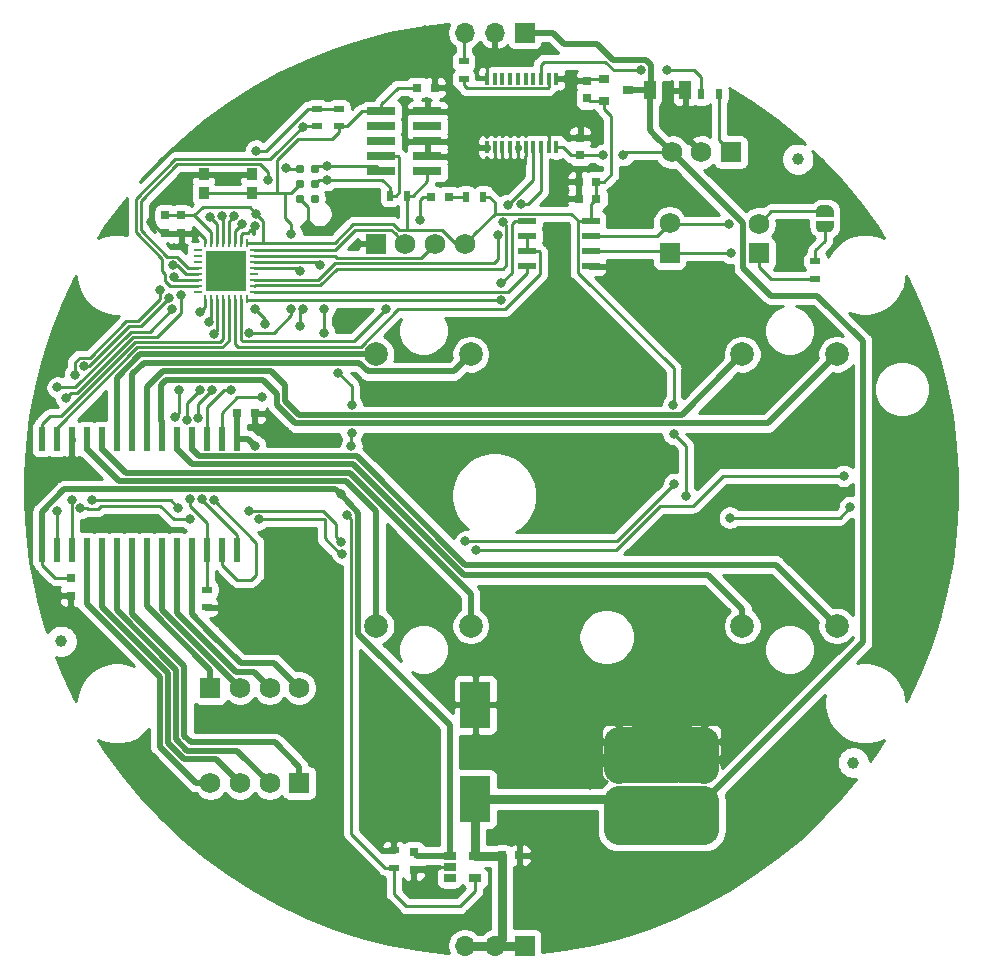
<source format=gbr>
G04 #@! TF.GenerationSoftware,KiCad,Pcbnew,(5.1.5)-3*
G04 #@! TF.CreationDate,2020-06-25T10:39:46+02:00*
G04 #@! TF.ProjectId,StepperClockK02,53746570-7065-4724-936c-6f636b4b3032,v1.0*
G04 #@! TF.SameCoordinates,Original*
G04 #@! TF.FileFunction,Copper,L1,Top*
G04 #@! TF.FilePolarity,Positive*
%FSLAX46Y46*%
G04 Gerber Fmt 4.6, Leading zero omitted, Abs format (unit mm)*
G04 Created by KiCad (PCBNEW (5.1.5)-3) date 2020-06-25 10:39:46*
%MOMM*%
%LPD*%
G04 APERTURE LIST*
%ADD10C,0.787400*%
%ADD11R,2.400000X0.740000*%
%ADD12R,0.400000X1.000000*%
%ADD13R,1.000000X1.600000*%
%ADD14R,1.750000X1.750000*%
%ADD15C,1.750000*%
%ADD16R,0.800000X0.750000*%
%ADD17R,0.750000X0.800000*%
%ADD18R,0.600000X2.000000*%
%ADD19R,1.060000X0.650000*%
%ADD20R,0.900000X0.500000*%
%ADD21R,2.500000X4.000000*%
%ADD22R,0.500000X0.900000*%
%ADD23R,1.700000X1.700000*%
%ADD24O,1.700000X1.700000*%
%ADD25R,0.900000X0.800000*%
%ADD26R,1.550000X0.600000*%
%ADD27R,0.250000X0.700000*%
%ADD28R,0.700000X0.250000*%
%ADD29R,1.725000X1.725000*%
%ADD30C,2.000000*%
%ADD31R,0.900000X1.000000*%
%ADD32C,0.100000*%
%ADD33C,1.000000*%
%ADD34R,0.800000X0.800000*%
%ADD35C,0.800000*%
%ADD36C,2.000000*%
%ADD37C,2.500000*%
%ADD38C,0.250000*%
%ADD39C,0.750000*%
%ADD40C,0.500000*%
%ADD41C,0.254000*%
G04 APERTURE END LIST*
D10*
X84330800Y-115770740D03*
X85600800Y-115770740D03*
X84330800Y-117040740D03*
X85600800Y-117040740D03*
X84330800Y-118310740D03*
X85600800Y-118310740D03*
D11*
X91235800Y-110920740D03*
X95135800Y-110920740D03*
X91235800Y-112190740D03*
X95135800Y-112190740D03*
X91235800Y-113460740D03*
X95135800Y-113460740D03*
X91235800Y-114730740D03*
X95135800Y-114730740D03*
X91235800Y-116000740D03*
X95135800Y-116000740D03*
D12*
X106040800Y-108140740D03*
X105390800Y-108140740D03*
X104740800Y-108140740D03*
X104090800Y-108140740D03*
X103440800Y-108140740D03*
X102790800Y-108140740D03*
X102140800Y-108140740D03*
X101490800Y-108140740D03*
X100840800Y-108140740D03*
X100190800Y-108140740D03*
X100190800Y-113940740D03*
X100840800Y-113940740D03*
X101490800Y-113940740D03*
X102140800Y-113940740D03*
X102790800Y-113940740D03*
X103440800Y-113940740D03*
X104090800Y-113940740D03*
X104740800Y-113940740D03*
X105390800Y-113940740D03*
X106040800Y-113940740D03*
D13*
X113945800Y-109120740D03*
X116945800Y-109120740D03*
D14*
X120825800Y-114370740D03*
D15*
X118325800Y-114370740D03*
X115825800Y-114370740D03*
D16*
X102925800Y-173910740D03*
X101425800Y-173910740D03*
D17*
X93975800Y-175140740D03*
X93975800Y-173640740D03*
D18*
X79000800Y-138660740D03*
X77730800Y-138660740D03*
X76460800Y-138660740D03*
X75190800Y-138660740D03*
X73920800Y-138660740D03*
X72650800Y-138660740D03*
X71380800Y-138660740D03*
X70110800Y-138660740D03*
X68840800Y-138660740D03*
X67570800Y-138660740D03*
X66300800Y-138660740D03*
X65030800Y-138660740D03*
X63760800Y-138660740D03*
X62490800Y-138660740D03*
X62490800Y-148060740D03*
X63760800Y-148060740D03*
X65030800Y-148060740D03*
X66300800Y-148060740D03*
X67570800Y-148060740D03*
X68840800Y-148060740D03*
X70110800Y-148060740D03*
X71380800Y-148060740D03*
X72650800Y-148060740D03*
X73920800Y-148060740D03*
X75190800Y-148060740D03*
X76460800Y-148060740D03*
X77730800Y-148060740D03*
X79000800Y-148060740D03*
D19*
X97005800Y-173940740D03*
X97005800Y-174890740D03*
X97005800Y-175840740D03*
X99205800Y-175840740D03*
X99205800Y-173940740D03*
D20*
X98195800Y-106690740D03*
X98195800Y-108190740D03*
X92285800Y-174990740D03*
X92285800Y-173490740D03*
D14*
X84265800Y-167770740D03*
D15*
X81765800Y-167770740D03*
X79265800Y-167770740D03*
X76765800Y-167770740D03*
D14*
X90775800Y-122130740D03*
D15*
X93275800Y-122130740D03*
X95775800Y-122130740D03*
X98275800Y-122130740D03*
D14*
X76765800Y-159720740D03*
D15*
X79265800Y-159720740D03*
X81765800Y-159720740D03*
X84265800Y-159720740D03*
D21*
X99195800Y-169160740D03*
X99195800Y-161160740D03*
D22*
X119825800Y-109460740D03*
X118325800Y-109460740D03*
D23*
X103377800Y-181550740D03*
D24*
X100837800Y-181550740D03*
X98297800Y-181550740D03*
D14*
X115635800Y-122890740D03*
D15*
X115635800Y-120390740D03*
D14*
X111345800Y-164270740D03*
D15*
X111345800Y-166770740D03*
X111345800Y-169270740D03*
X111345800Y-171770740D03*
D14*
X123185800Y-122930740D03*
D15*
X123185800Y-120430740D03*
D14*
X118575800Y-164270740D03*
D15*
X118575800Y-166770740D03*
X118575800Y-169270740D03*
X118575800Y-171770740D03*
D17*
X108055800Y-113130740D03*
X108055800Y-114630740D03*
D23*
X103375800Y-104260740D03*
D24*
X100835800Y-104260740D03*
X98295800Y-104260740D03*
D25*
X110105800Y-108170740D03*
X110105800Y-110070740D03*
X112105800Y-109120740D03*
D26*
X103565800Y-120205740D03*
X103565800Y-121475740D03*
X103565800Y-122745740D03*
X103565800Y-124015740D03*
X108965800Y-124015740D03*
X108965800Y-122745740D03*
X108965800Y-121475740D03*
X108965800Y-120205740D03*
D27*
X79825800Y-122020740D03*
X79325800Y-122020740D03*
X78825800Y-122020740D03*
X78325800Y-122020740D03*
X77825800Y-122020740D03*
X77325800Y-122020740D03*
X76825800Y-122020740D03*
X76325800Y-122020740D03*
D28*
X75675800Y-122670740D03*
X75675800Y-123170740D03*
X75675800Y-123670740D03*
X75675800Y-124170740D03*
X75675800Y-124670740D03*
X75675800Y-125170740D03*
X75675800Y-125670740D03*
X75675800Y-126170740D03*
D27*
X76325800Y-126820740D03*
X76825800Y-126820740D03*
X77325800Y-126820740D03*
X77825800Y-126820740D03*
X78325800Y-126820740D03*
X78825800Y-126820740D03*
X79325800Y-126820740D03*
X79825800Y-126820740D03*
D28*
X80475800Y-126170740D03*
X80475800Y-125670740D03*
X80475800Y-125170740D03*
X80475800Y-124670740D03*
X80475800Y-124170740D03*
X80475800Y-123670740D03*
X80475800Y-123170740D03*
X80475800Y-122670740D03*
D29*
X77213300Y-125283240D03*
X78938300Y-125283240D03*
X77213300Y-123558240D03*
X78938300Y-123558240D03*
D30*
X129795800Y-154480740D03*
X129795800Y-131480740D03*
X121795800Y-154480740D03*
X121795800Y-131480740D03*
X98795800Y-154480740D03*
X98795800Y-131480740D03*
X90795800Y-154480740D03*
X90795800Y-131480740D03*
D31*
X76181800Y-116234740D03*
X76181800Y-117834740D03*
X80281800Y-116234740D03*
X80281800Y-117834740D03*
D22*
X99865800Y-118160740D03*
X98365800Y-118160740D03*
X93435800Y-118050740D03*
X91935800Y-118050740D03*
D20*
X85775800Y-110696740D03*
X85775800Y-112196740D03*
X87629800Y-110696740D03*
X87629800Y-112196740D03*
X127965800Y-125070740D03*
X127965800Y-123570740D03*
X76445800Y-151400740D03*
X76445800Y-152900740D03*
G04 #@! TA.AperFunction,SMDPad,CuDef*
D32*
G36*
X129525198Y-120660740D02*
G01*
X129525198Y-120685274D01*
X129520388Y-120734105D01*
X129510816Y-120782230D01*
X129496572Y-120829185D01*
X129477795Y-120874518D01*
X129454664Y-120917791D01*
X129427404Y-120958590D01*
X129396276Y-120996519D01*
X129361579Y-121031216D01*
X129323650Y-121062344D01*
X129282851Y-121089604D01*
X129239578Y-121112735D01*
X129194245Y-121131512D01*
X129147290Y-121145756D01*
X129099165Y-121155328D01*
X129050334Y-121160138D01*
X129025800Y-121160138D01*
X129025800Y-121160740D01*
X128525800Y-121160740D01*
X128525800Y-121160138D01*
X128501266Y-121160138D01*
X128452435Y-121155328D01*
X128404310Y-121145756D01*
X128357355Y-121131512D01*
X128312022Y-121112735D01*
X128268749Y-121089604D01*
X128227950Y-121062344D01*
X128190021Y-121031216D01*
X128155324Y-120996519D01*
X128124196Y-120958590D01*
X128096936Y-120917791D01*
X128073805Y-120874518D01*
X128055028Y-120829185D01*
X128040784Y-120782230D01*
X128031212Y-120734105D01*
X128026402Y-120685274D01*
X128026402Y-120660740D01*
X128025800Y-120660740D01*
X128025800Y-120160740D01*
X129525800Y-120160740D01*
X129525800Y-120660740D01*
X129525198Y-120660740D01*
G37*
G04 #@! TD.AperFunction*
G04 #@! TA.AperFunction,SMDPad,CuDef*
G36*
X128025800Y-119860740D02*
G01*
X128025800Y-119360740D01*
X128026402Y-119360740D01*
X128026402Y-119336206D01*
X128031212Y-119287375D01*
X128040784Y-119239250D01*
X128055028Y-119192295D01*
X128073805Y-119146962D01*
X128096936Y-119103689D01*
X128124196Y-119062890D01*
X128155324Y-119024961D01*
X128190021Y-118990264D01*
X128227950Y-118959136D01*
X128268749Y-118931876D01*
X128312022Y-118908745D01*
X128357355Y-118889968D01*
X128404310Y-118875724D01*
X128452435Y-118866152D01*
X128501266Y-118861342D01*
X128525800Y-118861342D01*
X128525800Y-118860740D01*
X129025800Y-118860740D01*
X129025800Y-118861342D01*
X129050334Y-118861342D01*
X129099165Y-118866152D01*
X129147290Y-118875724D01*
X129194245Y-118889968D01*
X129239578Y-118908745D01*
X129282851Y-118931876D01*
X129323650Y-118959136D01*
X129361579Y-118990264D01*
X129396276Y-119024961D01*
X129427404Y-119062890D01*
X129454664Y-119103689D01*
X129477795Y-119146962D01*
X129496572Y-119192295D01*
X129510816Y-119239250D01*
X129520388Y-119287375D01*
X129525198Y-119336206D01*
X129525198Y-119360740D01*
X129525800Y-119360740D01*
X129525800Y-119860740D01*
X128025800Y-119860740D01*
G37*
G04 #@! TD.AperFunction*
D33*
X126505800Y-114950740D03*
X64115800Y-155780740D03*
X131185800Y-166050740D03*
D34*
X96925800Y-118160740D03*
X95425800Y-118160740D03*
D17*
X74285800Y-121220740D03*
X74285800Y-119720740D03*
X72955800Y-119720740D03*
X72955800Y-121220740D03*
X108625800Y-108320740D03*
X108625800Y-109820740D03*
D16*
X107945800Y-118310740D03*
X109445800Y-118310740D03*
X107945800Y-116860740D03*
X109445800Y-116860740D03*
D17*
X64925800Y-151910740D03*
X64925800Y-150410740D03*
D16*
X95757800Y-108906740D03*
X94257800Y-108906740D03*
X80535800Y-136470740D03*
X79035800Y-136470740D03*
D35*
X101985800Y-130350740D03*
X113725800Y-164270740D03*
X115775800Y-164270740D03*
X113634977Y-166299917D03*
X115955800Y-166250740D03*
X136055800Y-155610740D03*
X138435800Y-142660740D03*
X135465800Y-129450740D03*
X94935800Y-104060740D03*
X130525800Y-147290740D03*
X129855800Y-137090740D03*
X123205800Y-135110740D03*
X115745800Y-129540740D03*
X105905800Y-174330740D03*
X85905800Y-172970740D03*
X66125800Y-157070740D03*
X86155800Y-138730740D03*
X64705800Y-129160740D03*
X108005800Y-142000740D03*
X130515800Y-118480740D03*
X68775800Y-120330740D03*
X94825800Y-164380740D03*
X70205800Y-145690740D03*
X77645800Y-173380740D03*
X82645800Y-176480740D03*
X88715800Y-179330740D03*
X95205800Y-180940740D03*
X107055800Y-181000740D03*
X113365800Y-179160740D03*
X119735800Y-175940740D03*
X125395800Y-172010740D03*
X129385800Y-168200740D03*
X137545800Y-151770740D03*
X138735800Y-146290740D03*
X137605800Y-136510740D03*
X124145800Y-112410740D03*
X85565800Y-107170740D03*
X62345800Y-141580740D03*
X108905800Y-132240740D03*
X92885800Y-140270740D03*
X104315800Y-155460740D03*
X116825800Y-155760740D03*
X123375800Y-147060740D03*
X120875800Y-139440740D03*
X123665800Y-143070740D03*
X102775800Y-164330740D03*
X80625800Y-153850740D03*
X70315800Y-167070740D03*
X113195800Y-159920740D03*
X124145800Y-152060740D03*
X97825800Y-134680740D03*
X114615800Y-147900740D03*
X103225800Y-110940740D03*
X80517800Y-120590740D03*
X108935800Y-167990740D03*
X106265800Y-162050740D03*
X109045800Y-170640740D03*
X120605800Y-173230740D03*
X119665800Y-162430740D03*
X109115800Y-160050740D03*
X120835800Y-160150740D03*
X116075800Y-159980740D03*
X108905800Y-176100740D03*
X114465800Y-176620740D03*
X103185800Y-167040740D03*
X67195800Y-136010740D03*
X62185800Y-135310740D03*
X102775800Y-115940740D03*
X63085800Y-151780740D03*
X95295800Y-176540740D03*
X91205800Y-169730740D03*
X90865800Y-160900740D03*
X78985800Y-162330740D03*
X85425800Y-162430740D03*
X85425800Y-149690740D03*
X106205800Y-117100740D03*
X85035800Y-120720740D03*
X78739800Y-110938740D03*
X82295800Y-108652740D03*
X89915800Y-105604740D03*
X88899800Y-127956740D03*
X71735800Y-120320740D03*
X111435800Y-118520740D03*
X125835800Y-122020740D03*
X88835800Y-118220740D03*
X75335800Y-113320740D03*
X85635800Y-154920740D03*
X113595800Y-169520740D03*
X113535800Y-171720740D03*
X116295800Y-169490740D03*
X116115800Y-171720740D03*
X109980800Y-114630740D03*
X111735800Y-114620740D03*
X78745236Y-119745740D03*
X74135800Y-134490750D03*
X73800380Y-136805253D03*
X77046202Y-143830837D03*
X76035800Y-143760781D03*
X75735800Y-136840740D03*
X76895800Y-134490750D03*
X80532525Y-127620740D03*
X79455376Y-120457464D03*
X81406003Y-128945739D03*
X63805800Y-144790740D03*
X63805800Y-134290740D03*
X73530800Y-127688087D03*
X77745233Y-119745740D03*
X65005800Y-143800740D03*
X64530800Y-135143343D03*
X74255800Y-126470740D03*
X76755800Y-119890740D03*
X86613800Y-115510740D03*
X84581800Y-112208740D03*
X86625800Y-116725740D03*
X81635800Y-116720740D03*
X77100800Y-129730720D03*
X83595800Y-127620740D03*
X83615800Y-121280740D03*
X80050800Y-129669729D03*
X91627646Y-127662586D03*
X94475800Y-120130740D03*
X115955800Y-135770741D03*
X115985800Y-138220740D03*
X117015800Y-143440740D03*
X80652201Y-119599811D03*
X80635800Y-114234729D03*
X83135800Y-115720740D03*
X130935800Y-144420740D03*
X120735800Y-145320740D03*
X73659800Y-124945740D03*
X66755800Y-143860740D03*
X80055800Y-144740740D03*
X116035800Y-142470740D03*
X87805800Y-147360740D03*
X66021939Y-132495120D03*
X74025800Y-144500740D03*
X98355800Y-147320740D03*
X73286920Y-126718279D03*
X130375800Y-141770740D03*
X65296939Y-133261879D03*
X65755800Y-144502430D03*
X75070283Y-145465740D03*
X80845800Y-145465740D03*
X87930800Y-148352898D03*
X99265800Y-148045740D03*
X73590191Y-123948164D03*
X72520814Y-126075562D03*
X120835800Y-122920740D03*
X120635800Y-120420740D03*
X101945800Y-118855739D03*
X101100790Y-121400740D03*
X80545800Y-139260741D03*
X87845800Y-143350740D03*
X76600800Y-128785917D03*
X75859941Y-134501303D03*
X74763480Y-137074402D03*
X75035797Y-143760781D03*
X88323271Y-145105364D03*
X88696241Y-139260741D03*
X88715800Y-138170751D03*
X88715800Y-135770741D03*
X87565800Y-133030750D03*
X75885800Y-127940740D03*
X101405800Y-125445740D03*
X101405800Y-126895740D03*
X78495800Y-134490750D03*
X84320800Y-129107173D03*
X84595803Y-127620740D03*
X84320800Y-124395740D03*
X81125800Y-135120740D03*
X86395800Y-129669729D03*
X86415800Y-127620740D03*
X86001826Y-123895740D03*
X101569825Y-120305739D03*
X103075800Y-118780740D03*
X113204759Y-107410740D03*
X115395800Y-107430740D03*
D36*
X111345800Y-164270740D02*
X113725800Y-164270740D01*
X116075800Y-166770740D02*
X118575800Y-164270740D01*
X111345800Y-166770740D02*
X116075800Y-166770740D01*
X118575800Y-166770740D02*
X116655800Y-166770740D01*
X116655800Y-166770740D02*
X115995800Y-166110740D01*
X114220800Y-164270740D02*
X111345800Y-164270740D01*
X115365800Y-165415740D02*
X114220800Y-164270740D01*
X115365800Y-165480740D02*
X115365800Y-165415740D01*
X111345800Y-164270740D02*
X111905800Y-164270740D01*
X113535800Y-165900740D02*
X115575800Y-165900740D01*
X111905800Y-164270740D02*
X113535800Y-165900740D01*
X111345800Y-166770740D02*
X113634977Y-166299917D01*
X115575800Y-165900740D02*
X118575800Y-166770740D01*
X113725800Y-164270740D02*
X115775800Y-164270740D01*
X115775800Y-164270740D02*
X118575800Y-164270740D01*
X113634977Y-166299917D02*
X115575800Y-165900740D01*
X115995800Y-166110740D02*
X115365800Y-165480740D01*
D37*
X118575800Y-164270740D02*
X111905800Y-164270740D01*
X111345800Y-164270740D02*
X111345800Y-166570730D01*
X118575800Y-164270740D02*
X118575800Y-166570730D01*
D38*
X76325800Y-122020740D02*
X76325800Y-121720740D01*
X76325800Y-121720740D02*
X75825800Y-121220740D01*
X108775800Y-108170740D02*
X108625800Y-108320740D01*
X110105800Y-108170740D02*
X108775800Y-108170740D01*
X75825800Y-121220740D02*
X74285800Y-121220740D01*
X74285800Y-121220740D02*
X72955800Y-121220740D01*
X100190800Y-107440740D02*
X100190800Y-108140740D01*
X100190800Y-106107821D02*
X100190800Y-107440740D01*
X100835800Y-104260740D02*
X100835800Y-105462821D01*
X100835800Y-105462821D02*
X100190800Y-106107821D01*
X108445800Y-108140740D02*
X108625800Y-108320740D01*
X106040800Y-108140740D02*
X108445800Y-108140740D01*
X103440800Y-114690740D02*
X103435800Y-114695740D01*
X103440800Y-113940740D02*
X103440800Y-114690740D01*
X103435800Y-114695740D02*
X103435800Y-115280740D01*
X103435800Y-115280740D02*
X102775800Y-115940740D01*
X102790800Y-115925740D02*
X102775800Y-115940740D01*
X102790800Y-113940740D02*
X102790800Y-115925740D01*
X102140800Y-115305740D02*
X102775800Y-115940740D01*
X102140800Y-113940740D02*
X102140800Y-115305740D01*
X101490800Y-113940740D02*
X101490800Y-115545740D01*
X101885800Y-115940740D02*
X102775800Y-115940740D01*
X101490800Y-115545740D02*
X101885800Y-115940740D01*
X100840800Y-113940740D02*
X100840800Y-115715740D01*
X101065800Y-115940740D02*
X102775800Y-115940740D01*
X100840800Y-115715740D02*
X101065800Y-115940740D01*
X107295800Y-113130740D02*
X108055800Y-113130740D01*
X106575800Y-112410740D02*
X107295800Y-113130740D01*
X105675800Y-112410740D02*
X106575800Y-112410740D01*
X105390800Y-113940740D02*
X105390800Y-112695740D01*
X105390800Y-112695740D02*
X105675800Y-112410740D01*
X94225800Y-174890740D02*
X93975800Y-175140740D01*
X97005800Y-174890740D02*
X94225800Y-174890740D01*
X79564075Y-121182465D02*
X79926075Y-121182465D01*
X79325800Y-121420740D02*
X79564075Y-121182465D01*
X80117801Y-120990739D02*
X80517800Y-120590740D01*
X79926075Y-121182465D02*
X80117801Y-120990739D01*
X79325800Y-122020740D02*
X79325800Y-121420740D01*
X72635800Y-121220740D02*
X72955800Y-121220740D01*
X71735800Y-120320740D02*
X72635800Y-121220740D01*
X85035800Y-119015740D02*
X85035800Y-120720740D01*
X84330800Y-118310740D02*
X85035800Y-119015740D01*
D37*
X111345800Y-171770740D02*
X118575800Y-171770740D01*
X111345800Y-169270740D02*
X118575800Y-169270740D01*
X111345800Y-169270740D02*
X111345800Y-171770740D01*
X118575800Y-169270740D02*
X118575800Y-171770740D01*
D39*
X99195800Y-169160740D02*
X99195800Y-171910740D01*
X111235800Y-169160740D02*
X111345800Y-169270740D01*
X99195800Y-169160740D02*
X111235800Y-169160740D01*
X98297800Y-181550740D02*
X103377800Y-181550740D01*
X99205800Y-171920740D02*
X99205800Y-173940740D01*
X99195800Y-171910740D02*
X99205800Y-171920740D01*
X101395800Y-173940740D02*
X101425800Y-173910740D01*
X99205800Y-173940740D02*
X101395800Y-173940740D01*
X101425800Y-180962740D02*
X100837800Y-181550740D01*
X101425800Y-173910740D02*
X101425800Y-180962740D01*
D40*
X114505800Y-113050740D02*
X115825800Y-114370740D01*
X105735800Y-104260740D02*
X103375800Y-104260740D01*
X106695800Y-105220740D02*
X105735800Y-104260740D01*
X110865800Y-106560740D02*
X109525800Y-105220740D01*
X113645800Y-106560740D02*
X110865800Y-106560740D01*
X109525800Y-105220740D02*
X106695800Y-105220740D01*
D38*
X108045800Y-114640740D02*
X108055800Y-114630740D01*
X108055800Y-114630740D02*
X109980800Y-114630740D01*
X108055800Y-114630740D02*
X107305800Y-114630740D01*
X106615800Y-113940740D02*
X106040800Y-113940740D01*
X107305800Y-114630740D02*
X106615800Y-113940740D01*
D40*
X114054760Y-109011780D02*
X113945800Y-109120740D01*
X113645800Y-106593779D02*
X114054760Y-107002739D01*
X114054760Y-107002739D02*
X114054760Y-109011780D01*
X113645800Y-106560740D02*
X113645800Y-106593779D01*
X113945800Y-109120740D02*
X112105800Y-109120740D01*
X113945800Y-112490740D02*
X114505800Y-113050740D01*
X113945800Y-109120740D02*
X113945800Y-112490740D01*
D38*
X115825800Y-114370740D02*
X111985800Y-114370740D01*
X111985800Y-114370740D02*
X111735800Y-114620740D01*
D40*
X121860799Y-120405739D02*
X115825800Y-114370740D01*
X132015800Y-155830740D02*
X132015800Y-130390740D01*
X124215798Y-126520740D02*
X121860799Y-124165741D01*
X121860799Y-124165741D02*
X121860799Y-120405739D01*
X118575800Y-169270740D02*
X132015800Y-155830740D01*
X132015800Y-130390740D02*
X128145800Y-126520740D01*
X128145800Y-126520740D02*
X124215798Y-126520740D01*
X66300800Y-139500742D02*
X69010829Y-142210771D01*
X66300800Y-138660740D02*
X66300800Y-139500742D01*
X69010829Y-142210771D02*
X88275943Y-142210771D01*
X90795800Y-144730628D02*
X90795800Y-154480740D01*
X88275943Y-142210771D02*
X90795800Y-144730628D01*
X67570800Y-139500742D02*
X69580819Y-141510761D01*
X67570800Y-138660740D02*
X67570800Y-139500742D01*
X69580819Y-141510761D02*
X88565895Y-141510761D01*
X98795800Y-151740666D02*
X98795800Y-154480740D01*
X88565895Y-141510761D02*
X98795800Y-151740666D01*
X70110800Y-138660740D02*
X70110800Y-133185702D01*
X70110800Y-133185702D02*
X71115752Y-132180750D01*
X97795801Y-132480739D02*
X98795800Y-131480740D01*
X97345799Y-132930741D02*
X97795801Y-132480739D01*
X90099799Y-132930741D02*
X97345799Y-132930741D01*
X89349808Y-132180750D02*
X90099799Y-132930741D01*
X71115752Y-132180750D02*
X89349808Y-132180750D01*
X68840800Y-137160740D02*
X68845800Y-137155740D01*
X68840800Y-138660740D02*
X68840800Y-137160740D01*
X68845800Y-137155740D02*
X68845800Y-133460740D01*
X70825800Y-131480740D02*
X90795800Y-131480740D01*
X68845800Y-133460740D02*
X70825800Y-131480740D01*
D38*
X78745236Y-119818739D02*
X78745236Y-119745740D01*
X78325800Y-122020740D02*
X78325800Y-120238175D01*
X78325800Y-120238175D02*
X78745236Y-119818739D01*
X74135800Y-134490750D02*
X74135800Y-136469833D01*
X74135800Y-136469833D02*
X73800380Y-136805253D01*
X77730800Y-149310740D02*
X78995800Y-150575740D01*
X77730800Y-148060740D02*
X77730800Y-149310740D01*
X78995800Y-150575740D02*
X80220800Y-150575740D01*
X80220800Y-150575740D02*
X80655800Y-150140740D01*
X80655800Y-150140740D02*
X80655800Y-147440435D01*
X80655800Y-147440435D02*
X77046202Y-143830837D01*
X76035800Y-143845740D02*
X76035800Y-143760781D01*
X79000800Y-148060740D02*
X79000800Y-146810740D01*
X79000800Y-146810740D02*
X76035800Y-143845740D01*
X75735800Y-136840740D02*
X75735800Y-135650750D01*
X75735800Y-135650750D02*
X76895800Y-134490750D01*
X78825800Y-121087040D02*
X78825800Y-122020740D01*
X78825800Y-121087040D02*
X79455376Y-120457464D01*
X81406003Y-128494218D02*
X80532525Y-127620740D01*
X81406003Y-128945739D02*
X81406003Y-128494218D01*
X63760800Y-148060740D02*
X63760800Y-144835740D01*
X63760800Y-144835740D02*
X63805800Y-144790740D01*
X64381485Y-134280740D02*
X65303384Y-134280740D01*
X63805800Y-134290740D02*
X64371485Y-134290740D01*
X64371485Y-134290740D02*
X64381485Y-134280740D01*
X65303384Y-134280740D02*
X70028424Y-129555700D01*
X70028424Y-129555700D02*
X71663187Y-129555700D01*
X71663187Y-129555700D02*
X73530800Y-127688087D01*
X77825800Y-119826307D02*
X77825800Y-122020740D01*
X77745233Y-119745740D02*
X77825800Y-119826307D01*
X65030800Y-148060740D02*
X65030800Y-143825740D01*
X65030800Y-143825740D02*
X65005800Y-143800740D01*
X64930799Y-134743344D02*
X65477190Y-134743344D01*
X64530800Y-135143343D02*
X64930799Y-134743344D01*
X65477190Y-134743344D02*
X70214824Y-130005710D01*
X70214824Y-130005710D02*
X72260830Y-130005710D01*
X72260830Y-130005710D02*
X74255800Y-128010740D01*
X74255800Y-128010740D02*
X74255800Y-126470740D01*
X77325800Y-120460740D02*
X77325800Y-122020740D01*
X76755800Y-119890740D02*
X77325800Y-120460740D01*
X85775800Y-112196740D02*
X84645144Y-112196740D01*
X90745800Y-115510740D02*
X91235800Y-116000740D01*
X86613800Y-115510740D02*
X90745800Y-115510740D01*
X85860800Y-115510740D02*
X85600800Y-115770740D01*
X86613800Y-115510740D02*
X85860800Y-115510740D01*
X82167044Y-114623496D02*
X84581800Y-112208740D01*
X72643800Y-123385738D02*
X70428802Y-121170740D01*
X70428802Y-121170740D02*
X70428802Y-118317738D01*
X73311799Y-125670741D02*
X72934799Y-125293741D01*
X73786811Y-114959729D02*
X81830811Y-114959729D01*
X75675800Y-125670740D02*
X73311799Y-125670741D01*
X70428802Y-118317738D02*
X73786811Y-114959729D01*
X72934799Y-125293741D02*
X72934799Y-124691739D01*
X72934799Y-124691739D02*
X72643800Y-124400740D01*
X81830811Y-114959729D02*
X82167044Y-114623496D01*
X72643800Y-124400740D02*
X72643800Y-123385738D01*
X92685800Y-114730740D02*
X91235800Y-114730740D01*
X92760801Y-114805741D02*
X92685800Y-114730740D01*
X92760801Y-117725739D02*
X92760801Y-114805741D01*
X92435800Y-118050740D02*
X92760801Y-117725739D01*
X91935800Y-118050740D02*
X92435800Y-118050740D01*
X85915800Y-116725740D02*
X85600800Y-117040740D01*
X86625800Y-116725740D02*
X85915800Y-116725740D01*
X86625800Y-116725740D02*
X91310800Y-116725740D01*
X91935800Y-117350740D02*
X91935800Y-118050740D01*
X91310800Y-116725740D02*
X91935800Y-117350740D01*
X74885769Y-124170740D02*
X75675800Y-124170740D01*
X73938192Y-123223163D02*
X74885769Y-124170740D01*
X73117635Y-123223163D02*
X73938192Y-123223163D01*
X73973211Y-115409739D02*
X70878812Y-118504138D01*
X70878812Y-120984340D02*
X73117635Y-123223163D01*
X70878812Y-118504138D02*
X70878812Y-120984340D01*
X80991801Y-115409739D02*
X73973211Y-115409739D01*
X81635800Y-116053738D02*
X80991801Y-115409739D01*
X81635800Y-116720740D02*
X81635800Y-116053738D01*
X77325800Y-126820740D02*
X77325800Y-127794014D01*
X77325800Y-127794014D02*
X77325800Y-129505720D01*
X77325800Y-129505720D02*
X77100800Y-129730720D01*
X76181800Y-117834740D02*
X80281800Y-117834740D01*
X89605800Y-110920740D02*
X89785800Y-110920740D01*
X89785800Y-110920740D02*
X91235800Y-110920740D01*
X88329800Y-112196740D02*
X89605800Y-110920740D01*
X87629800Y-112196740D02*
X88329800Y-112196740D01*
X93607800Y-108906740D02*
X94257800Y-108906740D01*
X92629800Y-108906740D02*
X93607800Y-108906740D01*
X91235800Y-110300740D02*
X92629800Y-108906740D01*
X91235800Y-110920740D02*
X91235800Y-110300740D01*
X83615800Y-121280740D02*
X83615800Y-120460786D01*
X83615800Y-120460786D02*
X83057800Y-119902786D01*
X80981800Y-117834740D02*
X80995800Y-117820740D01*
X80281800Y-117834740D02*
X80981800Y-117834740D01*
X83057800Y-119902786D02*
X83035800Y-117820740D01*
X83550800Y-117820740D02*
X83035800Y-117820740D01*
X84330800Y-117040740D02*
X83550800Y-117820740D01*
X82410799Y-117745741D02*
X82335800Y-117820740D01*
X84196521Y-113230429D02*
X82410799Y-115016151D01*
X82335800Y-117820740D02*
X83035800Y-117820740D01*
X87096111Y-113230429D02*
X84196521Y-113230429D01*
X82410799Y-115016151D02*
X82410799Y-117745741D01*
X87629800Y-112196740D02*
X87629800Y-112696740D01*
X80995800Y-117820740D02*
X82335800Y-117820740D01*
X87629800Y-112696740D02*
X87096111Y-113230429D01*
X83595800Y-128186425D02*
X83595800Y-127620740D01*
X82111485Y-129670740D02*
X83595800Y-128186425D01*
X80617496Y-129670740D02*
X82111485Y-129670740D01*
X80616485Y-129669729D02*
X80617496Y-129670740D01*
X80050800Y-129669729D02*
X80616485Y-129669729D01*
D40*
X71380800Y-137160740D02*
X71395800Y-137145740D01*
X71380800Y-138660740D02*
X71380800Y-137160740D01*
X71395800Y-134290740D02*
X72745800Y-132940740D01*
X71395800Y-137145740D02*
X71395800Y-134290740D01*
X72745800Y-132940740D02*
X81925800Y-132940740D01*
X116655799Y-136620741D02*
X120795801Y-132480739D01*
X84249800Y-136620741D02*
X116655799Y-136620741D01*
X120795801Y-132480739D02*
X121795800Y-131480740D01*
X83105799Y-135476741D02*
X84249800Y-136620741D01*
X83105799Y-134120739D02*
X83105799Y-135476741D01*
X81925800Y-132940740D02*
X83105799Y-134120739D01*
X72585800Y-137095740D02*
X72585800Y-134090702D01*
X72650800Y-138660740D02*
X72650800Y-137160740D01*
X72650800Y-137160740D02*
X72585800Y-137095740D01*
X72585800Y-134090702D02*
X73035752Y-133640750D01*
X73035752Y-133640750D02*
X81235810Y-133640750D01*
X82405789Y-135766694D02*
X83959847Y-137320751D01*
X81235810Y-133640750D02*
X82405789Y-134810729D01*
X82405789Y-134810729D02*
X82405789Y-135766694D01*
X123955789Y-137320751D02*
X129795800Y-131480740D01*
X83959847Y-137320751D02*
X123955789Y-137320751D01*
X75800799Y-140110741D02*
X89145799Y-140110741D01*
X75190800Y-138660740D02*
X75190800Y-139500742D01*
X75190800Y-139500742D02*
X75800799Y-140110741D01*
X124615801Y-149300741D02*
X128795801Y-153480741D01*
X98335799Y-149300741D02*
X124615801Y-149300741D01*
X128795801Y-153480741D02*
X129795800Y-154480740D01*
X89145799Y-140110741D02*
X98335799Y-149300741D01*
X118930012Y-150200739D02*
X121795800Y-153066527D01*
X121795800Y-153066527D02*
X121795800Y-154480740D01*
X73920800Y-139500742D02*
X75230809Y-140810751D01*
X75230809Y-140810751D02*
X88855847Y-140810751D01*
X73920800Y-138660740D02*
X73920800Y-139500742D01*
X88855847Y-140810751D02*
X98245835Y-150200739D01*
X98245835Y-150200739D02*
X118930012Y-150200739D01*
D38*
X96925800Y-118160740D02*
X98365800Y-118160740D01*
X79325800Y-126820740D02*
X79325800Y-130234729D01*
X79325800Y-130234729D02*
X79485800Y-130394729D01*
X79485800Y-130394729D02*
X88895503Y-130394729D01*
X88895503Y-130394729D02*
X91627646Y-127662586D01*
X94775800Y-118160740D02*
X95425800Y-118160740D01*
X94475800Y-118460740D02*
X94775800Y-118160740D01*
X94475800Y-120130740D02*
X94475800Y-118460740D01*
X108965800Y-118790740D02*
X109445800Y-118310740D01*
X108965800Y-120205740D02*
X108965800Y-118790740D01*
X109445800Y-118310740D02*
X109445800Y-116860740D01*
X107865799Y-124575741D02*
X115970798Y-132680740D01*
X107865799Y-120280741D02*
X107865799Y-124575741D01*
X107940800Y-120205740D02*
X107865799Y-120280741D01*
X99150799Y-121255741D02*
X98275800Y-122130740D01*
X107315799Y-119580739D02*
X100825801Y-119580739D01*
X107940800Y-120205740D02*
X107315799Y-119580739D01*
X100825801Y-119580739D02*
X99150799Y-121255741D01*
X108965800Y-120205740D02*
X107940800Y-120205740D01*
X115970798Y-132680740D02*
X115970798Y-135755743D01*
X115970798Y-135755743D02*
X115955800Y-135770741D01*
X115985800Y-138220740D02*
X117015800Y-139250740D01*
X117015800Y-139250740D02*
X117015800Y-143440740D01*
X76825800Y-121145740D02*
X75400800Y-119720740D01*
X76825800Y-122020740D02*
X76825800Y-121145740D01*
X108875800Y-110070740D02*
X108625800Y-109820740D01*
X110105800Y-110070740D02*
X108875800Y-110070740D01*
X110095800Y-116860740D02*
X109445800Y-116860740D01*
X110705801Y-111320741D02*
X110705801Y-116250739D01*
X110105800Y-110720740D02*
X110705801Y-111320741D01*
X110705801Y-116250739D02*
X110095800Y-116860740D01*
X110105800Y-110070740D02*
X110105800Y-110720740D01*
X72955800Y-119720740D02*
X74285800Y-119720740D01*
X74285800Y-119720740D02*
X75400800Y-119720740D01*
X100825801Y-118620741D02*
X100825801Y-119580739D01*
X100365800Y-118160740D02*
X100825801Y-118620741D01*
X99865800Y-118160740D02*
X100365800Y-118160740D01*
X95135800Y-116620740D02*
X95135800Y-116000740D01*
X95135800Y-116850740D02*
X95135800Y-116620740D01*
X93935800Y-118050740D02*
X95135800Y-116850740D01*
X93435800Y-118050740D02*
X93935800Y-118050740D01*
X81242801Y-122013739D02*
X81235800Y-122020740D01*
X81242801Y-120242739D02*
X81242801Y-122013739D01*
X75400800Y-119720740D02*
X76100801Y-119020739D01*
X92262199Y-120480729D02*
X88819400Y-120480730D01*
X92712209Y-120930739D02*
X92262199Y-120480729D01*
X98275800Y-122130740D02*
X97551802Y-122130740D01*
X97551802Y-122130740D02*
X96351801Y-120930739D01*
X80200800Y-122020740D02*
X79825800Y-122020740D01*
X87279390Y-122020740D02*
X80200800Y-122020740D01*
X88819400Y-120480730D02*
X87279390Y-122020740D01*
X87629800Y-110696740D02*
X85775800Y-110696740D01*
X81242801Y-120242739D02*
X81242801Y-120190411D01*
X81242801Y-120190411D02*
X80652201Y-119599811D01*
X80073129Y-119020739D02*
X76100801Y-119020739D01*
X80652201Y-119599811D02*
X80073129Y-119020739D01*
X85075800Y-110696740D02*
X85775800Y-110696740D01*
X85020798Y-110696740D02*
X85075800Y-110696740D01*
X81482809Y-114234729D02*
X85020798Y-110696740D01*
X80635800Y-114234729D02*
X81482809Y-114234729D01*
X84330800Y-115770740D02*
X83185800Y-115770740D01*
X83185800Y-115770740D02*
X83135800Y-115720740D01*
X93435800Y-118050740D02*
X93435800Y-118750740D01*
X96351801Y-120930739D02*
X93435800Y-120920740D01*
X93435800Y-118750740D02*
X93435800Y-120920740D01*
X93435800Y-120920740D02*
X92712209Y-120930739D01*
X130935800Y-144420740D02*
X130035800Y-145320740D01*
X130035800Y-145320740D02*
X120735800Y-145320740D01*
X86335800Y-144740740D02*
X80055800Y-144740740D01*
X87805800Y-147360740D02*
X87405801Y-146960741D01*
X73385800Y-143860740D02*
X67321485Y-143860740D01*
X111185800Y-147320740D02*
X98355800Y-147320740D01*
X116035800Y-142470740D02*
X111185800Y-147320740D01*
X87405801Y-146960741D02*
X87405801Y-145810741D01*
X74025800Y-144500740D02*
X73385800Y-143860740D01*
X67321485Y-143860740D02*
X66755800Y-143860740D01*
X87405801Y-145810741D02*
X86335800Y-144740740D01*
X66452594Y-132495120D02*
X66021939Y-132495120D01*
X69842023Y-129105691D02*
X66452594Y-132495120D01*
X73884800Y-125170740D02*
X75675800Y-125170740D01*
X73659800Y-124945740D02*
X73884800Y-125170740D01*
X70899508Y-129105691D02*
X73286920Y-126718279D01*
X69842023Y-129105691D02*
X70899508Y-129105691D01*
X75675800Y-124670740D02*
X74685506Y-124670740D01*
X67250799Y-144585741D02*
X67525790Y-144310750D01*
X65755800Y-144502430D02*
X66321485Y-144502430D01*
X66404796Y-144585741D02*
X67250799Y-144585741D01*
X66321485Y-144502430D02*
X66404796Y-144585741D01*
X67525790Y-144310750D02*
X72525810Y-144310750D01*
X72525810Y-144310750D02*
X73680800Y-145465740D01*
X73680800Y-145465740D02*
X75070283Y-145465740D01*
X80845800Y-145465740D02*
X86424390Y-145465740D01*
X86424390Y-145465740D02*
X86424390Y-147052332D01*
X87724956Y-148352898D02*
X87930800Y-148352898D01*
X86424390Y-147052332D02*
X87724956Y-148352898D01*
X130375800Y-141770740D02*
X120155800Y-141770740D01*
X120155800Y-141770740D02*
X117635800Y-144290740D01*
X117635800Y-144290740D02*
X114852210Y-144290740D01*
X114852210Y-144290740D02*
X111097210Y-148045740D01*
X111097210Y-148045740D02*
X99265800Y-148045740D01*
X74685506Y-124670740D02*
X73962930Y-123948164D01*
X73962930Y-123948164D02*
X73590191Y-123948164D01*
X72520814Y-126075562D02*
X72520814Y-126765765D01*
X70630897Y-128655682D02*
X69655622Y-128655682D01*
X72520814Y-126765765D02*
X70630897Y-128655682D01*
X69655622Y-128655682D02*
X66546182Y-131765122D01*
X65296939Y-132696194D02*
X65296939Y-133261879D01*
X65296939Y-132147118D02*
X65296939Y-132696194D01*
X65678935Y-131765122D02*
X65296939Y-132147118D01*
X66546182Y-131765122D02*
X65678935Y-131765122D01*
X128775800Y-120660740D02*
X128775800Y-121880740D01*
X127965800Y-122690740D02*
X127965800Y-123570740D01*
X128775800Y-121880740D02*
X127965800Y-122690740D01*
X124200800Y-125070740D02*
X127965800Y-125070740D01*
X123185800Y-122930740D02*
X123185800Y-124055740D01*
X123185800Y-124055740D02*
X124200800Y-125070740D01*
X108965800Y-122745740D02*
X115490800Y-122745740D01*
X115665800Y-122920740D02*
X115635800Y-122890740D01*
X120835800Y-122920740D02*
X115665800Y-122920740D01*
X114550800Y-121475740D02*
X115635800Y-120390740D01*
X108965800Y-121475740D02*
X114550800Y-121475740D01*
X124255800Y-119360740D02*
X128775800Y-119360740D01*
X123185800Y-120430740D02*
X124255800Y-119360740D01*
X115665800Y-120420740D02*
X115635800Y-120390740D01*
X120635800Y-120420740D02*
X115665800Y-120420740D01*
X104090800Y-114640740D02*
X104090800Y-113940740D01*
X104090800Y-116335740D02*
X104090800Y-114640740D01*
X104090800Y-116335740D02*
X104090800Y-116710739D01*
X104090800Y-116710739D02*
X101945800Y-118855739D01*
X101100790Y-123435750D02*
X101100790Y-121400740D01*
X87285789Y-123780751D02*
X100755789Y-123780751D01*
X80475800Y-125170740D02*
X85895800Y-125170740D01*
X100755789Y-123780751D02*
X101100790Y-123435750D01*
X85895800Y-125170740D02*
X87285789Y-123780751D01*
D40*
X79035800Y-138625740D02*
X79000800Y-138660740D01*
X79035800Y-136470740D02*
X79035800Y-138625740D01*
X89295800Y-155126742D02*
X97005800Y-162836742D01*
X97005800Y-162836742D02*
X97005800Y-173940740D01*
X89295800Y-144900740D02*
X89295800Y-155126742D01*
X79000800Y-138660740D02*
X79945799Y-138660740D01*
X79945799Y-138660740D02*
X80545800Y-139260741D01*
X87845800Y-143350740D02*
X89295800Y-144900740D01*
X62490800Y-144825740D02*
X62490800Y-146560740D01*
X62490800Y-146560740D02*
X62490800Y-148060740D01*
X64405759Y-142910781D02*
X62490800Y-144825740D01*
X87845800Y-143350740D02*
X87305841Y-142910781D01*
X87305841Y-142910781D02*
X64405759Y-142910781D01*
D38*
X63590800Y-150410740D02*
X64300800Y-150410740D01*
X64300800Y-150410740D02*
X64925800Y-150410740D01*
X62490800Y-149310740D02*
X63590800Y-150410740D01*
X62490800Y-148060740D02*
X62490800Y-149310740D01*
D40*
X94275800Y-173940740D02*
X93975800Y-173640740D01*
X97005800Y-173940740D02*
X94275800Y-173940740D01*
D38*
X119825800Y-113370740D02*
X120825800Y-114370740D01*
X119825800Y-109460740D02*
X119825800Y-113370740D01*
D40*
X71380800Y-152825702D02*
X71380800Y-148060740D01*
X76765800Y-158210702D02*
X76765800Y-159720740D01*
X71380800Y-152825702D02*
X76765800Y-158210702D01*
X72650800Y-153105740D02*
X72650800Y-148060740D01*
X79265800Y-159720740D02*
X72650800Y-153105740D01*
X75190800Y-148060740D02*
X75190800Y-153465740D01*
X75190800Y-153465740D02*
X76765800Y-155040740D01*
X76765800Y-155040740D02*
X76765800Y-155060740D01*
X76765800Y-155060740D02*
X79325800Y-157620740D01*
X82165800Y-157620740D02*
X84265800Y-159720740D01*
X79325800Y-157620740D02*
X82165800Y-157620740D01*
X78930761Y-158395739D02*
X80440799Y-158395739D01*
X80440799Y-158395739D02*
X81765800Y-159720740D01*
X73920800Y-148060740D02*
X73920800Y-153385778D01*
X73920800Y-153385778D02*
X78930761Y-158395739D01*
D38*
X98195800Y-104360740D02*
X98295800Y-104260740D01*
X98195800Y-106690740D02*
X98195800Y-104360740D01*
D40*
X74565831Y-157910884D02*
X74565831Y-163800885D01*
X70110800Y-148060740D02*
X70110800Y-153455854D01*
X74565831Y-163800885D02*
X75105666Y-164340720D01*
X70110800Y-153455854D02*
X74565831Y-157910884D01*
X84265800Y-166395740D02*
X84265800Y-167770740D01*
X82210780Y-164340720D02*
X84265800Y-166395740D01*
X75105666Y-164340720D02*
X82210780Y-164340720D01*
X68840800Y-148060740D02*
X68840800Y-153175817D01*
X68840800Y-153175817D02*
X73865821Y-158200837D01*
X73865821Y-158200837D02*
X73865821Y-164090837D01*
X73865821Y-164090837D02*
X74815714Y-165040730D01*
X79035790Y-165040730D02*
X81765800Y-167770740D01*
X74815714Y-165040730D02*
X79035790Y-165040730D01*
X75528364Y-167770740D02*
X76765800Y-167770740D01*
X72465801Y-164708177D02*
X75528364Y-167770740D01*
X72465801Y-158780743D02*
X72465801Y-164708177D01*
X66300800Y-152615742D02*
X72465801Y-158780743D01*
X66300800Y-148060740D02*
X66300800Y-152615742D01*
X67570800Y-148060740D02*
X67570800Y-152895780D01*
X67570800Y-152895780D02*
X73165811Y-158490790D01*
X73165811Y-158490790D02*
X73165811Y-164380789D01*
X73165811Y-164380789D02*
X74525762Y-165740740D01*
X74525762Y-165740740D02*
X77245800Y-165740740D01*
X77245800Y-165750740D02*
X79265800Y-167770740D01*
X77245800Y-165740740D02*
X77245800Y-165750740D01*
D38*
X81075800Y-122670740D02*
X81085800Y-122660740D01*
X80475800Y-122670740D02*
X81075800Y-122670740D01*
X81085800Y-122660740D02*
X87275800Y-122660740D01*
X92400801Y-121255741D02*
X93275800Y-122130740D01*
X89005801Y-120930739D02*
X92075799Y-120930739D01*
X92075799Y-120930739D02*
X92400801Y-121255741D01*
X87275800Y-122660740D02*
X89005801Y-120930739D01*
X80475800Y-123170740D02*
X87295800Y-123170740D01*
X94900801Y-123005739D02*
X95775800Y-122130740D01*
X87455801Y-123330741D02*
X94575799Y-123330741D01*
X94575799Y-123330741D02*
X94900801Y-123005739D01*
X87295800Y-123170740D02*
X87455801Y-123330741D01*
X76445800Y-148075740D02*
X76460800Y-148060740D01*
X76445800Y-151400740D02*
X76445800Y-148075740D01*
X76825800Y-126820740D02*
X76825800Y-128560917D01*
X76825800Y-128560917D02*
X76600800Y-128785917D01*
X75859941Y-134501303D02*
X74763480Y-135597764D01*
X74763480Y-135597764D02*
X74763480Y-137074402D01*
X76460800Y-146810740D02*
X76460800Y-148060740D01*
X76460800Y-145751469D02*
X76460800Y-146810740D01*
X75035797Y-144326466D02*
X76460800Y-145751469D01*
X75035797Y-143760781D02*
X75035797Y-144326466D01*
X88696241Y-139260741D02*
X88696241Y-138190310D01*
X88696241Y-138190310D02*
X88715800Y-138170751D01*
X88715800Y-135770741D02*
X88715800Y-134180750D01*
X88715800Y-134180750D02*
X87565800Y-133030750D01*
X76325800Y-126820740D02*
X76325800Y-127500740D01*
X76325800Y-127500740D02*
X75885800Y-127940740D01*
X92285800Y-174990740D02*
X92285800Y-177160740D01*
X92285800Y-177160740D02*
X93355800Y-178230740D01*
X93355800Y-178230740D02*
X97875800Y-178230740D01*
X99205800Y-176900740D02*
X99205800Y-175840740D01*
X97875800Y-178230740D02*
X99205800Y-176900740D01*
X88655800Y-145437893D02*
X88323271Y-145105364D01*
X88655800Y-172060740D02*
X88655800Y-145437893D01*
X91585800Y-174990740D02*
X88655800Y-172060740D01*
X92285800Y-174990740D02*
X91585800Y-174990740D01*
X62490800Y-137410740D02*
X62490800Y-138660740D01*
X77825800Y-126820740D02*
X77825800Y-130184330D01*
X70401224Y-130455720D02*
X64146204Y-136710740D01*
X63190800Y-136710740D02*
X62490800Y-137410740D01*
X77825800Y-130184330D02*
X77554410Y-130455720D01*
X77554410Y-130455720D02*
X70401224Y-130455720D01*
X64146204Y-136710740D02*
X63190800Y-136710740D01*
X63760800Y-137732554D02*
X63760800Y-138660740D01*
X70587624Y-130905730D02*
X63760800Y-137732554D01*
X77740810Y-130905730D02*
X70587624Y-130905730D01*
X78325800Y-126820740D02*
X78325800Y-130320740D01*
X78325800Y-130320740D02*
X77740810Y-130905730D01*
X103565800Y-121475740D02*
X103565800Y-122745740D01*
X78825800Y-126820740D02*
X78825800Y-130570740D01*
X104590800Y-122745740D02*
X103565800Y-122745740D01*
X104665801Y-124708741D02*
X104665801Y-122820741D01*
X101718803Y-127655739D02*
X104665801Y-124708741D01*
X89470799Y-130844739D02*
X92659799Y-127655739D01*
X92659799Y-127655739D02*
X101718803Y-127655739D01*
X79099799Y-130844739D02*
X89470799Y-130844739D01*
X104665801Y-122820741D02*
X104590800Y-122745740D01*
X78825800Y-130570740D02*
X79099799Y-130844739D01*
X79900800Y-126895740D02*
X79825800Y-126820740D01*
X101405800Y-126895740D02*
X79900800Y-126895740D01*
X101405800Y-125445740D02*
X102275800Y-124575740D01*
X102540800Y-120205740D02*
X103565800Y-120205740D01*
X102275800Y-120470740D02*
X102540800Y-120205740D01*
X102275800Y-124575740D02*
X102275800Y-120470740D01*
X103565800Y-124565740D02*
X103565800Y-124015740D01*
X101960800Y-126170740D02*
X103565800Y-124565740D01*
X80475800Y-126170740D02*
X101960800Y-126170740D01*
X76460800Y-137410740D02*
X76460800Y-138660740D01*
X76460800Y-135960065D02*
X76460800Y-137410740D01*
X77930115Y-134490750D02*
X76460800Y-135960065D01*
X78495800Y-134490750D02*
X77930115Y-134490750D01*
X84320800Y-129107173D02*
X84320800Y-127895743D01*
X84320800Y-127895743D02*
X84595803Y-127620740D01*
X80475800Y-124170740D02*
X84095800Y-124170740D01*
X84095800Y-124170740D02*
X84320800Y-124395740D01*
X79025798Y-135120740D02*
X81125800Y-135120740D01*
X77730800Y-138660740D02*
X77730800Y-136415738D01*
X77730800Y-136415738D02*
X79025798Y-135120740D01*
X86395800Y-129669729D02*
X86395800Y-127640740D01*
X86395800Y-127640740D02*
X86415800Y-127620740D01*
X83075800Y-123670740D02*
X80475800Y-123670740D01*
X86001826Y-123895740D02*
X85776826Y-123670740D01*
X85776826Y-123670740D02*
X83075800Y-123670740D01*
X80545790Y-125620750D02*
X86082201Y-125620749D01*
X80475800Y-125670740D02*
X80495800Y-125670740D01*
X80495800Y-125670740D02*
X80545790Y-125620750D01*
X86082201Y-125620749D02*
X87472189Y-124230761D01*
X87472189Y-124230761D02*
X88685800Y-124230761D01*
X88685800Y-124230761D02*
X98588192Y-124230760D01*
X104740800Y-116322150D02*
X104740800Y-113940740D01*
X101495780Y-124230760D02*
X101825790Y-123900750D01*
X98588192Y-124230760D02*
X101495780Y-124230760D01*
X101825790Y-123900750D02*
X101825790Y-120561704D01*
X101825790Y-120561704D02*
X101569825Y-120305739D01*
X104740800Y-117681425D02*
X104740800Y-116322150D01*
X103641485Y-118780740D02*
X104740800Y-117681425D01*
X103075800Y-118780740D02*
X103641485Y-118780740D01*
X115395800Y-107430740D02*
X117710802Y-107430740D01*
X110902614Y-107410740D02*
X113204759Y-107410740D01*
X105015800Y-106700740D02*
X110192614Y-106700740D01*
X110192614Y-106700740D02*
X110902614Y-107410740D01*
X104740800Y-108140740D02*
X104740800Y-106975740D01*
X104740800Y-106975740D02*
X105015800Y-106700740D01*
X118325800Y-108045738D02*
X118325800Y-109460740D01*
X117710802Y-107430740D02*
X118325800Y-108045738D01*
X105315799Y-108965741D02*
X105390800Y-108890740D01*
X105390800Y-108890740D02*
X105390800Y-108140740D01*
X98470801Y-108965741D02*
X105315799Y-108965741D01*
X98195800Y-108690740D02*
X98470801Y-108965741D01*
X98195800Y-108190740D02*
X98195800Y-108690740D01*
D41*
G36*
X85664391Y-147015000D02*
G01*
X85660714Y-147052332D01*
X85675388Y-147201317D01*
X85718844Y-147344578D01*
X85789416Y-147476608D01*
X85854149Y-147555484D01*
X85884390Y-147592333D01*
X85913388Y-147616131D01*
X86931482Y-148634226D01*
X86935574Y-148654796D01*
X87013595Y-148843154D01*
X87126863Y-149012672D01*
X87271026Y-149156835D01*
X87440544Y-149270103D01*
X87628902Y-149348124D01*
X87828861Y-149387898D01*
X87895801Y-149387898D01*
X87895800Y-172023418D01*
X87892124Y-172060740D01*
X87895800Y-172098062D01*
X87895800Y-172098072D01*
X87906797Y-172209725D01*
X87950254Y-172352986D01*
X88020826Y-172485016D01*
X88053375Y-172524677D01*
X88115799Y-172600741D01*
X88144803Y-172624544D01*
X91022001Y-175501743D01*
X91045799Y-175530741D01*
X91161524Y-175625714D01*
X91293553Y-175696286D01*
X91436814Y-175739743D01*
X91443709Y-175740422D01*
X91481306Y-175771277D01*
X91525800Y-175795060D01*
X91525801Y-177123408D01*
X91522124Y-177160740D01*
X91525801Y-177198073D01*
X91536798Y-177309726D01*
X91549980Y-177353182D01*
X91580254Y-177452986D01*
X91650826Y-177585016D01*
X91722001Y-177671742D01*
X91745800Y-177700741D01*
X91774798Y-177724539D01*
X92792001Y-178741743D01*
X92815799Y-178770741D01*
X92844797Y-178794539D01*
X92931524Y-178865714D01*
X93063553Y-178936286D01*
X93206814Y-178979743D01*
X93355800Y-178994417D01*
X93393133Y-178990740D01*
X97838478Y-178990740D01*
X97875800Y-178994416D01*
X97913122Y-178990740D01*
X97913133Y-178990740D01*
X98024786Y-178979743D01*
X98168047Y-178936286D01*
X98300076Y-178865714D01*
X98415801Y-178770741D01*
X98439604Y-178741737D01*
X99716804Y-177464538D01*
X99745801Y-177440741D01*
X99772132Y-177408657D01*
X99840774Y-177325017D01*
X99911346Y-177192987D01*
X99921128Y-177160740D01*
X99954803Y-177049726D01*
X99965800Y-176938073D01*
X99965800Y-176938064D01*
X99969476Y-176900741D01*
X99965800Y-176863418D01*
X99965800Y-176759543D01*
X99979980Y-176755242D01*
X100090294Y-176696277D01*
X100186985Y-176616925D01*
X100266337Y-176520234D01*
X100325302Y-176409920D01*
X100361612Y-176290222D01*
X100373872Y-176165740D01*
X100373872Y-175515740D01*
X100361612Y-175391258D01*
X100325302Y-175271560D01*
X100266337Y-175161246D01*
X100186985Y-175064555D01*
X100090294Y-174985203D01*
X100025819Y-174950740D01*
X100415800Y-174950740D01*
X100415801Y-180120588D01*
X100404642Y-180122808D01*
X100134389Y-180234750D01*
X99891168Y-180397265D01*
X99747693Y-180540740D01*
X99387907Y-180540740D01*
X99244432Y-180397265D01*
X99001211Y-180234750D01*
X98730958Y-180122808D01*
X98444060Y-180065740D01*
X98151540Y-180065740D01*
X97864642Y-180122808D01*
X97594389Y-180234750D01*
X97351168Y-180397265D01*
X97144325Y-180604108D01*
X96981810Y-180847329D01*
X96869868Y-181117582D01*
X96812800Y-181404480D01*
X96812800Y-181697000D01*
X96869868Y-181983898D01*
X96952964Y-182184510D01*
X96809463Y-182175482D01*
X94348203Y-181864553D01*
X91911323Y-181399693D01*
X89508441Y-180782738D01*
X87149040Y-180016122D01*
X84842430Y-179102870D01*
X82597715Y-178046588D01*
X80423754Y-176851443D01*
X78329127Y-175522152D01*
X76322100Y-174063961D01*
X74410594Y-172482626D01*
X72602153Y-170784387D01*
X70903914Y-168975946D01*
X69322579Y-167064440D01*
X67864388Y-165057413D01*
X67280683Y-164137641D01*
X67851596Y-164374121D01*
X68523345Y-164507740D01*
X69208255Y-164507740D01*
X69880004Y-164374121D01*
X70512777Y-164112018D01*
X71082258Y-163731502D01*
X71566562Y-163247198D01*
X71580802Y-163225887D01*
X71580802Y-164664698D01*
X71576520Y-164708177D01*
X71593606Y-164881667D01*
X71644213Y-165048490D01*
X71726391Y-165202236D01*
X71809269Y-165303223D01*
X71809272Y-165303226D01*
X71836985Y-165336994D01*
X71870752Y-165364706D01*
X74871834Y-168365789D01*
X74899547Y-168399557D01*
X74933315Y-168427270D01*
X74933317Y-168427272D01*
X75004560Y-168485740D01*
X75034305Y-168510151D01*
X75188051Y-168592329D01*
X75354874Y-168642935D01*
X75484887Y-168655740D01*
X75484897Y-168655740D01*
X75528363Y-168660021D01*
X75542976Y-168658582D01*
X75592907Y-168733309D01*
X75803231Y-168943633D01*
X76050547Y-169108884D01*
X76325349Y-169222711D01*
X76617078Y-169280740D01*
X76914522Y-169280740D01*
X77206251Y-169222711D01*
X77481053Y-169108884D01*
X77728369Y-168943633D01*
X77938693Y-168733309D01*
X78015800Y-168617910D01*
X78092907Y-168733309D01*
X78303231Y-168943633D01*
X78550547Y-169108884D01*
X78825349Y-169222711D01*
X79117078Y-169280740D01*
X79414522Y-169280740D01*
X79706251Y-169222711D01*
X79981053Y-169108884D01*
X80228369Y-168943633D01*
X80438693Y-168733309D01*
X80515800Y-168617910D01*
X80592907Y-168733309D01*
X80803231Y-168943633D01*
X81050547Y-169108884D01*
X81325349Y-169222711D01*
X81617078Y-169280740D01*
X81914522Y-169280740D01*
X82206251Y-169222711D01*
X82481053Y-169108884D01*
X82728369Y-168943633D01*
X82796826Y-168875176D01*
X82801298Y-168889920D01*
X82860263Y-169000234D01*
X82939615Y-169096925D01*
X83036306Y-169176277D01*
X83146620Y-169235242D01*
X83266318Y-169271552D01*
X83390800Y-169283812D01*
X85140800Y-169283812D01*
X85265282Y-169271552D01*
X85384980Y-169235242D01*
X85495294Y-169176277D01*
X85591985Y-169096925D01*
X85671337Y-169000234D01*
X85730302Y-168889920D01*
X85766612Y-168770222D01*
X85778872Y-168645740D01*
X85778872Y-166895740D01*
X85766612Y-166771258D01*
X85730302Y-166651560D01*
X85671337Y-166541246D01*
X85591985Y-166444555D01*
X85495294Y-166365203D01*
X85384980Y-166306238D01*
X85265282Y-166269928D01*
X85141490Y-166257736D01*
X85137995Y-166222250D01*
X85087389Y-166055427D01*
X85005211Y-165901681D01*
X84972907Y-165862319D01*
X84922332Y-165800693D01*
X84922330Y-165800691D01*
X84894617Y-165766923D01*
X84860850Y-165739211D01*
X82867312Y-163745674D01*
X82839597Y-163711903D01*
X82704839Y-163601309D01*
X82551093Y-163519131D01*
X82384270Y-163468525D01*
X82254257Y-163455720D01*
X82254249Y-163455720D01*
X82210780Y-163451439D01*
X82167311Y-163455720D01*
X75472244Y-163455720D01*
X75450831Y-163434307D01*
X75450831Y-161056130D01*
X75536306Y-161126277D01*
X75646620Y-161185242D01*
X75766318Y-161221552D01*
X75890800Y-161233812D01*
X77640800Y-161233812D01*
X77765282Y-161221552D01*
X77884980Y-161185242D01*
X77995294Y-161126277D01*
X78091985Y-161046925D01*
X78171337Y-160950234D01*
X78230302Y-160839920D01*
X78234774Y-160825176D01*
X78303231Y-160893633D01*
X78550547Y-161058884D01*
X78825349Y-161172711D01*
X79117078Y-161230740D01*
X79414522Y-161230740D01*
X79706251Y-161172711D01*
X79981053Y-161058884D01*
X80228369Y-160893633D01*
X80438693Y-160683309D01*
X80515800Y-160567910D01*
X80592907Y-160683309D01*
X80803231Y-160893633D01*
X81050547Y-161058884D01*
X81325349Y-161172711D01*
X81617078Y-161230740D01*
X81914522Y-161230740D01*
X82206251Y-161172711D01*
X82481053Y-161058884D01*
X82728369Y-160893633D01*
X82938693Y-160683309D01*
X83015800Y-160567910D01*
X83092907Y-160683309D01*
X83303231Y-160893633D01*
X83550547Y-161058884D01*
X83825349Y-161172711D01*
X84117078Y-161230740D01*
X84414522Y-161230740D01*
X84706251Y-161172711D01*
X84981053Y-161058884D01*
X85228369Y-160893633D01*
X85438693Y-160683309D01*
X85603944Y-160435993D01*
X85717771Y-160161191D01*
X85775800Y-159869462D01*
X85775800Y-159572018D01*
X85717771Y-159280289D01*
X85603944Y-159005487D01*
X85438693Y-158758171D01*
X85228369Y-158547847D01*
X84981053Y-158382596D01*
X84706251Y-158268769D01*
X84414522Y-158210740D01*
X84117078Y-158210740D01*
X84025579Y-158228940D01*
X82822334Y-157025696D01*
X82794617Y-156991923D01*
X82659859Y-156881329D01*
X82506113Y-156799151D01*
X82339290Y-156748545D01*
X82209277Y-156735740D01*
X82209269Y-156735740D01*
X82165800Y-156731459D01*
X82122331Y-156735740D01*
X79692379Y-156735740D01*
X77507383Y-154550745D01*
X77505211Y-154546681D01*
X77465198Y-154497925D01*
X77422332Y-154445693D01*
X77422330Y-154445691D01*
X77394617Y-154411923D01*
X77360850Y-154384211D01*
X76762990Y-153786351D01*
X76882605Y-153788676D01*
X77007314Y-153778992D01*
X77127737Y-153745165D01*
X77239247Y-153688495D01*
X77337558Y-153611159D01*
X77418893Y-153516129D01*
X77480126Y-153407058D01*
X77518904Y-153288137D01*
X77530800Y-153182490D01*
X77372050Y-153023740D01*
X76572800Y-153023740D01*
X76572800Y-153047740D01*
X76318800Y-153047740D01*
X76318800Y-153023740D01*
X76298800Y-153023740D01*
X76298800Y-152777740D01*
X76318800Y-152777740D01*
X76318800Y-152753740D01*
X76572800Y-152753740D01*
X76572800Y-152777740D01*
X77372050Y-152777740D01*
X77530800Y-152618990D01*
X77518904Y-152513343D01*
X77480126Y-152394422D01*
X77418893Y-152285351D01*
X77337558Y-152190321D01*
X77287375Y-152150845D01*
X77346985Y-152101925D01*
X77426337Y-152005234D01*
X77485302Y-151894920D01*
X77521612Y-151775222D01*
X77533872Y-151650740D01*
X77533872Y-151150740D01*
X77521612Y-151026258D01*
X77485302Y-150906560D01*
X77426337Y-150796246D01*
X77346985Y-150699555D01*
X77250294Y-150620203D01*
X77205800Y-150596420D01*
X77205800Y-149863051D01*
X77219798Y-149874539D01*
X78432001Y-151086743D01*
X78455799Y-151115741D01*
X78484797Y-151139539D01*
X78571523Y-151210714D01*
X78676003Y-151266560D01*
X78703553Y-151281286D01*
X78846814Y-151324743D01*
X78958467Y-151335740D01*
X78958476Y-151335740D01*
X78995799Y-151339416D01*
X79033122Y-151335740D01*
X80183478Y-151335740D01*
X80220800Y-151339416D01*
X80258122Y-151335740D01*
X80258133Y-151335740D01*
X80369786Y-151324743D01*
X80513047Y-151281286D01*
X80645076Y-151210714D01*
X80760801Y-151115741D01*
X80784604Y-151086737D01*
X81166798Y-150704543D01*
X81195801Y-150680741D01*
X81255831Y-150607594D01*
X81290774Y-150565017D01*
X81361346Y-150432987D01*
X81368094Y-150410740D01*
X81404803Y-150289726D01*
X81415800Y-150178073D01*
X81415800Y-150178063D01*
X81419476Y-150140740D01*
X81415800Y-150103417D01*
X81415800Y-147477757D01*
X81419476Y-147440434D01*
X81415800Y-147403111D01*
X81415800Y-147403102D01*
X81404803Y-147291449D01*
X81361346Y-147148188D01*
X81290774Y-147016159D01*
X81244460Y-146959725D01*
X81219599Y-146929431D01*
X81219595Y-146929427D01*
X81195801Y-146900434D01*
X81166808Y-146876640D01*
X80790908Y-146500740D01*
X80947739Y-146500740D01*
X81147698Y-146460966D01*
X81336056Y-146382945D01*
X81505574Y-146269677D01*
X81549511Y-146225740D01*
X85664390Y-146225740D01*
X85664391Y-147015000D01*
G37*
X85664391Y-147015000D02*
X85660714Y-147052332D01*
X85675388Y-147201317D01*
X85718844Y-147344578D01*
X85789416Y-147476608D01*
X85854149Y-147555484D01*
X85884390Y-147592333D01*
X85913388Y-147616131D01*
X86931482Y-148634226D01*
X86935574Y-148654796D01*
X87013595Y-148843154D01*
X87126863Y-149012672D01*
X87271026Y-149156835D01*
X87440544Y-149270103D01*
X87628902Y-149348124D01*
X87828861Y-149387898D01*
X87895801Y-149387898D01*
X87895800Y-172023418D01*
X87892124Y-172060740D01*
X87895800Y-172098062D01*
X87895800Y-172098072D01*
X87906797Y-172209725D01*
X87950254Y-172352986D01*
X88020826Y-172485016D01*
X88053375Y-172524677D01*
X88115799Y-172600741D01*
X88144803Y-172624544D01*
X91022001Y-175501743D01*
X91045799Y-175530741D01*
X91161524Y-175625714D01*
X91293553Y-175696286D01*
X91436814Y-175739743D01*
X91443709Y-175740422D01*
X91481306Y-175771277D01*
X91525800Y-175795060D01*
X91525801Y-177123408D01*
X91522124Y-177160740D01*
X91525801Y-177198073D01*
X91536798Y-177309726D01*
X91549980Y-177353182D01*
X91580254Y-177452986D01*
X91650826Y-177585016D01*
X91722001Y-177671742D01*
X91745800Y-177700741D01*
X91774798Y-177724539D01*
X92792001Y-178741743D01*
X92815799Y-178770741D01*
X92844797Y-178794539D01*
X92931524Y-178865714D01*
X93063553Y-178936286D01*
X93206814Y-178979743D01*
X93355800Y-178994417D01*
X93393133Y-178990740D01*
X97838478Y-178990740D01*
X97875800Y-178994416D01*
X97913122Y-178990740D01*
X97913133Y-178990740D01*
X98024786Y-178979743D01*
X98168047Y-178936286D01*
X98300076Y-178865714D01*
X98415801Y-178770741D01*
X98439604Y-178741737D01*
X99716804Y-177464538D01*
X99745801Y-177440741D01*
X99772132Y-177408657D01*
X99840774Y-177325017D01*
X99911346Y-177192987D01*
X99921128Y-177160740D01*
X99954803Y-177049726D01*
X99965800Y-176938073D01*
X99965800Y-176938064D01*
X99969476Y-176900741D01*
X99965800Y-176863418D01*
X99965800Y-176759543D01*
X99979980Y-176755242D01*
X100090294Y-176696277D01*
X100186985Y-176616925D01*
X100266337Y-176520234D01*
X100325302Y-176409920D01*
X100361612Y-176290222D01*
X100373872Y-176165740D01*
X100373872Y-175515740D01*
X100361612Y-175391258D01*
X100325302Y-175271560D01*
X100266337Y-175161246D01*
X100186985Y-175064555D01*
X100090294Y-174985203D01*
X100025819Y-174950740D01*
X100415800Y-174950740D01*
X100415801Y-180120588D01*
X100404642Y-180122808D01*
X100134389Y-180234750D01*
X99891168Y-180397265D01*
X99747693Y-180540740D01*
X99387907Y-180540740D01*
X99244432Y-180397265D01*
X99001211Y-180234750D01*
X98730958Y-180122808D01*
X98444060Y-180065740D01*
X98151540Y-180065740D01*
X97864642Y-180122808D01*
X97594389Y-180234750D01*
X97351168Y-180397265D01*
X97144325Y-180604108D01*
X96981810Y-180847329D01*
X96869868Y-181117582D01*
X96812800Y-181404480D01*
X96812800Y-181697000D01*
X96869868Y-181983898D01*
X96952964Y-182184510D01*
X96809463Y-182175482D01*
X94348203Y-181864553D01*
X91911323Y-181399693D01*
X89508441Y-180782738D01*
X87149040Y-180016122D01*
X84842430Y-179102870D01*
X82597715Y-178046588D01*
X80423754Y-176851443D01*
X78329127Y-175522152D01*
X76322100Y-174063961D01*
X74410594Y-172482626D01*
X72602153Y-170784387D01*
X70903914Y-168975946D01*
X69322579Y-167064440D01*
X67864388Y-165057413D01*
X67280683Y-164137641D01*
X67851596Y-164374121D01*
X68523345Y-164507740D01*
X69208255Y-164507740D01*
X69880004Y-164374121D01*
X70512777Y-164112018D01*
X71082258Y-163731502D01*
X71566562Y-163247198D01*
X71580802Y-163225887D01*
X71580802Y-164664698D01*
X71576520Y-164708177D01*
X71593606Y-164881667D01*
X71644213Y-165048490D01*
X71726391Y-165202236D01*
X71809269Y-165303223D01*
X71809272Y-165303226D01*
X71836985Y-165336994D01*
X71870752Y-165364706D01*
X74871834Y-168365789D01*
X74899547Y-168399557D01*
X74933315Y-168427270D01*
X74933317Y-168427272D01*
X75004560Y-168485740D01*
X75034305Y-168510151D01*
X75188051Y-168592329D01*
X75354874Y-168642935D01*
X75484887Y-168655740D01*
X75484897Y-168655740D01*
X75528363Y-168660021D01*
X75542976Y-168658582D01*
X75592907Y-168733309D01*
X75803231Y-168943633D01*
X76050547Y-169108884D01*
X76325349Y-169222711D01*
X76617078Y-169280740D01*
X76914522Y-169280740D01*
X77206251Y-169222711D01*
X77481053Y-169108884D01*
X77728369Y-168943633D01*
X77938693Y-168733309D01*
X78015800Y-168617910D01*
X78092907Y-168733309D01*
X78303231Y-168943633D01*
X78550547Y-169108884D01*
X78825349Y-169222711D01*
X79117078Y-169280740D01*
X79414522Y-169280740D01*
X79706251Y-169222711D01*
X79981053Y-169108884D01*
X80228369Y-168943633D01*
X80438693Y-168733309D01*
X80515800Y-168617910D01*
X80592907Y-168733309D01*
X80803231Y-168943633D01*
X81050547Y-169108884D01*
X81325349Y-169222711D01*
X81617078Y-169280740D01*
X81914522Y-169280740D01*
X82206251Y-169222711D01*
X82481053Y-169108884D01*
X82728369Y-168943633D01*
X82796826Y-168875176D01*
X82801298Y-168889920D01*
X82860263Y-169000234D01*
X82939615Y-169096925D01*
X83036306Y-169176277D01*
X83146620Y-169235242D01*
X83266318Y-169271552D01*
X83390800Y-169283812D01*
X85140800Y-169283812D01*
X85265282Y-169271552D01*
X85384980Y-169235242D01*
X85495294Y-169176277D01*
X85591985Y-169096925D01*
X85671337Y-169000234D01*
X85730302Y-168889920D01*
X85766612Y-168770222D01*
X85778872Y-168645740D01*
X85778872Y-166895740D01*
X85766612Y-166771258D01*
X85730302Y-166651560D01*
X85671337Y-166541246D01*
X85591985Y-166444555D01*
X85495294Y-166365203D01*
X85384980Y-166306238D01*
X85265282Y-166269928D01*
X85141490Y-166257736D01*
X85137995Y-166222250D01*
X85087389Y-166055427D01*
X85005211Y-165901681D01*
X84972907Y-165862319D01*
X84922332Y-165800693D01*
X84922330Y-165800691D01*
X84894617Y-165766923D01*
X84860850Y-165739211D01*
X82867312Y-163745674D01*
X82839597Y-163711903D01*
X82704839Y-163601309D01*
X82551093Y-163519131D01*
X82384270Y-163468525D01*
X82254257Y-163455720D01*
X82254249Y-163455720D01*
X82210780Y-163451439D01*
X82167311Y-163455720D01*
X75472244Y-163455720D01*
X75450831Y-163434307D01*
X75450831Y-161056130D01*
X75536306Y-161126277D01*
X75646620Y-161185242D01*
X75766318Y-161221552D01*
X75890800Y-161233812D01*
X77640800Y-161233812D01*
X77765282Y-161221552D01*
X77884980Y-161185242D01*
X77995294Y-161126277D01*
X78091985Y-161046925D01*
X78171337Y-160950234D01*
X78230302Y-160839920D01*
X78234774Y-160825176D01*
X78303231Y-160893633D01*
X78550547Y-161058884D01*
X78825349Y-161172711D01*
X79117078Y-161230740D01*
X79414522Y-161230740D01*
X79706251Y-161172711D01*
X79981053Y-161058884D01*
X80228369Y-160893633D01*
X80438693Y-160683309D01*
X80515800Y-160567910D01*
X80592907Y-160683309D01*
X80803231Y-160893633D01*
X81050547Y-161058884D01*
X81325349Y-161172711D01*
X81617078Y-161230740D01*
X81914522Y-161230740D01*
X82206251Y-161172711D01*
X82481053Y-161058884D01*
X82728369Y-160893633D01*
X82938693Y-160683309D01*
X83015800Y-160567910D01*
X83092907Y-160683309D01*
X83303231Y-160893633D01*
X83550547Y-161058884D01*
X83825349Y-161172711D01*
X84117078Y-161230740D01*
X84414522Y-161230740D01*
X84706251Y-161172711D01*
X84981053Y-161058884D01*
X85228369Y-160893633D01*
X85438693Y-160683309D01*
X85603944Y-160435993D01*
X85717771Y-160161191D01*
X85775800Y-159869462D01*
X85775800Y-159572018D01*
X85717771Y-159280289D01*
X85603944Y-159005487D01*
X85438693Y-158758171D01*
X85228369Y-158547847D01*
X84981053Y-158382596D01*
X84706251Y-158268769D01*
X84414522Y-158210740D01*
X84117078Y-158210740D01*
X84025579Y-158228940D01*
X82822334Y-157025696D01*
X82794617Y-156991923D01*
X82659859Y-156881329D01*
X82506113Y-156799151D01*
X82339290Y-156748545D01*
X82209277Y-156735740D01*
X82209269Y-156735740D01*
X82165800Y-156731459D01*
X82122331Y-156735740D01*
X79692379Y-156735740D01*
X77507383Y-154550745D01*
X77505211Y-154546681D01*
X77465198Y-154497925D01*
X77422332Y-154445693D01*
X77422330Y-154445691D01*
X77394617Y-154411923D01*
X77360850Y-154384211D01*
X76762990Y-153786351D01*
X76882605Y-153788676D01*
X77007314Y-153778992D01*
X77127737Y-153745165D01*
X77239247Y-153688495D01*
X77337558Y-153611159D01*
X77418893Y-153516129D01*
X77480126Y-153407058D01*
X77518904Y-153288137D01*
X77530800Y-153182490D01*
X77372050Y-153023740D01*
X76572800Y-153023740D01*
X76572800Y-153047740D01*
X76318800Y-153047740D01*
X76318800Y-153023740D01*
X76298800Y-153023740D01*
X76298800Y-152777740D01*
X76318800Y-152777740D01*
X76318800Y-152753740D01*
X76572800Y-152753740D01*
X76572800Y-152777740D01*
X77372050Y-152777740D01*
X77530800Y-152618990D01*
X77518904Y-152513343D01*
X77480126Y-152394422D01*
X77418893Y-152285351D01*
X77337558Y-152190321D01*
X77287375Y-152150845D01*
X77346985Y-152101925D01*
X77426337Y-152005234D01*
X77485302Y-151894920D01*
X77521612Y-151775222D01*
X77533872Y-151650740D01*
X77533872Y-151150740D01*
X77521612Y-151026258D01*
X77485302Y-150906560D01*
X77426337Y-150796246D01*
X77346985Y-150699555D01*
X77250294Y-150620203D01*
X77205800Y-150596420D01*
X77205800Y-149863051D01*
X77219798Y-149874539D01*
X78432001Y-151086743D01*
X78455799Y-151115741D01*
X78484797Y-151139539D01*
X78571523Y-151210714D01*
X78676003Y-151266560D01*
X78703553Y-151281286D01*
X78846814Y-151324743D01*
X78958467Y-151335740D01*
X78958476Y-151335740D01*
X78995799Y-151339416D01*
X79033122Y-151335740D01*
X80183478Y-151335740D01*
X80220800Y-151339416D01*
X80258122Y-151335740D01*
X80258133Y-151335740D01*
X80369786Y-151324743D01*
X80513047Y-151281286D01*
X80645076Y-151210714D01*
X80760801Y-151115741D01*
X80784604Y-151086737D01*
X81166798Y-150704543D01*
X81195801Y-150680741D01*
X81255831Y-150607594D01*
X81290774Y-150565017D01*
X81361346Y-150432987D01*
X81368094Y-150410740D01*
X81404803Y-150289726D01*
X81415800Y-150178073D01*
X81415800Y-150178063D01*
X81419476Y-150140740D01*
X81415800Y-150103417D01*
X81415800Y-147477757D01*
X81419476Y-147440434D01*
X81415800Y-147403111D01*
X81415800Y-147403102D01*
X81404803Y-147291449D01*
X81361346Y-147148188D01*
X81290774Y-147016159D01*
X81244460Y-146959725D01*
X81219599Y-146929431D01*
X81219595Y-146929427D01*
X81195801Y-146900434D01*
X81166808Y-146876640D01*
X80790908Y-146500740D01*
X80947739Y-146500740D01*
X81147698Y-146460966D01*
X81336056Y-146382945D01*
X81505574Y-146269677D01*
X81549511Y-146225740D01*
X85664390Y-146225740D01*
X85664391Y-147015000D01*
G36*
X128708800Y-160688285D02*
G01*
X128708800Y-161373195D01*
X128842419Y-162044944D01*
X129104522Y-162677717D01*
X129485038Y-163247198D01*
X129969342Y-163731502D01*
X130538823Y-164112018D01*
X131171596Y-164374121D01*
X131843345Y-164507740D01*
X132528255Y-164507740D01*
X133200004Y-164374121D01*
X133770917Y-164137641D01*
X133187212Y-165057413D01*
X132579078Y-165894437D01*
X132529114Y-165643250D01*
X132423805Y-165389013D01*
X132270920Y-165160205D01*
X132076335Y-164965620D01*
X131847527Y-164812735D01*
X131593290Y-164707426D01*
X131323392Y-164653740D01*
X131048208Y-164653740D01*
X130778310Y-164707426D01*
X130524073Y-164812735D01*
X130295265Y-164965620D01*
X130100680Y-165160205D01*
X129947795Y-165389013D01*
X129842486Y-165643250D01*
X129788800Y-165913148D01*
X129788800Y-166188332D01*
X129842486Y-166458230D01*
X129947795Y-166712467D01*
X130100680Y-166941275D01*
X130295265Y-167135860D01*
X130524073Y-167288745D01*
X130778310Y-167394054D01*
X131048208Y-167447740D01*
X131323392Y-167447740D01*
X131429366Y-167426660D01*
X130147686Y-168975946D01*
X128449447Y-170784387D01*
X126641006Y-172482626D01*
X124729500Y-174063961D01*
X122722473Y-175522152D01*
X120627846Y-176851443D01*
X118453885Y-178046588D01*
X116209170Y-179102870D01*
X113902560Y-180016122D01*
X111543159Y-180782738D01*
X109140277Y-181399693D01*
X106703397Y-181864553D01*
X104865872Y-182096686D01*
X104865872Y-180700740D01*
X104853612Y-180576258D01*
X104817302Y-180456560D01*
X104758337Y-180346246D01*
X104678985Y-180249555D01*
X104582294Y-180170203D01*
X104471980Y-180111238D01*
X104352282Y-180074928D01*
X104227800Y-180062668D01*
X102527800Y-180062668D01*
X102435800Y-180071729D01*
X102435800Y-174914948D01*
X102525800Y-174923812D01*
X102640050Y-174920740D01*
X102798800Y-174761990D01*
X102798800Y-174037740D01*
X103052800Y-174037740D01*
X103052800Y-174761990D01*
X103211550Y-174920740D01*
X103325800Y-174923812D01*
X103450282Y-174911552D01*
X103569980Y-174875242D01*
X103680294Y-174816277D01*
X103776985Y-174736925D01*
X103856337Y-174640234D01*
X103915302Y-174529920D01*
X103951612Y-174410222D01*
X103963872Y-174285740D01*
X103960800Y-174196490D01*
X103802050Y-174037740D01*
X103052800Y-174037740D01*
X102798800Y-174037740D01*
X102778800Y-174037740D01*
X102778800Y-173783740D01*
X102798800Y-173783740D01*
X102798800Y-173059490D01*
X103052800Y-173059490D01*
X103052800Y-173783740D01*
X103802050Y-173783740D01*
X103960800Y-173624990D01*
X103963872Y-173535740D01*
X103951612Y-173411258D01*
X103915302Y-173291560D01*
X103856337Y-173181246D01*
X103776985Y-173084555D01*
X103680294Y-173005203D01*
X103569980Y-172946238D01*
X103450282Y-172909928D01*
X103325800Y-172897668D01*
X103211550Y-172900740D01*
X103052800Y-173059490D01*
X102798800Y-173059490D01*
X102640050Y-172900740D01*
X102525800Y-172897668D01*
X102401318Y-172909928D01*
X102281620Y-172946238D01*
X102175800Y-173002801D01*
X102069980Y-172946238D01*
X101950282Y-172909928D01*
X101825800Y-172897668D01*
X101444217Y-172897668D01*
X101425800Y-172895854D01*
X101425799Y-172895854D01*
X101407382Y-172897668D01*
X101025800Y-172897668D01*
X100901318Y-172909928D01*
X100832710Y-172930740D01*
X100215800Y-172930740D01*
X100215800Y-171970344D01*
X100220686Y-171920739D01*
X100215032Y-171863337D01*
X100208677Y-171798812D01*
X100445800Y-171798812D01*
X100570282Y-171786552D01*
X100689980Y-171750242D01*
X100800294Y-171691277D01*
X100896985Y-171611925D01*
X100976337Y-171515234D01*
X101035302Y-171404920D01*
X101071612Y-171285222D01*
X101083872Y-171160740D01*
X101083872Y-170170740D01*
X109460800Y-170170740D01*
X109460801Y-171678134D01*
X109451680Y-171770740D01*
X109488075Y-172140264D01*
X109595861Y-172495588D01*
X109770897Y-172823057D01*
X110006455Y-173110085D01*
X110293483Y-173345643D01*
X110620952Y-173520679D01*
X110976276Y-173628465D01*
X111253203Y-173655740D01*
X111345800Y-173664860D01*
X111438397Y-173655740D01*
X118483203Y-173655740D01*
X118575800Y-173664860D01*
X118945324Y-173628465D01*
X119300648Y-173520679D01*
X119628117Y-173345643D01*
X119915145Y-173110085D01*
X120150703Y-172823057D01*
X120325739Y-172495588D01*
X120433525Y-172140264D01*
X120460800Y-171863337D01*
X120469920Y-171770740D01*
X120460800Y-171678143D01*
X120460800Y-169363337D01*
X120469920Y-169270740D01*
X120433525Y-168901216D01*
X120378452Y-168719666D01*
X128783034Y-160315085D01*
X128708800Y-160688285D01*
G37*
X128708800Y-160688285D02*
X128708800Y-161373195D01*
X128842419Y-162044944D01*
X129104522Y-162677717D01*
X129485038Y-163247198D01*
X129969342Y-163731502D01*
X130538823Y-164112018D01*
X131171596Y-164374121D01*
X131843345Y-164507740D01*
X132528255Y-164507740D01*
X133200004Y-164374121D01*
X133770917Y-164137641D01*
X133187212Y-165057413D01*
X132579078Y-165894437D01*
X132529114Y-165643250D01*
X132423805Y-165389013D01*
X132270920Y-165160205D01*
X132076335Y-164965620D01*
X131847527Y-164812735D01*
X131593290Y-164707426D01*
X131323392Y-164653740D01*
X131048208Y-164653740D01*
X130778310Y-164707426D01*
X130524073Y-164812735D01*
X130295265Y-164965620D01*
X130100680Y-165160205D01*
X129947795Y-165389013D01*
X129842486Y-165643250D01*
X129788800Y-165913148D01*
X129788800Y-166188332D01*
X129842486Y-166458230D01*
X129947795Y-166712467D01*
X130100680Y-166941275D01*
X130295265Y-167135860D01*
X130524073Y-167288745D01*
X130778310Y-167394054D01*
X131048208Y-167447740D01*
X131323392Y-167447740D01*
X131429366Y-167426660D01*
X130147686Y-168975946D01*
X128449447Y-170784387D01*
X126641006Y-172482626D01*
X124729500Y-174063961D01*
X122722473Y-175522152D01*
X120627846Y-176851443D01*
X118453885Y-178046588D01*
X116209170Y-179102870D01*
X113902560Y-180016122D01*
X111543159Y-180782738D01*
X109140277Y-181399693D01*
X106703397Y-181864553D01*
X104865872Y-182096686D01*
X104865872Y-180700740D01*
X104853612Y-180576258D01*
X104817302Y-180456560D01*
X104758337Y-180346246D01*
X104678985Y-180249555D01*
X104582294Y-180170203D01*
X104471980Y-180111238D01*
X104352282Y-180074928D01*
X104227800Y-180062668D01*
X102527800Y-180062668D01*
X102435800Y-180071729D01*
X102435800Y-174914948D01*
X102525800Y-174923812D01*
X102640050Y-174920740D01*
X102798800Y-174761990D01*
X102798800Y-174037740D01*
X103052800Y-174037740D01*
X103052800Y-174761990D01*
X103211550Y-174920740D01*
X103325800Y-174923812D01*
X103450282Y-174911552D01*
X103569980Y-174875242D01*
X103680294Y-174816277D01*
X103776985Y-174736925D01*
X103856337Y-174640234D01*
X103915302Y-174529920D01*
X103951612Y-174410222D01*
X103963872Y-174285740D01*
X103960800Y-174196490D01*
X103802050Y-174037740D01*
X103052800Y-174037740D01*
X102798800Y-174037740D01*
X102778800Y-174037740D01*
X102778800Y-173783740D01*
X102798800Y-173783740D01*
X102798800Y-173059490D01*
X103052800Y-173059490D01*
X103052800Y-173783740D01*
X103802050Y-173783740D01*
X103960800Y-173624990D01*
X103963872Y-173535740D01*
X103951612Y-173411258D01*
X103915302Y-173291560D01*
X103856337Y-173181246D01*
X103776985Y-173084555D01*
X103680294Y-173005203D01*
X103569980Y-172946238D01*
X103450282Y-172909928D01*
X103325800Y-172897668D01*
X103211550Y-172900740D01*
X103052800Y-173059490D01*
X102798800Y-173059490D01*
X102640050Y-172900740D01*
X102525800Y-172897668D01*
X102401318Y-172909928D01*
X102281620Y-172946238D01*
X102175800Y-173002801D01*
X102069980Y-172946238D01*
X101950282Y-172909928D01*
X101825800Y-172897668D01*
X101444217Y-172897668D01*
X101425800Y-172895854D01*
X101425799Y-172895854D01*
X101407382Y-172897668D01*
X101025800Y-172897668D01*
X100901318Y-172909928D01*
X100832710Y-172930740D01*
X100215800Y-172930740D01*
X100215800Y-171970344D01*
X100220686Y-171920739D01*
X100215032Y-171863337D01*
X100208677Y-171798812D01*
X100445800Y-171798812D01*
X100570282Y-171786552D01*
X100689980Y-171750242D01*
X100800294Y-171691277D01*
X100896985Y-171611925D01*
X100976337Y-171515234D01*
X101035302Y-171404920D01*
X101071612Y-171285222D01*
X101083872Y-171160740D01*
X101083872Y-170170740D01*
X109460800Y-170170740D01*
X109460801Y-171678134D01*
X109451680Y-171770740D01*
X109488075Y-172140264D01*
X109595861Y-172495588D01*
X109770897Y-172823057D01*
X110006455Y-173110085D01*
X110293483Y-173345643D01*
X110620952Y-173520679D01*
X110976276Y-173628465D01*
X111253203Y-173655740D01*
X111345800Y-173664860D01*
X111438397Y-173655740D01*
X118483203Y-173655740D01*
X118575800Y-173664860D01*
X118945324Y-173628465D01*
X119300648Y-173520679D01*
X119628117Y-173345643D01*
X119915145Y-173110085D01*
X120150703Y-172823057D01*
X120325739Y-172495588D01*
X120433525Y-172140264D01*
X120460800Y-171863337D01*
X120469920Y-171770740D01*
X120460800Y-171678143D01*
X120460800Y-169363337D01*
X120469920Y-169270740D01*
X120433525Y-168901216D01*
X120378452Y-168719666D01*
X128783034Y-160315085D01*
X128708800Y-160688285D01*
G36*
X96231620Y-174855242D02*
G01*
X96348641Y-174890740D01*
X96231620Y-174926238D01*
X96121306Y-174985203D01*
X96081659Y-175017740D01*
X95999550Y-175017740D01*
X95840800Y-175176490D01*
X95837728Y-175215740D01*
X95849988Y-175340222D01*
X95857729Y-175365740D01*
X95849988Y-175391258D01*
X95837728Y-175515740D01*
X95837728Y-176165740D01*
X95849988Y-176290222D01*
X95886298Y-176409920D01*
X95945263Y-176520234D01*
X96024615Y-176616925D01*
X96121306Y-176696277D01*
X96231620Y-176755242D01*
X96351318Y-176791552D01*
X96475800Y-176803812D01*
X97535800Y-176803812D01*
X97660282Y-176791552D01*
X97779980Y-176755242D01*
X97890294Y-176696277D01*
X97986985Y-176616925D01*
X98066337Y-176520234D01*
X98105800Y-176446405D01*
X98145263Y-176520234D01*
X98224615Y-176616925D01*
X98321306Y-176696277D01*
X98330531Y-176701208D01*
X97560999Y-177470740D01*
X93670602Y-177470740D01*
X93045800Y-176845939D01*
X93045800Y-175849468D01*
X93070263Y-175895234D01*
X93149615Y-175991925D01*
X93246306Y-176071277D01*
X93356620Y-176130242D01*
X93476318Y-176166552D01*
X93600800Y-176178812D01*
X93690050Y-176175740D01*
X93848800Y-176016990D01*
X93848800Y-175267740D01*
X94102800Y-175267740D01*
X94102800Y-176016990D01*
X94261550Y-176175740D01*
X94350800Y-176178812D01*
X94475282Y-176166552D01*
X94594980Y-176130242D01*
X94705294Y-176071277D01*
X94801985Y-175991925D01*
X94881337Y-175895234D01*
X94940302Y-175784920D01*
X94976612Y-175665222D01*
X94988872Y-175540740D01*
X94985800Y-175426490D01*
X94827050Y-175267740D01*
X94102800Y-175267740D01*
X93848800Y-175267740D01*
X93828800Y-175267740D01*
X93828800Y-175013740D01*
X93848800Y-175013740D01*
X93848800Y-174993740D01*
X94102800Y-174993740D01*
X94102800Y-175013740D01*
X94827050Y-175013740D01*
X94985800Y-174854990D01*
X94986586Y-174825740D01*
X96176427Y-174825740D01*
X96231620Y-174855242D01*
G37*
X96231620Y-174855242D02*
X96348641Y-174890740D01*
X96231620Y-174926238D01*
X96121306Y-174985203D01*
X96081659Y-175017740D01*
X95999550Y-175017740D01*
X95840800Y-175176490D01*
X95837728Y-175215740D01*
X95849988Y-175340222D01*
X95857729Y-175365740D01*
X95849988Y-175391258D01*
X95837728Y-175515740D01*
X95837728Y-176165740D01*
X95849988Y-176290222D01*
X95886298Y-176409920D01*
X95945263Y-176520234D01*
X96024615Y-176616925D01*
X96121306Y-176696277D01*
X96231620Y-176755242D01*
X96351318Y-176791552D01*
X96475800Y-176803812D01*
X97535800Y-176803812D01*
X97660282Y-176791552D01*
X97779980Y-176755242D01*
X97890294Y-176696277D01*
X97986985Y-176616925D01*
X98066337Y-176520234D01*
X98105800Y-176446405D01*
X98145263Y-176520234D01*
X98224615Y-176616925D01*
X98321306Y-176696277D01*
X98330531Y-176701208D01*
X97560999Y-177470740D01*
X93670602Y-177470740D01*
X93045800Y-176845939D01*
X93045800Y-175849468D01*
X93070263Y-175895234D01*
X93149615Y-175991925D01*
X93246306Y-176071277D01*
X93356620Y-176130242D01*
X93476318Y-176166552D01*
X93600800Y-176178812D01*
X93690050Y-176175740D01*
X93848800Y-176016990D01*
X93848800Y-175267740D01*
X94102800Y-175267740D01*
X94102800Y-176016990D01*
X94261550Y-176175740D01*
X94350800Y-176178812D01*
X94475282Y-176166552D01*
X94594980Y-176130242D01*
X94705294Y-176071277D01*
X94801985Y-175991925D01*
X94881337Y-175895234D01*
X94940302Y-175784920D01*
X94976612Y-175665222D01*
X94988872Y-175540740D01*
X94985800Y-175426490D01*
X94827050Y-175267740D01*
X94102800Y-175267740D01*
X93848800Y-175267740D01*
X93828800Y-175267740D01*
X93828800Y-175013740D01*
X93848800Y-175013740D01*
X93848800Y-174993740D01*
X94102800Y-174993740D01*
X94102800Y-175013740D01*
X94827050Y-175013740D01*
X94985800Y-174854990D01*
X94986586Y-174825740D01*
X96176427Y-174825740D01*
X96231620Y-174855242D01*
G36*
X96120800Y-163203321D02*
G01*
X96120801Y-173055740D01*
X94958254Y-173055740D01*
X94940302Y-172996560D01*
X94881337Y-172886246D01*
X94801985Y-172789555D01*
X94705294Y-172710203D01*
X94594980Y-172651238D01*
X94475282Y-172614928D01*
X94350800Y-172602668D01*
X93600800Y-172602668D01*
X93476318Y-172614928D01*
X93356620Y-172651238D01*
X93246306Y-172710203D01*
X93169036Y-172773617D01*
X93079247Y-172702985D01*
X92967737Y-172646315D01*
X92847314Y-172612488D01*
X92722605Y-172602804D01*
X92571550Y-172605740D01*
X92412800Y-172764490D01*
X92412800Y-173367740D01*
X92432800Y-173367740D01*
X92432800Y-173613740D01*
X92412800Y-173613740D01*
X92412800Y-173637740D01*
X92158800Y-173637740D01*
X92158800Y-173613740D01*
X91359550Y-173613740D01*
X91321576Y-173651714D01*
X90878852Y-173208990D01*
X91200800Y-173208990D01*
X91359550Y-173367740D01*
X92158800Y-173367740D01*
X92158800Y-172764490D01*
X92000050Y-172605740D01*
X91848995Y-172602804D01*
X91724286Y-172612488D01*
X91603863Y-172646315D01*
X91492353Y-172702985D01*
X91394042Y-172780321D01*
X91312707Y-172875351D01*
X91251474Y-172984422D01*
X91212696Y-173103343D01*
X91200800Y-173208990D01*
X90878852Y-173208990D01*
X89415800Y-171745939D01*
X89415800Y-156498320D01*
X96120800Y-163203321D01*
G37*
X96120800Y-163203321D02*
X96120801Y-173055740D01*
X94958254Y-173055740D01*
X94940302Y-172996560D01*
X94881337Y-172886246D01*
X94801985Y-172789555D01*
X94705294Y-172710203D01*
X94594980Y-172651238D01*
X94475282Y-172614928D01*
X94350800Y-172602668D01*
X93600800Y-172602668D01*
X93476318Y-172614928D01*
X93356620Y-172651238D01*
X93246306Y-172710203D01*
X93169036Y-172773617D01*
X93079247Y-172702985D01*
X92967737Y-172646315D01*
X92847314Y-172612488D01*
X92722605Y-172602804D01*
X92571550Y-172605740D01*
X92412800Y-172764490D01*
X92412800Y-173367740D01*
X92432800Y-173367740D01*
X92432800Y-173613740D01*
X92412800Y-173613740D01*
X92412800Y-173637740D01*
X92158800Y-173637740D01*
X92158800Y-173613740D01*
X91359550Y-173613740D01*
X91321576Y-173651714D01*
X90878852Y-173208990D01*
X91200800Y-173208990D01*
X91359550Y-173367740D01*
X92158800Y-173367740D01*
X92158800Y-172764490D01*
X92000050Y-172605740D01*
X91848995Y-172602804D01*
X91724286Y-172612488D01*
X91603863Y-172646315D01*
X91492353Y-172702985D01*
X91394042Y-172780321D01*
X91312707Y-172875351D01*
X91251474Y-172984422D01*
X91212696Y-173103343D01*
X91200800Y-173208990D01*
X90878852Y-173208990D01*
X89415800Y-171745939D01*
X89415800Y-156498320D01*
X96120800Y-163203321D01*
G36*
X97910800Y-152107245D02*
G01*
X97910800Y-153105680D01*
X97753548Y-153210753D01*
X97525813Y-153438488D01*
X97346882Y-153706277D01*
X97223632Y-154003828D01*
X97160800Y-154319707D01*
X97160800Y-154641773D01*
X97223632Y-154957652D01*
X97346882Y-155255203D01*
X97525813Y-155522992D01*
X97753548Y-155750727D01*
X98021337Y-155929658D01*
X98318888Y-156052908D01*
X98634767Y-156115740D01*
X98956833Y-156115740D01*
X99272712Y-156052908D01*
X99570263Y-155929658D01*
X99838052Y-155750727D01*
X100065787Y-155522992D01*
X100244718Y-155255203D01*
X100273450Y-155185838D01*
X107920800Y-155185838D01*
X107920800Y-155655642D01*
X108012454Y-156116419D01*
X108192240Y-156550461D01*
X108453250Y-156941089D01*
X108785451Y-157273290D01*
X109176079Y-157534300D01*
X109610121Y-157714086D01*
X110070898Y-157805740D01*
X110540702Y-157805740D01*
X111001479Y-157714086D01*
X111435521Y-157534300D01*
X111826149Y-157273290D01*
X112158350Y-156941089D01*
X112419360Y-156550461D01*
X112535339Y-156270461D01*
X123660800Y-156270461D01*
X123660800Y-156691019D01*
X123742847Y-157103496D01*
X123903788Y-157492042D01*
X124137437Y-157841723D01*
X124434817Y-158139103D01*
X124784498Y-158372752D01*
X125173044Y-158533693D01*
X125585521Y-158615740D01*
X126006079Y-158615740D01*
X126418556Y-158533693D01*
X126807102Y-158372752D01*
X127156783Y-158139103D01*
X127454163Y-157841723D01*
X127687812Y-157492042D01*
X127848753Y-157103496D01*
X127930800Y-156691019D01*
X127930800Y-156270461D01*
X127848753Y-155857984D01*
X127687812Y-155469438D01*
X127454163Y-155119757D01*
X127156783Y-154822377D01*
X126807102Y-154588728D01*
X126418556Y-154427787D01*
X126006079Y-154345740D01*
X125585521Y-154345740D01*
X125173044Y-154427787D01*
X124784498Y-154588728D01*
X124434817Y-154822377D01*
X124137437Y-155119757D01*
X123903788Y-155469438D01*
X123742847Y-155857984D01*
X123660800Y-156270461D01*
X112535339Y-156270461D01*
X112599146Y-156116419D01*
X112690800Y-155655642D01*
X112690800Y-155185838D01*
X112599146Y-154725061D01*
X112419360Y-154291019D01*
X112158350Y-153900391D01*
X111826149Y-153568190D01*
X111435521Y-153307180D01*
X111001479Y-153127394D01*
X110540702Y-153035740D01*
X110070898Y-153035740D01*
X109610121Y-153127394D01*
X109176079Y-153307180D01*
X108785451Y-153568190D01*
X108453250Y-153900391D01*
X108192240Y-154291019D01*
X108012454Y-154725061D01*
X107920800Y-155185838D01*
X100273450Y-155185838D01*
X100367968Y-154957652D01*
X100430800Y-154641773D01*
X100430800Y-154319707D01*
X100367968Y-154003828D01*
X100244718Y-153706277D01*
X100065787Y-153438488D01*
X99838052Y-153210753D01*
X99680800Y-153105681D01*
X99680800Y-151784131D01*
X99685081Y-151740665D01*
X99680800Y-151697199D01*
X99680800Y-151697189D01*
X99667995Y-151567176D01*
X99617389Y-151400353D01*
X99535211Y-151246607D01*
X99472948Y-151170740D01*
X99452332Y-151145619D01*
X99452330Y-151145617D01*
X99424617Y-151111849D01*
X99392802Y-151085739D01*
X118563434Y-151085739D01*
X120720998Y-153243303D01*
X120525813Y-153438488D01*
X120346882Y-153706277D01*
X120223632Y-154003828D01*
X120160800Y-154319707D01*
X120160800Y-154641773D01*
X120223632Y-154957652D01*
X120346882Y-155255203D01*
X120525813Y-155522992D01*
X120753548Y-155750727D01*
X121021337Y-155929658D01*
X121318888Y-156052908D01*
X121634767Y-156115740D01*
X121956833Y-156115740D01*
X122272712Y-156052908D01*
X122570263Y-155929658D01*
X122838052Y-155750727D01*
X123065787Y-155522992D01*
X123244718Y-155255203D01*
X123367968Y-154957652D01*
X123430800Y-154641773D01*
X123430800Y-154319707D01*
X123367968Y-154003828D01*
X123244718Y-153706277D01*
X123065787Y-153438488D01*
X122838052Y-153210753D01*
X122681198Y-153105947D01*
X122685081Y-153066526D01*
X122680800Y-153023060D01*
X122680800Y-153023050D01*
X122667995Y-152893037D01*
X122617389Y-152726214D01*
X122535211Y-152572468D01*
X122511010Y-152542979D01*
X122452332Y-152471480D01*
X122452330Y-152471478D01*
X122424617Y-152437710D01*
X122390850Y-152409998D01*
X120166592Y-150185741D01*
X124249223Y-150185741D01*
X128197696Y-154134215D01*
X128160800Y-154319707D01*
X128160800Y-154641773D01*
X128223632Y-154957652D01*
X128346882Y-155255203D01*
X128525813Y-155522992D01*
X128753548Y-155750727D01*
X129021337Y-155929658D01*
X129318888Y-156052908D01*
X129634767Y-156115740D01*
X129956833Y-156115740D01*
X130272712Y-156052908D01*
X130570263Y-155929658D01*
X130838052Y-155750727D01*
X131065787Y-155522992D01*
X131130800Y-155425693D01*
X131130800Y-155464161D01*
X120066498Y-166528464D01*
X120049301Y-166408777D01*
X119950372Y-166128266D01*
X119873668Y-165984765D01*
X119622042Y-165904106D01*
X119738067Y-165788081D01*
X119687498Y-165737512D01*
X119694980Y-165735242D01*
X119805294Y-165676277D01*
X119901985Y-165596925D01*
X119981337Y-165500234D01*
X120040302Y-165389920D01*
X120076612Y-165270222D01*
X120088872Y-165145740D01*
X120085800Y-164556490D01*
X119927050Y-164397740D01*
X118702800Y-164397740D01*
X118702800Y-164417740D01*
X118448800Y-164417740D01*
X118448800Y-164397740D01*
X117224550Y-164397740D01*
X117065800Y-164556490D01*
X117062728Y-165145740D01*
X117074988Y-165270222D01*
X117111298Y-165389920D01*
X117170263Y-165500234D01*
X117249615Y-165596925D01*
X117346306Y-165676277D01*
X117456620Y-165735242D01*
X117464102Y-165737512D01*
X117413533Y-165788081D01*
X117529558Y-165904106D01*
X117277932Y-165984765D01*
X117149533Y-166253069D01*
X117075945Y-166541266D01*
X117059996Y-166838283D01*
X117102299Y-167132703D01*
X117191539Y-167385740D01*
X112725489Y-167385740D01*
X112772067Y-167288411D01*
X112845655Y-167000214D01*
X112861604Y-166703197D01*
X112819301Y-166408777D01*
X112720372Y-166128266D01*
X112643668Y-165984765D01*
X112392042Y-165904106D01*
X112508067Y-165788081D01*
X112457498Y-165737512D01*
X112464980Y-165735242D01*
X112575294Y-165676277D01*
X112671985Y-165596925D01*
X112751337Y-165500234D01*
X112810302Y-165389920D01*
X112846612Y-165270222D01*
X112858872Y-165145740D01*
X112855800Y-164556490D01*
X112697050Y-164397740D01*
X111472800Y-164397740D01*
X111472800Y-164417740D01*
X111218800Y-164417740D01*
X111218800Y-164397740D01*
X109994550Y-164397740D01*
X109835800Y-164556490D01*
X109832728Y-165145740D01*
X109844988Y-165270222D01*
X109881298Y-165389920D01*
X109940263Y-165500234D01*
X110019615Y-165596925D01*
X110116306Y-165676277D01*
X110226620Y-165735242D01*
X110234102Y-165737512D01*
X110183533Y-165788081D01*
X110299558Y-165904106D01*
X110047932Y-165984765D01*
X109919533Y-166253069D01*
X109845945Y-166541266D01*
X109829996Y-166838283D01*
X109872299Y-167132703D01*
X109971228Y-167413214D01*
X110047932Y-167556715D01*
X110299558Y-167637374D01*
X110183533Y-167753399D01*
X110201478Y-167771344D01*
X110006455Y-167931395D01*
X109826443Y-168150740D01*
X101083872Y-168150740D01*
X101083872Y-167160740D01*
X101071612Y-167036258D01*
X101035302Y-166916560D01*
X100976337Y-166806246D01*
X100896985Y-166709555D01*
X100800294Y-166630203D01*
X100689980Y-166571238D01*
X100570282Y-166534928D01*
X100445800Y-166522668D01*
X97945800Y-166522668D01*
X97890800Y-166528085D01*
X97890800Y-163793395D01*
X97945800Y-163798812D01*
X98910050Y-163795740D01*
X99068800Y-163636990D01*
X99068800Y-161287740D01*
X99322800Y-161287740D01*
X99322800Y-163636990D01*
X99481550Y-163795740D01*
X100445800Y-163798812D01*
X100570282Y-163786552D01*
X100689980Y-163750242D01*
X100800294Y-163691277D01*
X100896985Y-163611925D01*
X100976337Y-163515234D01*
X101035302Y-163404920D01*
X101038086Y-163395740D01*
X109832728Y-163395740D01*
X109835800Y-163984990D01*
X109994550Y-164143740D01*
X111218800Y-164143740D01*
X111218800Y-162919490D01*
X111472800Y-162919490D01*
X111472800Y-164143740D01*
X112697050Y-164143740D01*
X112855800Y-163984990D01*
X112858872Y-163395740D01*
X117062728Y-163395740D01*
X117065800Y-163984990D01*
X117224550Y-164143740D01*
X118448800Y-164143740D01*
X118448800Y-162919490D01*
X118702800Y-162919490D01*
X118702800Y-164143740D01*
X119927050Y-164143740D01*
X120085800Y-163984990D01*
X120088872Y-163395740D01*
X120076612Y-163271258D01*
X120040302Y-163151560D01*
X119981337Y-163041246D01*
X119901985Y-162944555D01*
X119805294Y-162865203D01*
X119694980Y-162806238D01*
X119575282Y-162769928D01*
X119450800Y-162757668D01*
X118861550Y-162760740D01*
X118702800Y-162919490D01*
X118448800Y-162919490D01*
X118290050Y-162760740D01*
X117700800Y-162757668D01*
X117576318Y-162769928D01*
X117456620Y-162806238D01*
X117346306Y-162865203D01*
X117249615Y-162944555D01*
X117170263Y-163041246D01*
X117111298Y-163151560D01*
X117074988Y-163271258D01*
X117062728Y-163395740D01*
X112858872Y-163395740D01*
X112846612Y-163271258D01*
X112810302Y-163151560D01*
X112751337Y-163041246D01*
X112671985Y-162944555D01*
X112575294Y-162865203D01*
X112464980Y-162806238D01*
X112345282Y-162769928D01*
X112220800Y-162757668D01*
X111631550Y-162760740D01*
X111472800Y-162919490D01*
X111218800Y-162919490D01*
X111060050Y-162760740D01*
X110470800Y-162757668D01*
X110346318Y-162769928D01*
X110226620Y-162806238D01*
X110116306Y-162865203D01*
X110019615Y-162944555D01*
X109940263Y-163041246D01*
X109881298Y-163151560D01*
X109844988Y-163271258D01*
X109832728Y-163395740D01*
X101038086Y-163395740D01*
X101071612Y-163285222D01*
X101083872Y-163160740D01*
X101080800Y-161446490D01*
X100922050Y-161287740D01*
X99322800Y-161287740D01*
X99068800Y-161287740D01*
X97469550Y-161287740D01*
X97310800Y-161446490D01*
X97310006Y-161889369D01*
X94581377Y-159160740D01*
X97307728Y-159160740D01*
X97310800Y-160874990D01*
X97469550Y-161033740D01*
X99068800Y-161033740D01*
X99068800Y-158684490D01*
X99322800Y-158684490D01*
X99322800Y-161033740D01*
X100922050Y-161033740D01*
X101080800Y-160874990D01*
X101083872Y-159160740D01*
X101071612Y-159036258D01*
X101035302Y-158916560D01*
X100976337Y-158806246D01*
X100896985Y-158709555D01*
X100800294Y-158630203D01*
X100689980Y-158571238D01*
X100570282Y-158534928D01*
X100445800Y-158522668D01*
X99481550Y-158525740D01*
X99322800Y-158684490D01*
X99068800Y-158684490D01*
X98910050Y-158525740D01*
X97945800Y-158522668D01*
X97821318Y-158534928D01*
X97701620Y-158571238D01*
X97591306Y-158630203D01*
X97494615Y-158709555D01*
X97415263Y-158806246D01*
X97356298Y-158916560D01*
X97319988Y-159036258D01*
X97307728Y-159160740D01*
X94581377Y-159160740D01*
X93799675Y-158379039D01*
X94173044Y-158533693D01*
X94585521Y-158615740D01*
X95006079Y-158615740D01*
X95418556Y-158533693D01*
X95807102Y-158372752D01*
X96156783Y-158139103D01*
X96454163Y-157841723D01*
X96687812Y-157492042D01*
X96848753Y-157103496D01*
X96930800Y-156691019D01*
X96930800Y-156270461D01*
X96848753Y-155857984D01*
X96687812Y-155469438D01*
X96454163Y-155119757D01*
X96156783Y-154822377D01*
X95807102Y-154588728D01*
X95418556Y-154427787D01*
X95006079Y-154345740D01*
X94585521Y-154345740D01*
X94173044Y-154427787D01*
X93784498Y-154588728D01*
X93434817Y-154822377D01*
X93137437Y-155119757D01*
X92903788Y-155469438D01*
X92742847Y-155857984D01*
X92660800Y-156270461D01*
X92660800Y-156691019D01*
X92742847Y-157103496D01*
X92897502Y-157476865D01*
X91414722Y-155994085D01*
X91570263Y-155929658D01*
X91838052Y-155750727D01*
X92065787Y-155522992D01*
X92244718Y-155255203D01*
X92367968Y-154957652D01*
X92430800Y-154641773D01*
X92430800Y-154319707D01*
X92367968Y-154003828D01*
X92244718Y-153706277D01*
X92065787Y-153438488D01*
X91838052Y-153210753D01*
X91680800Y-153105681D01*
X91680800Y-145877244D01*
X97910800Y-152107245D01*
G37*
X97910800Y-152107245D02*
X97910800Y-153105680D01*
X97753548Y-153210753D01*
X97525813Y-153438488D01*
X97346882Y-153706277D01*
X97223632Y-154003828D01*
X97160800Y-154319707D01*
X97160800Y-154641773D01*
X97223632Y-154957652D01*
X97346882Y-155255203D01*
X97525813Y-155522992D01*
X97753548Y-155750727D01*
X98021337Y-155929658D01*
X98318888Y-156052908D01*
X98634767Y-156115740D01*
X98956833Y-156115740D01*
X99272712Y-156052908D01*
X99570263Y-155929658D01*
X99838052Y-155750727D01*
X100065787Y-155522992D01*
X100244718Y-155255203D01*
X100273450Y-155185838D01*
X107920800Y-155185838D01*
X107920800Y-155655642D01*
X108012454Y-156116419D01*
X108192240Y-156550461D01*
X108453250Y-156941089D01*
X108785451Y-157273290D01*
X109176079Y-157534300D01*
X109610121Y-157714086D01*
X110070898Y-157805740D01*
X110540702Y-157805740D01*
X111001479Y-157714086D01*
X111435521Y-157534300D01*
X111826149Y-157273290D01*
X112158350Y-156941089D01*
X112419360Y-156550461D01*
X112535339Y-156270461D01*
X123660800Y-156270461D01*
X123660800Y-156691019D01*
X123742847Y-157103496D01*
X123903788Y-157492042D01*
X124137437Y-157841723D01*
X124434817Y-158139103D01*
X124784498Y-158372752D01*
X125173044Y-158533693D01*
X125585521Y-158615740D01*
X126006079Y-158615740D01*
X126418556Y-158533693D01*
X126807102Y-158372752D01*
X127156783Y-158139103D01*
X127454163Y-157841723D01*
X127687812Y-157492042D01*
X127848753Y-157103496D01*
X127930800Y-156691019D01*
X127930800Y-156270461D01*
X127848753Y-155857984D01*
X127687812Y-155469438D01*
X127454163Y-155119757D01*
X127156783Y-154822377D01*
X126807102Y-154588728D01*
X126418556Y-154427787D01*
X126006079Y-154345740D01*
X125585521Y-154345740D01*
X125173044Y-154427787D01*
X124784498Y-154588728D01*
X124434817Y-154822377D01*
X124137437Y-155119757D01*
X123903788Y-155469438D01*
X123742847Y-155857984D01*
X123660800Y-156270461D01*
X112535339Y-156270461D01*
X112599146Y-156116419D01*
X112690800Y-155655642D01*
X112690800Y-155185838D01*
X112599146Y-154725061D01*
X112419360Y-154291019D01*
X112158350Y-153900391D01*
X111826149Y-153568190D01*
X111435521Y-153307180D01*
X111001479Y-153127394D01*
X110540702Y-153035740D01*
X110070898Y-153035740D01*
X109610121Y-153127394D01*
X109176079Y-153307180D01*
X108785451Y-153568190D01*
X108453250Y-153900391D01*
X108192240Y-154291019D01*
X108012454Y-154725061D01*
X107920800Y-155185838D01*
X100273450Y-155185838D01*
X100367968Y-154957652D01*
X100430800Y-154641773D01*
X100430800Y-154319707D01*
X100367968Y-154003828D01*
X100244718Y-153706277D01*
X100065787Y-153438488D01*
X99838052Y-153210753D01*
X99680800Y-153105681D01*
X99680800Y-151784131D01*
X99685081Y-151740665D01*
X99680800Y-151697199D01*
X99680800Y-151697189D01*
X99667995Y-151567176D01*
X99617389Y-151400353D01*
X99535211Y-151246607D01*
X99472948Y-151170740D01*
X99452332Y-151145619D01*
X99452330Y-151145617D01*
X99424617Y-151111849D01*
X99392802Y-151085739D01*
X118563434Y-151085739D01*
X120720998Y-153243303D01*
X120525813Y-153438488D01*
X120346882Y-153706277D01*
X120223632Y-154003828D01*
X120160800Y-154319707D01*
X120160800Y-154641773D01*
X120223632Y-154957652D01*
X120346882Y-155255203D01*
X120525813Y-155522992D01*
X120753548Y-155750727D01*
X121021337Y-155929658D01*
X121318888Y-156052908D01*
X121634767Y-156115740D01*
X121956833Y-156115740D01*
X122272712Y-156052908D01*
X122570263Y-155929658D01*
X122838052Y-155750727D01*
X123065787Y-155522992D01*
X123244718Y-155255203D01*
X123367968Y-154957652D01*
X123430800Y-154641773D01*
X123430800Y-154319707D01*
X123367968Y-154003828D01*
X123244718Y-153706277D01*
X123065787Y-153438488D01*
X122838052Y-153210753D01*
X122681198Y-153105947D01*
X122685081Y-153066526D01*
X122680800Y-153023060D01*
X122680800Y-153023050D01*
X122667995Y-152893037D01*
X122617389Y-152726214D01*
X122535211Y-152572468D01*
X122511010Y-152542979D01*
X122452332Y-152471480D01*
X122452330Y-152471478D01*
X122424617Y-152437710D01*
X122390850Y-152409998D01*
X120166592Y-150185741D01*
X124249223Y-150185741D01*
X128197696Y-154134215D01*
X128160800Y-154319707D01*
X128160800Y-154641773D01*
X128223632Y-154957652D01*
X128346882Y-155255203D01*
X128525813Y-155522992D01*
X128753548Y-155750727D01*
X129021337Y-155929658D01*
X129318888Y-156052908D01*
X129634767Y-156115740D01*
X129956833Y-156115740D01*
X130272712Y-156052908D01*
X130570263Y-155929658D01*
X130838052Y-155750727D01*
X131065787Y-155522992D01*
X131130800Y-155425693D01*
X131130800Y-155464161D01*
X120066498Y-166528464D01*
X120049301Y-166408777D01*
X119950372Y-166128266D01*
X119873668Y-165984765D01*
X119622042Y-165904106D01*
X119738067Y-165788081D01*
X119687498Y-165737512D01*
X119694980Y-165735242D01*
X119805294Y-165676277D01*
X119901985Y-165596925D01*
X119981337Y-165500234D01*
X120040302Y-165389920D01*
X120076612Y-165270222D01*
X120088872Y-165145740D01*
X120085800Y-164556490D01*
X119927050Y-164397740D01*
X118702800Y-164397740D01*
X118702800Y-164417740D01*
X118448800Y-164417740D01*
X118448800Y-164397740D01*
X117224550Y-164397740D01*
X117065800Y-164556490D01*
X117062728Y-165145740D01*
X117074988Y-165270222D01*
X117111298Y-165389920D01*
X117170263Y-165500234D01*
X117249615Y-165596925D01*
X117346306Y-165676277D01*
X117456620Y-165735242D01*
X117464102Y-165737512D01*
X117413533Y-165788081D01*
X117529558Y-165904106D01*
X117277932Y-165984765D01*
X117149533Y-166253069D01*
X117075945Y-166541266D01*
X117059996Y-166838283D01*
X117102299Y-167132703D01*
X117191539Y-167385740D01*
X112725489Y-167385740D01*
X112772067Y-167288411D01*
X112845655Y-167000214D01*
X112861604Y-166703197D01*
X112819301Y-166408777D01*
X112720372Y-166128266D01*
X112643668Y-165984765D01*
X112392042Y-165904106D01*
X112508067Y-165788081D01*
X112457498Y-165737512D01*
X112464980Y-165735242D01*
X112575294Y-165676277D01*
X112671985Y-165596925D01*
X112751337Y-165500234D01*
X112810302Y-165389920D01*
X112846612Y-165270222D01*
X112858872Y-165145740D01*
X112855800Y-164556490D01*
X112697050Y-164397740D01*
X111472800Y-164397740D01*
X111472800Y-164417740D01*
X111218800Y-164417740D01*
X111218800Y-164397740D01*
X109994550Y-164397740D01*
X109835800Y-164556490D01*
X109832728Y-165145740D01*
X109844988Y-165270222D01*
X109881298Y-165389920D01*
X109940263Y-165500234D01*
X110019615Y-165596925D01*
X110116306Y-165676277D01*
X110226620Y-165735242D01*
X110234102Y-165737512D01*
X110183533Y-165788081D01*
X110299558Y-165904106D01*
X110047932Y-165984765D01*
X109919533Y-166253069D01*
X109845945Y-166541266D01*
X109829996Y-166838283D01*
X109872299Y-167132703D01*
X109971228Y-167413214D01*
X110047932Y-167556715D01*
X110299558Y-167637374D01*
X110183533Y-167753399D01*
X110201478Y-167771344D01*
X110006455Y-167931395D01*
X109826443Y-168150740D01*
X101083872Y-168150740D01*
X101083872Y-167160740D01*
X101071612Y-167036258D01*
X101035302Y-166916560D01*
X100976337Y-166806246D01*
X100896985Y-166709555D01*
X100800294Y-166630203D01*
X100689980Y-166571238D01*
X100570282Y-166534928D01*
X100445800Y-166522668D01*
X97945800Y-166522668D01*
X97890800Y-166528085D01*
X97890800Y-163793395D01*
X97945800Y-163798812D01*
X98910050Y-163795740D01*
X99068800Y-163636990D01*
X99068800Y-161287740D01*
X99322800Y-161287740D01*
X99322800Y-163636990D01*
X99481550Y-163795740D01*
X100445800Y-163798812D01*
X100570282Y-163786552D01*
X100689980Y-163750242D01*
X100800294Y-163691277D01*
X100896985Y-163611925D01*
X100976337Y-163515234D01*
X101035302Y-163404920D01*
X101038086Y-163395740D01*
X109832728Y-163395740D01*
X109835800Y-163984990D01*
X109994550Y-164143740D01*
X111218800Y-164143740D01*
X111218800Y-162919490D01*
X111472800Y-162919490D01*
X111472800Y-164143740D01*
X112697050Y-164143740D01*
X112855800Y-163984990D01*
X112858872Y-163395740D01*
X117062728Y-163395740D01*
X117065800Y-163984990D01*
X117224550Y-164143740D01*
X118448800Y-164143740D01*
X118448800Y-162919490D01*
X118702800Y-162919490D01*
X118702800Y-164143740D01*
X119927050Y-164143740D01*
X120085800Y-163984990D01*
X120088872Y-163395740D01*
X120076612Y-163271258D01*
X120040302Y-163151560D01*
X119981337Y-163041246D01*
X119901985Y-162944555D01*
X119805294Y-162865203D01*
X119694980Y-162806238D01*
X119575282Y-162769928D01*
X119450800Y-162757668D01*
X118861550Y-162760740D01*
X118702800Y-162919490D01*
X118448800Y-162919490D01*
X118290050Y-162760740D01*
X117700800Y-162757668D01*
X117576318Y-162769928D01*
X117456620Y-162806238D01*
X117346306Y-162865203D01*
X117249615Y-162944555D01*
X117170263Y-163041246D01*
X117111298Y-163151560D01*
X117074988Y-163271258D01*
X117062728Y-163395740D01*
X112858872Y-163395740D01*
X112846612Y-163271258D01*
X112810302Y-163151560D01*
X112751337Y-163041246D01*
X112671985Y-162944555D01*
X112575294Y-162865203D01*
X112464980Y-162806238D01*
X112345282Y-162769928D01*
X112220800Y-162757668D01*
X111631550Y-162760740D01*
X111472800Y-162919490D01*
X111218800Y-162919490D01*
X111060050Y-162760740D01*
X110470800Y-162757668D01*
X110346318Y-162769928D01*
X110226620Y-162806238D01*
X110116306Y-162865203D01*
X110019615Y-162944555D01*
X109940263Y-163041246D01*
X109881298Y-163151560D01*
X109844988Y-163271258D01*
X109832728Y-163395740D01*
X101038086Y-163395740D01*
X101071612Y-163285222D01*
X101083872Y-163160740D01*
X101080800Y-161446490D01*
X100922050Y-161287740D01*
X99322800Y-161287740D01*
X99068800Y-161287740D01*
X97469550Y-161287740D01*
X97310800Y-161446490D01*
X97310006Y-161889369D01*
X94581377Y-159160740D01*
X97307728Y-159160740D01*
X97310800Y-160874990D01*
X97469550Y-161033740D01*
X99068800Y-161033740D01*
X99068800Y-158684490D01*
X99322800Y-158684490D01*
X99322800Y-161033740D01*
X100922050Y-161033740D01*
X101080800Y-160874990D01*
X101083872Y-159160740D01*
X101071612Y-159036258D01*
X101035302Y-158916560D01*
X100976337Y-158806246D01*
X100896985Y-158709555D01*
X100800294Y-158630203D01*
X100689980Y-158571238D01*
X100570282Y-158534928D01*
X100445800Y-158522668D01*
X99481550Y-158525740D01*
X99322800Y-158684490D01*
X99068800Y-158684490D01*
X98910050Y-158525740D01*
X97945800Y-158522668D01*
X97821318Y-158534928D01*
X97701620Y-158571238D01*
X97591306Y-158630203D01*
X97494615Y-158709555D01*
X97415263Y-158806246D01*
X97356298Y-158916560D01*
X97319988Y-159036258D01*
X97307728Y-159160740D01*
X94581377Y-159160740D01*
X93799675Y-158379039D01*
X94173044Y-158533693D01*
X94585521Y-158615740D01*
X95006079Y-158615740D01*
X95418556Y-158533693D01*
X95807102Y-158372752D01*
X96156783Y-158139103D01*
X96454163Y-157841723D01*
X96687812Y-157492042D01*
X96848753Y-157103496D01*
X96930800Y-156691019D01*
X96930800Y-156270461D01*
X96848753Y-155857984D01*
X96687812Y-155469438D01*
X96454163Y-155119757D01*
X96156783Y-154822377D01*
X95807102Y-154588728D01*
X95418556Y-154427787D01*
X95006079Y-154345740D01*
X94585521Y-154345740D01*
X94173044Y-154427787D01*
X93784498Y-154588728D01*
X93434817Y-154822377D01*
X93137437Y-155119757D01*
X92903788Y-155469438D01*
X92742847Y-155857984D01*
X92660800Y-156270461D01*
X92660800Y-156691019D01*
X92742847Y-157103496D01*
X92897502Y-157476865D01*
X91414722Y-155994085D01*
X91570263Y-155929658D01*
X91838052Y-155750727D01*
X92065787Y-155522992D01*
X92244718Y-155255203D01*
X92367968Y-154957652D01*
X92430800Y-154641773D01*
X92430800Y-154319707D01*
X92367968Y-154003828D01*
X92244718Y-153706277D01*
X92065787Y-153438488D01*
X91838052Y-153210753D01*
X91680800Y-153105681D01*
X91680800Y-145877244D01*
X97910800Y-152107245D01*
G36*
X118769548Y-166756598D02*
G01*
X118755405Y-166770740D01*
X118769548Y-166784883D01*
X118589943Y-166964488D01*
X118575800Y-166950345D01*
X118561658Y-166964488D01*
X118382053Y-166784883D01*
X118396195Y-166770740D01*
X118382053Y-166756598D01*
X118561658Y-166576993D01*
X118575800Y-166591135D01*
X118589943Y-166576993D01*
X118769548Y-166756598D01*
G37*
X118769548Y-166756598D02*
X118755405Y-166770740D01*
X118769548Y-166784883D01*
X118589943Y-166964488D01*
X118575800Y-166950345D01*
X118561658Y-166964488D01*
X118382053Y-166784883D01*
X118396195Y-166770740D01*
X118382053Y-166756598D01*
X118561658Y-166576993D01*
X118575800Y-166591135D01*
X118589943Y-166576993D01*
X118769548Y-166756598D01*
G36*
X111539548Y-166756598D02*
G01*
X111525405Y-166770740D01*
X111539548Y-166784883D01*
X111359943Y-166964488D01*
X111345800Y-166950345D01*
X111331658Y-166964488D01*
X111152053Y-166784883D01*
X111166195Y-166770740D01*
X111152053Y-166756598D01*
X111331658Y-166576993D01*
X111345800Y-166591135D01*
X111359943Y-166576993D01*
X111539548Y-166756598D01*
G37*
X111539548Y-166756598D02*
X111525405Y-166770740D01*
X111539548Y-166784883D01*
X111359943Y-166964488D01*
X111345800Y-166950345D01*
X111331658Y-166964488D01*
X111152053Y-166784883D01*
X111166195Y-166770740D01*
X111152053Y-166756598D01*
X111331658Y-166576993D01*
X111345800Y-166591135D01*
X111359943Y-166576993D01*
X111539548Y-166756598D01*
G36*
X65388800Y-125093195D02*
G01*
X65522419Y-125764944D01*
X65784522Y-126397717D01*
X66165038Y-126967198D01*
X66649342Y-127451502D01*
X67218823Y-127832018D01*
X67851596Y-128094121D01*
X68523345Y-128227740D01*
X69008762Y-128227740D01*
X66231381Y-131005122D01*
X65716258Y-131005122D01*
X65678935Y-131001446D01*
X65641612Y-131005122D01*
X65641602Y-131005122D01*
X65529949Y-131016119D01*
X65386688Y-131059576D01*
X65254659Y-131130148D01*
X65138934Y-131225121D01*
X65115131Y-131254125D01*
X64785942Y-131583314D01*
X64756938Y-131607117D01*
X64728497Y-131641773D01*
X64661965Y-131722842D01*
X64639366Y-131765122D01*
X64591393Y-131854872D01*
X64547936Y-131998133D01*
X64536939Y-132109786D01*
X64536939Y-132109796D01*
X64533263Y-132147118D01*
X64536939Y-132184440D01*
X64536939Y-132558168D01*
X64493002Y-132602105D01*
X64379734Y-132771623D01*
X64301713Y-132959981D01*
X64261939Y-133159940D01*
X64261939Y-133359403D01*
X64107698Y-133295514D01*
X63907739Y-133255740D01*
X63703861Y-133255740D01*
X63503902Y-133295514D01*
X63315544Y-133373535D01*
X63146026Y-133486803D01*
X63001863Y-133630966D01*
X62888595Y-133800484D01*
X62810574Y-133988842D01*
X62770800Y-134188801D01*
X62770800Y-134392679D01*
X62810574Y-134592638D01*
X62888595Y-134780996D01*
X63001863Y-134950514D01*
X63146026Y-135094677D01*
X63315544Y-135207945D01*
X63503892Y-135285962D01*
X63535574Y-135445241D01*
X63613595Y-135633599D01*
X63726863Y-135803117D01*
X63852944Y-135929198D01*
X63831403Y-135950740D01*
X63228122Y-135950740D01*
X63190799Y-135947064D01*
X63153476Y-135950740D01*
X63153467Y-135950740D01*
X63041814Y-135961737D01*
X62898553Y-136005194D01*
X62766524Y-136075766D01*
X62766522Y-136075767D01*
X62766523Y-136075767D01*
X62679796Y-136146941D01*
X62679792Y-136146945D01*
X62650799Y-136170739D01*
X62627005Y-136199732D01*
X61979802Y-136846937D01*
X61950799Y-136870739D01*
X61895671Y-136937914D01*
X61855826Y-136986464D01*
X61785912Y-137117263D01*
X61785254Y-137118494D01*
X61763603Y-137189868D01*
X61739615Y-137209555D01*
X61660263Y-137306246D01*
X61601298Y-137416560D01*
X61564988Y-137536258D01*
X61552728Y-137660740D01*
X61552728Y-139660740D01*
X61564988Y-139785222D01*
X61601298Y-139904920D01*
X61660263Y-140015234D01*
X61739615Y-140111925D01*
X61836306Y-140191277D01*
X61946620Y-140250242D01*
X62066318Y-140286552D01*
X62190800Y-140298812D01*
X62790800Y-140298812D01*
X62915282Y-140286552D01*
X63034980Y-140250242D01*
X63125800Y-140201697D01*
X63216620Y-140250242D01*
X63336318Y-140286552D01*
X63460800Y-140298812D01*
X64060800Y-140298812D01*
X64185282Y-140286552D01*
X64304980Y-140250242D01*
X64395800Y-140201697D01*
X64486620Y-140250242D01*
X64606318Y-140286552D01*
X64730800Y-140298812D01*
X64745050Y-140295740D01*
X64903800Y-140136990D01*
X64903800Y-138787740D01*
X64883800Y-138787740D01*
X64883800Y-138533740D01*
X64903800Y-138533740D01*
X64903800Y-138513740D01*
X65157800Y-138513740D01*
X65157800Y-138533740D01*
X65177800Y-138533740D01*
X65177800Y-138787740D01*
X65157800Y-138787740D01*
X65157800Y-140136990D01*
X65316550Y-140295740D01*
X65330800Y-140298812D01*
X65455282Y-140286552D01*
X65574980Y-140250242D01*
X65665800Y-140201697D01*
X65756620Y-140250242D01*
X65817055Y-140268575D01*
X67574260Y-142025781D01*
X64449228Y-142025781D01*
X64405759Y-142021500D01*
X64362290Y-142025781D01*
X64362282Y-142025781D01*
X64247065Y-142037129D01*
X64232268Y-142038586D01*
X64206299Y-142046464D01*
X64065446Y-142089192D01*
X63911700Y-142171370D01*
X63882888Y-142195016D01*
X63810712Y-142254249D01*
X63810710Y-142254251D01*
X63776942Y-142281964D01*
X63749229Y-142315732D01*
X61895756Y-144169206D01*
X61861983Y-144196923D01*
X61751389Y-144331682D01*
X61669211Y-144485428D01*
X61639617Y-144582986D01*
X61618859Y-144651415D01*
X61618605Y-144652251D01*
X61605800Y-144782264D01*
X61605800Y-144782271D01*
X61601519Y-144825740D01*
X61605800Y-144869209D01*
X61605801Y-146517254D01*
X61605800Y-146517264D01*
X61605800Y-146808137D01*
X61601298Y-146816560D01*
X61564988Y-146936258D01*
X61552728Y-147060740D01*
X61552728Y-149060740D01*
X61564988Y-149185222D01*
X61601298Y-149304920D01*
X61660263Y-149415234D01*
X61739615Y-149511925D01*
X61763604Y-149531612D01*
X61785254Y-149602986D01*
X61855826Y-149735016D01*
X61904890Y-149794800D01*
X61950800Y-149850741D01*
X61979798Y-149874539D01*
X63027001Y-150921743D01*
X63050799Y-150950741D01*
X63079797Y-150974539D01*
X63166523Y-151045714D01*
X63192418Y-151059555D01*
X63298553Y-151116286D01*
X63441814Y-151159743D01*
X63553467Y-151170740D01*
X63553477Y-151170740D01*
X63590800Y-151174416D01*
X63628123Y-151170740D01*
X64012516Y-151170740D01*
X63961298Y-151266560D01*
X63924988Y-151386258D01*
X63912728Y-151510740D01*
X63915800Y-151624990D01*
X64074550Y-151783740D01*
X64798800Y-151783740D01*
X64798800Y-151763740D01*
X65052800Y-151763740D01*
X65052800Y-151783740D01*
X65072800Y-151783740D01*
X65072800Y-152037740D01*
X65052800Y-152037740D01*
X65052800Y-152786990D01*
X65211550Y-152945740D01*
X65300800Y-152948812D01*
X65425282Y-152936552D01*
X65469250Y-152923215D01*
X65479212Y-152956055D01*
X65561390Y-153109801D01*
X65644268Y-153210788D01*
X65644271Y-153210791D01*
X65671984Y-153244559D01*
X65705752Y-153272272D01*
X70291134Y-157857654D01*
X69880004Y-157687359D01*
X69208255Y-157553740D01*
X68523345Y-157553740D01*
X67851596Y-157687359D01*
X67218823Y-157949462D01*
X66649342Y-158329978D01*
X66165038Y-158814282D01*
X65784522Y-159383763D01*
X65522419Y-160016536D01*
X65388800Y-160688285D01*
X65388800Y-160877679D01*
X65339952Y-160788825D01*
X64283670Y-158544110D01*
X63722551Y-157126887D01*
X63978208Y-157177740D01*
X64253392Y-157177740D01*
X64523290Y-157124054D01*
X64777527Y-157018745D01*
X65006335Y-156865860D01*
X65200920Y-156671275D01*
X65353805Y-156442467D01*
X65459114Y-156188230D01*
X65512800Y-155918332D01*
X65512800Y-155643148D01*
X65459114Y-155373250D01*
X65353805Y-155119013D01*
X65200920Y-154890205D01*
X65006335Y-154695620D01*
X64777527Y-154542735D01*
X64523290Y-154437426D01*
X64253392Y-154383740D01*
X63978208Y-154383740D01*
X63708310Y-154437426D01*
X63454073Y-154542735D01*
X63225265Y-154695620D01*
X63030680Y-154890205D01*
X62964727Y-154988911D01*
X62603802Y-153878099D01*
X62201373Y-152310740D01*
X63912728Y-152310740D01*
X63924988Y-152435222D01*
X63961298Y-152554920D01*
X64020263Y-152665234D01*
X64099615Y-152761925D01*
X64196306Y-152841277D01*
X64306620Y-152900242D01*
X64426318Y-152936552D01*
X64550800Y-152948812D01*
X64640050Y-152945740D01*
X64798800Y-152786990D01*
X64798800Y-152037740D01*
X64074550Y-152037740D01*
X63915800Y-152196490D01*
X63912728Y-152310740D01*
X62201373Y-152310740D01*
X61986847Y-151475217D01*
X61521987Y-149038337D01*
X61211058Y-146577077D01*
X61055286Y-144101151D01*
X61055286Y-141620329D01*
X61211058Y-139144403D01*
X61521987Y-136683143D01*
X61986847Y-134246263D01*
X62603802Y-131843381D01*
X63370418Y-129483980D01*
X64283670Y-127177370D01*
X65339952Y-124932655D01*
X65388800Y-124843801D01*
X65388800Y-125093195D01*
G37*
X65388800Y-125093195D02*
X65522419Y-125764944D01*
X65784522Y-126397717D01*
X66165038Y-126967198D01*
X66649342Y-127451502D01*
X67218823Y-127832018D01*
X67851596Y-128094121D01*
X68523345Y-128227740D01*
X69008762Y-128227740D01*
X66231381Y-131005122D01*
X65716258Y-131005122D01*
X65678935Y-131001446D01*
X65641612Y-131005122D01*
X65641602Y-131005122D01*
X65529949Y-131016119D01*
X65386688Y-131059576D01*
X65254659Y-131130148D01*
X65138934Y-131225121D01*
X65115131Y-131254125D01*
X64785942Y-131583314D01*
X64756938Y-131607117D01*
X64728497Y-131641773D01*
X64661965Y-131722842D01*
X64639366Y-131765122D01*
X64591393Y-131854872D01*
X64547936Y-131998133D01*
X64536939Y-132109786D01*
X64536939Y-132109796D01*
X64533263Y-132147118D01*
X64536939Y-132184440D01*
X64536939Y-132558168D01*
X64493002Y-132602105D01*
X64379734Y-132771623D01*
X64301713Y-132959981D01*
X64261939Y-133159940D01*
X64261939Y-133359403D01*
X64107698Y-133295514D01*
X63907739Y-133255740D01*
X63703861Y-133255740D01*
X63503902Y-133295514D01*
X63315544Y-133373535D01*
X63146026Y-133486803D01*
X63001863Y-133630966D01*
X62888595Y-133800484D01*
X62810574Y-133988842D01*
X62770800Y-134188801D01*
X62770800Y-134392679D01*
X62810574Y-134592638D01*
X62888595Y-134780996D01*
X63001863Y-134950514D01*
X63146026Y-135094677D01*
X63315544Y-135207945D01*
X63503892Y-135285962D01*
X63535574Y-135445241D01*
X63613595Y-135633599D01*
X63726863Y-135803117D01*
X63852944Y-135929198D01*
X63831403Y-135950740D01*
X63228122Y-135950740D01*
X63190799Y-135947064D01*
X63153476Y-135950740D01*
X63153467Y-135950740D01*
X63041814Y-135961737D01*
X62898553Y-136005194D01*
X62766524Y-136075766D01*
X62766522Y-136075767D01*
X62766523Y-136075767D01*
X62679796Y-136146941D01*
X62679792Y-136146945D01*
X62650799Y-136170739D01*
X62627005Y-136199732D01*
X61979802Y-136846937D01*
X61950799Y-136870739D01*
X61895671Y-136937914D01*
X61855826Y-136986464D01*
X61785912Y-137117263D01*
X61785254Y-137118494D01*
X61763603Y-137189868D01*
X61739615Y-137209555D01*
X61660263Y-137306246D01*
X61601298Y-137416560D01*
X61564988Y-137536258D01*
X61552728Y-137660740D01*
X61552728Y-139660740D01*
X61564988Y-139785222D01*
X61601298Y-139904920D01*
X61660263Y-140015234D01*
X61739615Y-140111925D01*
X61836306Y-140191277D01*
X61946620Y-140250242D01*
X62066318Y-140286552D01*
X62190800Y-140298812D01*
X62790800Y-140298812D01*
X62915282Y-140286552D01*
X63034980Y-140250242D01*
X63125800Y-140201697D01*
X63216620Y-140250242D01*
X63336318Y-140286552D01*
X63460800Y-140298812D01*
X64060800Y-140298812D01*
X64185282Y-140286552D01*
X64304980Y-140250242D01*
X64395800Y-140201697D01*
X64486620Y-140250242D01*
X64606318Y-140286552D01*
X64730800Y-140298812D01*
X64745050Y-140295740D01*
X64903800Y-140136990D01*
X64903800Y-138787740D01*
X64883800Y-138787740D01*
X64883800Y-138533740D01*
X64903800Y-138533740D01*
X64903800Y-138513740D01*
X65157800Y-138513740D01*
X65157800Y-138533740D01*
X65177800Y-138533740D01*
X65177800Y-138787740D01*
X65157800Y-138787740D01*
X65157800Y-140136990D01*
X65316550Y-140295740D01*
X65330800Y-140298812D01*
X65455282Y-140286552D01*
X65574980Y-140250242D01*
X65665800Y-140201697D01*
X65756620Y-140250242D01*
X65817055Y-140268575D01*
X67574260Y-142025781D01*
X64449228Y-142025781D01*
X64405759Y-142021500D01*
X64362290Y-142025781D01*
X64362282Y-142025781D01*
X64247065Y-142037129D01*
X64232268Y-142038586D01*
X64206299Y-142046464D01*
X64065446Y-142089192D01*
X63911700Y-142171370D01*
X63882888Y-142195016D01*
X63810712Y-142254249D01*
X63810710Y-142254251D01*
X63776942Y-142281964D01*
X63749229Y-142315732D01*
X61895756Y-144169206D01*
X61861983Y-144196923D01*
X61751389Y-144331682D01*
X61669211Y-144485428D01*
X61639617Y-144582986D01*
X61618859Y-144651415D01*
X61618605Y-144652251D01*
X61605800Y-144782264D01*
X61605800Y-144782271D01*
X61601519Y-144825740D01*
X61605800Y-144869209D01*
X61605801Y-146517254D01*
X61605800Y-146517264D01*
X61605800Y-146808137D01*
X61601298Y-146816560D01*
X61564988Y-146936258D01*
X61552728Y-147060740D01*
X61552728Y-149060740D01*
X61564988Y-149185222D01*
X61601298Y-149304920D01*
X61660263Y-149415234D01*
X61739615Y-149511925D01*
X61763604Y-149531612D01*
X61785254Y-149602986D01*
X61855826Y-149735016D01*
X61904890Y-149794800D01*
X61950800Y-149850741D01*
X61979798Y-149874539D01*
X63027001Y-150921743D01*
X63050799Y-150950741D01*
X63079797Y-150974539D01*
X63166523Y-151045714D01*
X63192418Y-151059555D01*
X63298553Y-151116286D01*
X63441814Y-151159743D01*
X63553467Y-151170740D01*
X63553477Y-151170740D01*
X63590800Y-151174416D01*
X63628123Y-151170740D01*
X64012516Y-151170740D01*
X63961298Y-151266560D01*
X63924988Y-151386258D01*
X63912728Y-151510740D01*
X63915800Y-151624990D01*
X64074550Y-151783740D01*
X64798800Y-151783740D01*
X64798800Y-151763740D01*
X65052800Y-151763740D01*
X65052800Y-151783740D01*
X65072800Y-151783740D01*
X65072800Y-152037740D01*
X65052800Y-152037740D01*
X65052800Y-152786990D01*
X65211550Y-152945740D01*
X65300800Y-152948812D01*
X65425282Y-152936552D01*
X65469250Y-152923215D01*
X65479212Y-152956055D01*
X65561390Y-153109801D01*
X65644268Y-153210788D01*
X65644271Y-153210791D01*
X65671984Y-153244559D01*
X65705752Y-153272272D01*
X70291134Y-157857654D01*
X69880004Y-157687359D01*
X69208255Y-157553740D01*
X68523345Y-157553740D01*
X67851596Y-157687359D01*
X67218823Y-157949462D01*
X66649342Y-158329978D01*
X66165038Y-158814282D01*
X65784522Y-159383763D01*
X65522419Y-160016536D01*
X65388800Y-160688285D01*
X65388800Y-160877679D01*
X65339952Y-160788825D01*
X64283670Y-158544110D01*
X63722551Y-157126887D01*
X63978208Y-157177740D01*
X64253392Y-157177740D01*
X64523290Y-157124054D01*
X64777527Y-157018745D01*
X65006335Y-156865860D01*
X65200920Y-156671275D01*
X65353805Y-156442467D01*
X65459114Y-156188230D01*
X65512800Y-155918332D01*
X65512800Y-155643148D01*
X65459114Y-155373250D01*
X65353805Y-155119013D01*
X65200920Y-154890205D01*
X65006335Y-154695620D01*
X64777527Y-154542735D01*
X64523290Y-154437426D01*
X64253392Y-154383740D01*
X63978208Y-154383740D01*
X63708310Y-154437426D01*
X63454073Y-154542735D01*
X63225265Y-154695620D01*
X63030680Y-154890205D01*
X62964727Y-154988911D01*
X62603802Y-153878099D01*
X62201373Y-152310740D01*
X63912728Y-152310740D01*
X63924988Y-152435222D01*
X63961298Y-152554920D01*
X64020263Y-152665234D01*
X64099615Y-152761925D01*
X64196306Y-152841277D01*
X64306620Y-152900242D01*
X64426318Y-152936552D01*
X64550800Y-152948812D01*
X64640050Y-152945740D01*
X64798800Y-152786990D01*
X64798800Y-152037740D01*
X64074550Y-152037740D01*
X63915800Y-152196490D01*
X63912728Y-152310740D01*
X62201373Y-152310740D01*
X61986847Y-151475217D01*
X61521987Y-149038337D01*
X61211058Y-146577077D01*
X61055286Y-144101151D01*
X61055286Y-141620329D01*
X61211058Y-139144403D01*
X61521987Y-136683143D01*
X61986847Y-134246263D01*
X62603802Y-131843381D01*
X63370418Y-129483980D01*
X64283670Y-127177370D01*
X65339952Y-124932655D01*
X65388800Y-124843801D01*
X65388800Y-125093195D01*
G36*
X135711648Y-124932655D02*
G01*
X136767930Y-127177370D01*
X137681182Y-129483980D01*
X138447798Y-131843381D01*
X139064753Y-134246263D01*
X139529613Y-136683143D01*
X139840542Y-139144403D01*
X139996314Y-141620329D01*
X139996314Y-144101151D01*
X139840542Y-146577077D01*
X139529613Y-149038337D01*
X139064753Y-151475217D01*
X138447798Y-153878099D01*
X137681182Y-156237500D01*
X136767930Y-158544110D01*
X135711648Y-160788825D01*
X135662800Y-160877679D01*
X135662800Y-160688285D01*
X135529181Y-160016536D01*
X135267078Y-159383763D01*
X134886562Y-158814282D01*
X134402258Y-158329978D01*
X133832777Y-157949462D01*
X133200004Y-157687359D01*
X132528255Y-157553740D01*
X131843345Y-157553740D01*
X131470145Y-157627974D01*
X132610851Y-156487268D01*
X132644617Y-156459557D01*
X132755211Y-156324799D01*
X132837389Y-156171053D01*
X132887995Y-156004230D01*
X132900800Y-155874217D01*
X132900800Y-155874207D01*
X132905081Y-155830741D01*
X132900800Y-155787275D01*
X132900800Y-134185838D01*
X132920800Y-134185838D01*
X132920800Y-134655642D01*
X133012454Y-135116419D01*
X133192240Y-135550461D01*
X133453250Y-135941089D01*
X133785451Y-136273290D01*
X134176079Y-136534300D01*
X134610121Y-136714086D01*
X135070898Y-136805740D01*
X135540702Y-136805740D01*
X136001479Y-136714086D01*
X136435521Y-136534300D01*
X136826149Y-136273290D01*
X137158350Y-135941089D01*
X137419360Y-135550461D01*
X137599146Y-135116419D01*
X137690800Y-134655642D01*
X137690800Y-134185838D01*
X137599146Y-133725061D01*
X137419360Y-133291019D01*
X137158350Y-132900391D01*
X136826149Y-132568190D01*
X136435521Y-132307180D01*
X136001479Y-132127394D01*
X135540702Y-132035740D01*
X135070898Y-132035740D01*
X134610121Y-132127394D01*
X134176079Y-132307180D01*
X133785451Y-132568190D01*
X133453250Y-132900391D01*
X133192240Y-133291019D01*
X133012454Y-133725061D01*
X132920800Y-134185838D01*
X132900800Y-134185838D01*
X132900800Y-130434205D01*
X132905081Y-130390739D01*
X132900800Y-130347273D01*
X132900800Y-130347263D01*
X132887995Y-130217250D01*
X132837389Y-130050427D01*
X132755211Y-129896681D01*
X132715215Y-129847946D01*
X132672332Y-129795693D01*
X132672330Y-129795691D01*
X132644617Y-129761923D01*
X132610849Y-129734210D01*
X130828747Y-127952108D01*
X131171596Y-128094121D01*
X131843345Y-128227740D01*
X132528255Y-128227740D01*
X133200004Y-128094121D01*
X133832777Y-127832018D01*
X134402258Y-127451502D01*
X134886562Y-126967198D01*
X135267078Y-126397717D01*
X135529181Y-125764944D01*
X135662800Y-125093195D01*
X135662800Y-124843801D01*
X135711648Y-124932655D01*
G37*
X135711648Y-124932655D02*
X136767930Y-127177370D01*
X137681182Y-129483980D01*
X138447798Y-131843381D01*
X139064753Y-134246263D01*
X139529613Y-136683143D01*
X139840542Y-139144403D01*
X139996314Y-141620329D01*
X139996314Y-144101151D01*
X139840542Y-146577077D01*
X139529613Y-149038337D01*
X139064753Y-151475217D01*
X138447798Y-153878099D01*
X137681182Y-156237500D01*
X136767930Y-158544110D01*
X135711648Y-160788825D01*
X135662800Y-160877679D01*
X135662800Y-160688285D01*
X135529181Y-160016536D01*
X135267078Y-159383763D01*
X134886562Y-158814282D01*
X134402258Y-158329978D01*
X133832777Y-157949462D01*
X133200004Y-157687359D01*
X132528255Y-157553740D01*
X131843345Y-157553740D01*
X131470145Y-157627974D01*
X132610851Y-156487268D01*
X132644617Y-156459557D01*
X132755211Y-156324799D01*
X132837389Y-156171053D01*
X132887995Y-156004230D01*
X132900800Y-155874217D01*
X132900800Y-155874207D01*
X132905081Y-155830741D01*
X132900800Y-155787275D01*
X132900800Y-134185838D01*
X132920800Y-134185838D01*
X132920800Y-134655642D01*
X133012454Y-135116419D01*
X133192240Y-135550461D01*
X133453250Y-135941089D01*
X133785451Y-136273290D01*
X134176079Y-136534300D01*
X134610121Y-136714086D01*
X135070898Y-136805740D01*
X135540702Y-136805740D01*
X136001479Y-136714086D01*
X136435521Y-136534300D01*
X136826149Y-136273290D01*
X137158350Y-135941089D01*
X137419360Y-135550461D01*
X137599146Y-135116419D01*
X137690800Y-134655642D01*
X137690800Y-134185838D01*
X137599146Y-133725061D01*
X137419360Y-133291019D01*
X137158350Y-132900391D01*
X136826149Y-132568190D01*
X136435521Y-132307180D01*
X136001479Y-132127394D01*
X135540702Y-132035740D01*
X135070898Y-132035740D01*
X134610121Y-132127394D01*
X134176079Y-132307180D01*
X133785451Y-132568190D01*
X133453250Y-132900391D01*
X133192240Y-133291019D01*
X133012454Y-133725061D01*
X132920800Y-134185838D01*
X132900800Y-134185838D01*
X132900800Y-130434205D01*
X132905081Y-130390739D01*
X132900800Y-130347273D01*
X132900800Y-130347263D01*
X132887995Y-130217250D01*
X132837389Y-130050427D01*
X132755211Y-129896681D01*
X132715215Y-129847946D01*
X132672332Y-129795693D01*
X132672330Y-129795691D01*
X132644617Y-129761923D01*
X132610849Y-129734210D01*
X130828747Y-127952108D01*
X131171596Y-128094121D01*
X131843345Y-128227740D01*
X132528255Y-128227740D01*
X133200004Y-128094121D01*
X133832777Y-127832018D01*
X134402258Y-127451502D01*
X134886562Y-126967198D01*
X135267078Y-126397717D01*
X135529181Y-125764944D01*
X135662800Y-125093195D01*
X135662800Y-124843801D01*
X135711648Y-124932655D01*
G36*
X131130800Y-143404251D02*
G01*
X131037739Y-143385740D01*
X130833861Y-143385740D01*
X130633902Y-143425514D01*
X130445544Y-143503535D01*
X130276026Y-143616803D01*
X130131863Y-143760966D01*
X130018595Y-143930484D01*
X129940574Y-144118842D01*
X129900800Y-144318801D01*
X129900800Y-144380939D01*
X129720999Y-144560740D01*
X121439511Y-144560740D01*
X121395574Y-144516803D01*
X121226056Y-144403535D01*
X121037698Y-144325514D01*
X120837739Y-144285740D01*
X120633861Y-144285740D01*
X120433902Y-144325514D01*
X120245544Y-144403535D01*
X120076026Y-144516803D01*
X119931863Y-144660966D01*
X119818595Y-144830484D01*
X119740574Y-145018842D01*
X119700800Y-145218801D01*
X119700800Y-145422679D01*
X119740574Y-145622638D01*
X119818595Y-145810996D01*
X119931863Y-145980514D01*
X120076026Y-146124677D01*
X120245544Y-146237945D01*
X120433902Y-146315966D01*
X120633861Y-146355740D01*
X120837739Y-146355740D01*
X121037698Y-146315966D01*
X121226056Y-146237945D01*
X121395574Y-146124677D01*
X121439511Y-146080740D01*
X129998478Y-146080740D01*
X130035800Y-146084416D01*
X130073122Y-146080740D01*
X130073133Y-146080740D01*
X130184786Y-146069743D01*
X130328047Y-146026286D01*
X130460076Y-145955714D01*
X130575801Y-145860741D01*
X130599603Y-145831738D01*
X130975601Y-145455740D01*
X131037739Y-145455740D01*
X131130800Y-145437229D01*
X131130800Y-153535787D01*
X131065787Y-153438488D01*
X130838052Y-153210753D01*
X130570263Y-153031822D01*
X130272712Y-152908572D01*
X129956833Y-152845740D01*
X129634767Y-152845740D01*
X129449275Y-152882636D01*
X125272335Y-148705697D01*
X125244618Y-148671924D01*
X125109860Y-148561330D01*
X124956114Y-148479152D01*
X124789291Y-148428546D01*
X124659278Y-148415741D01*
X124659270Y-148415741D01*
X124615801Y-148411460D01*
X124572332Y-148415741D01*
X111802010Y-148415741D01*
X115167012Y-145050740D01*
X117598478Y-145050740D01*
X117635800Y-145054416D01*
X117673122Y-145050740D01*
X117673133Y-145050740D01*
X117784786Y-145039743D01*
X117928047Y-144996286D01*
X118060076Y-144925714D01*
X118175801Y-144830741D01*
X118199604Y-144801737D01*
X120470602Y-142530740D01*
X129672089Y-142530740D01*
X129716026Y-142574677D01*
X129885544Y-142687945D01*
X130073902Y-142765966D01*
X130273861Y-142805740D01*
X130477739Y-142805740D01*
X130677698Y-142765966D01*
X130866056Y-142687945D01*
X131035574Y-142574677D01*
X131130801Y-142479450D01*
X131130800Y-143404251D01*
G37*
X131130800Y-143404251D02*
X131037739Y-143385740D01*
X130833861Y-143385740D01*
X130633902Y-143425514D01*
X130445544Y-143503535D01*
X130276026Y-143616803D01*
X130131863Y-143760966D01*
X130018595Y-143930484D01*
X129940574Y-144118842D01*
X129900800Y-144318801D01*
X129900800Y-144380939D01*
X129720999Y-144560740D01*
X121439511Y-144560740D01*
X121395574Y-144516803D01*
X121226056Y-144403535D01*
X121037698Y-144325514D01*
X120837739Y-144285740D01*
X120633861Y-144285740D01*
X120433902Y-144325514D01*
X120245544Y-144403535D01*
X120076026Y-144516803D01*
X119931863Y-144660966D01*
X119818595Y-144830484D01*
X119740574Y-145018842D01*
X119700800Y-145218801D01*
X119700800Y-145422679D01*
X119740574Y-145622638D01*
X119818595Y-145810996D01*
X119931863Y-145980514D01*
X120076026Y-146124677D01*
X120245544Y-146237945D01*
X120433902Y-146315966D01*
X120633861Y-146355740D01*
X120837739Y-146355740D01*
X121037698Y-146315966D01*
X121226056Y-146237945D01*
X121395574Y-146124677D01*
X121439511Y-146080740D01*
X129998478Y-146080740D01*
X130035800Y-146084416D01*
X130073122Y-146080740D01*
X130073133Y-146080740D01*
X130184786Y-146069743D01*
X130328047Y-146026286D01*
X130460076Y-145955714D01*
X130575801Y-145860741D01*
X130599603Y-145831738D01*
X130975601Y-145455740D01*
X131037739Y-145455740D01*
X131130800Y-145437229D01*
X131130800Y-153535787D01*
X131065787Y-153438488D01*
X130838052Y-153210753D01*
X130570263Y-153031822D01*
X130272712Y-152908572D01*
X129956833Y-152845740D01*
X129634767Y-152845740D01*
X129449275Y-152882636D01*
X125272335Y-148705697D01*
X125244618Y-148671924D01*
X125109860Y-148561330D01*
X124956114Y-148479152D01*
X124789291Y-148428546D01*
X124659278Y-148415741D01*
X124659270Y-148415741D01*
X124615801Y-148411460D01*
X124572332Y-148415741D01*
X111802010Y-148415741D01*
X115167012Y-145050740D01*
X117598478Y-145050740D01*
X117635800Y-145054416D01*
X117673122Y-145050740D01*
X117673133Y-145050740D01*
X117784786Y-145039743D01*
X117928047Y-144996286D01*
X118060076Y-144925714D01*
X118175801Y-144830741D01*
X118199604Y-144801737D01*
X120470602Y-142530740D01*
X129672089Y-142530740D01*
X129716026Y-142574677D01*
X129885544Y-142687945D01*
X130073902Y-142765966D01*
X130273861Y-142805740D01*
X130477739Y-142805740D01*
X130677698Y-142765966D01*
X130866056Y-142687945D01*
X131035574Y-142574677D01*
X131130801Y-142479450D01*
X131130800Y-143404251D01*
G36*
X114950800Y-138322679D02*
G01*
X114990574Y-138522638D01*
X115068595Y-138710996D01*
X115181863Y-138880514D01*
X115326026Y-139024677D01*
X115495544Y-139137945D01*
X115683902Y-139215966D01*
X115883861Y-139255740D01*
X115945999Y-139255740D01*
X116255800Y-139565542D01*
X116255801Y-141459224D01*
X116137739Y-141435740D01*
X115933861Y-141435740D01*
X115733902Y-141475514D01*
X115545544Y-141553535D01*
X115376026Y-141666803D01*
X115231863Y-141810966D01*
X115118595Y-141980484D01*
X115040574Y-142168842D01*
X115000800Y-142368801D01*
X115000800Y-142430938D01*
X110870999Y-146560740D01*
X102639285Y-146560740D01*
X103112977Y-146244229D01*
X103619289Y-145737917D01*
X104017095Y-145142558D01*
X104291109Y-144481030D01*
X104430800Y-143778756D01*
X104430800Y-143062724D01*
X104291109Y-142360450D01*
X104017095Y-141698922D01*
X103619289Y-141103563D01*
X103112977Y-140597251D01*
X102517618Y-140199445D01*
X101856090Y-139925431D01*
X101153816Y-139785740D01*
X100437784Y-139785740D01*
X99735510Y-139925431D01*
X99073982Y-140199445D01*
X98478623Y-140597251D01*
X97972311Y-141103563D01*
X97574505Y-141698922D01*
X97300491Y-142360450D01*
X97160800Y-143062724D01*
X97160800Y-143778756D01*
X97300491Y-144481030D01*
X97574505Y-145142558D01*
X97972311Y-145737917D01*
X98478623Y-146244229D01*
X98575934Y-146309250D01*
X98457739Y-146285740D01*
X98253861Y-146285740D01*
X98053902Y-146325514D01*
X97865544Y-146403535D01*
X97696026Y-146516803D01*
X97551863Y-146660966D01*
X97438595Y-146830484D01*
X97360574Y-147018842D01*
X97351433Y-147064796D01*
X89802333Y-139515697D01*
X89774616Y-139481924D01*
X89716938Y-139434588D01*
X89731241Y-139362680D01*
X89731241Y-139158802D01*
X89691467Y-138958843D01*
X89613446Y-138770485D01*
X89586650Y-138730382D01*
X89633005Y-138661007D01*
X89711026Y-138472649D01*
X89750800Y-138272690D01*
X89750800Y-138205751D01*
X114950800Y-138205751D01*
X114950800Y-138322679D01*
G37*
X114950800Y-138322679D02*
X114990574Y-138522638D01*
X115068595Y-138710996D01*
X115181863Y-138880514D01*
X115326026Y-139024677D01*
X115495544Y-139137945D01*
X115683902Y-139215966D01*
X115883861Y-139255740D01*
X115945999Y-139255740D01*
X116255800Y-139565542D01*
X116255801Y-141459224D01*
X116137739Y-141435740D01*
X115933861Y-141435740D01*
X115733902Y-141475514D01*
X115545544Y-141553535D01*
X115376026Y-141666803D01*
X115231863Y-141810966D01*
X115118595Y-141980484D01*
X115040574Y-142168842D01*
X115000800Y-142368801D01*
X115000800Y-142430938D01*
X110870999Y-146560740D01*
X102639285Y-146560740D01*
X103112977Y-146244229D01*
X103619289Y-145737917D01*
X104017095Y-145142558D01*
X104291109Y-144481030D01*
X104430800Y-143778756D01*
X104430800Y-143062724D01*
X104291109Y-142360450D01*
X104017095Y-141698922D01*
X103619289Y-141103563D01*
X103112977Y-140597251D01*
X102517618Y-140199445D01*
X101856090Y-139925431D01*
X101153816Y-139785740D01*
X100437784Y-139785740D01*
X99735510Y-139925431D01*
X99073982Y-140199445D01*
X98478623Y-140597251D01*
X97972311Y-141103563D01*
X97574505Y-141698922D01*
X97300491Y-142360450D01*
X97160800Y-143062724D01*
X97160800Y-143778756D01*
X97300491Y-144481030D01*
X97574505Y-145142558D01*
X97972311Y-145737917D01*
X98478623Y-146244229D01*
X98575934Y-146309250D01*
X98457739Y-146285740D01*
X98253861Y-146285740D01*
X98053902Y-146325514D01*
X97865544Y-146403535D01*
X97696026Y-146516803D01*
X97551863Y-146660966D01*
X97438595Y-146830484D01*
X97360574Y-147018842D01*
X97351433Y-147064796D01*
X89802333Y-139515697D01*
X89774616Y-139481924D01*
X89716938Y-139434588D01*
X89731241Y-139362680D01*
X89731241Y-139158802D01*
X89691467Y-138958843D01*
X89613446Y-138770485D01*
X89586650Y-138730382D01*
X89633005Y-138661007D01*
X89711026Y-138472649D01*
X89750800Y-138272690D01*
X89750800Y-138205751D01*
X114950800Y-138205751D01*
X114950800Y-138322679D01*
G36*
X73117001Y-145976743D02*
G01*
X73140799Y-146005741D01*
X73218786Y-146069743D01*
X73256524Y-146100714D01*
X73388553Y-146171286D01*
X73531814Y-146214743D01*
X73680800Y-146229417D01*
X73718133Y-146225740D01*
X74366572Y-146225740D01*
X74410509Y-146269677D01*
X74580027Y-146382945D01*
X74731224Y-146445574D01*
X74646620Y-146471238D01*
X74555800Y-146519783D01*
X74464980Y-146471238D01*
X74345282Y-146434928D01*
X74220800Y-146422668D01*
X73620800Y-146422668D01*
X73496318Y-146434928D01*
X73376620Y-146471238D01*
X73285800Y-146519783D01*
X73194980Y-146471238D01*
X73075282Y-146434928D01*
X72950800Y-146422668D01*
X72350800Y-146422668D01*
X72226318Y-146434928D01*
X72106620Y-146471238D01*
X72015800Y-146519783D01*
X71924980Y-146471238D01*
X71805282Y-146434928D01*
X71680800Y-146422668D01*
X71080800Y-146422668D01*
X70956318Y-146434928D01*
X70836620Y-146471238D01*
X70745800Y-146519783D01*
X70654980Y-146471238D01*
X70535282Y-146434928D01*
X70410800Y-146422668D01*
X69810800Y-146422668D01*
X69686318Y-146434928D01*
X69566620Y-146471238D01*
X69475800Y-146519783D01*
X69384980Y-146471238D01*
X69265282Y-146434928D01*
X69140800Y-146422668D01*
X68540800Y-146422668D01*
X68416318Y-146434928D01*
X68296620Y-146471238D01*
X68205800Y-146519783D01*
X68114980Y-146471238D01*
X67995282Y-146434928D01*
X67870800Y-146422668D01*
X67270800Y-146422668D01*
X67146318Y-146434928D01*
X67026620Y-146471238D01*
X66935800Y-146519783D01*
X66844980Y-146471238D01*
X66725282Y-146434928D01*
X66600800Y-146422668D01*
X66000800Y-146422668D01*
X65876318Y-146434928D01*
X65790800Y-146460870D01*
X65790800Y-145537430D01*
X65857739Y-145537430D01*
X66057698Y-145497656D01*
X66246056Y-145419635D01*
X66358036Y-145344813D01*
X66367463Y-145345741D01*
X66404796Y-145349418D01*
X66442129Y-145345741D01*
X67213477Y-145345741D01*
X67250799Y-145349417D01*
X67288121Y-145345741D01*
X67288132Y-145345741D01*
X67399785Y-145334744D01*
X67543046Y-145291287D01*
X67675075Y-145220715D01*
X67790800Y-145125742D01*
X67814603Y-145096738D01*
X67840591Y-145070750D01*
X72211009Y-145070750D01*
X73117001Y-145976743D01*
G37*
X73117001Y-145976743D02*
X73140799Y-146005741D01*
X73218786Y-146069743D01*
X73256524Y-146100714D01*
X73388553Y-146171286D01*
X73531814Y-146214743D01*
X73680800Y-146229417D01*
X73718133Y-146225740D01*
X74366572Y-146225740D01*
X74410509Y-146269677D01*
X74580027Y-146382945D01*
X74731224Y-146445574D01*
X74646620Y-146471238D01*
X74555800Y-146519783D01*
X74464980Y-146471238D01*
X74345282Y-146434928D01*
X74220800Y-146422668D01*
X73620800Y-146422668D01*
X73496318Y-146434928D01*
X73376620Y-146471238D01*
X73285800Y-146519783D01*
X73194980Y-146471238D01*
X73075282Y-146434928D01*
X72950800Y-146422668D01*
X72350800Y-146422668D01*
X72226318Y-146434928D01*
X72106620Y-146471238D01*
X72015800Y-146519783D01*
X71924980Y-146471238D01*
X71805282Y-146434928D01*
X71680800Y-146422668D01*
X71080800Y-146422668D01*
X70956318Y-146434928D01*
X70836620Y-146471238D01*
X70745800Y-146519783D01*
X70654980Y-146471238D01*
X70535282Y-146434928D01*
X70410800Y-146422668D01*
X69810800Y-146422668D01*
X69686318Y-146434928D01*
X69566620Y-146471238D01*
X69475800Y-146519783D01*
X69384980Y-146471238D01*
X69265282Y-146434928D01*
X69140800Y-146422668D01*
X68540800Y-146422668D01*
X68416318Y-146434928D01*
X68296620Y-146471238D01*
X68205800Y-146519783D01*
X68114980Y-146471238D01*
X67995282Y-146434928D01*
X67870800Y-146422668D01*
X67270800Y-146422668D01*
X67146318Y-146434928D01*
X67026620Y-146471238D01*
X66935800Y-146519783D01*
X66844980Y-146471238D01*
X66725282Y-146434928D01*
X66600800Y-146422668D01*
X66000800Y-146422668D01*
X65876318Y-146434928D01*
X65790800Y-146460870D01*
X65790800Y-145537430D01*
X65857739Y-145537430D01*
X66057698Y-145497656D01*
X66246056Y-145419635D01*
X66358036Y-145344813D01*
X66367463Y-145345741D01*
X66404796Y-145349418D01*
X66442129Y-145345741D01*
X67213477Y-145345741D01*
X67250799Y-145349417D01*
X67288121Y-145345741D01*
X67288132Y-145345741D01*
X67399785Y-145334744D01*
X67543046Y-145291287D01*
X67675075Y-145220715D01*
X67790800Y-145125742D01*
X67814603Y-145096738D01*
X67840591Y-145070750D01*
X72211009Y-145070750D01*
X73117001Y-145976743D01*
G36*
X131130801Y-141062030D02*
G01*
X131035574Y-140966803D01*
X130866056Y-140853535D01*
X130677698Y-140775514D01*
X130477739Y-140735740D01*
X130273861Y-140735740D01*
X130073902Y-140775514D01*
X129885544Y-140853535D01*
X129716026Y-140966803D01*
X129672089Y-141010740D01*
X120193122Y-141010740D01*
X120155799Y-141007064D01*
X120118476Y-141010740D01*
X120118467Y-141010740D01*
X120006814Y-141021737D01*
X119863553Y-141065194D01*
X119731524Y-141135766D01*
X119615799Y-141230739D01*
X119592001Y-141259737D01*
X117920288Y-142931451D01*
X117819737Y-142780966D01*
X117775800Y-142737029D01*
X117775800Y-139288063D01*
X117779476Y-139250740D01*
X117775800Y-139213417D01*
X117775800Y-139213407D01*
X117764803Y-139101754D01*
X117721346Y-138958493D01*
X117700999Y-138920427D01*
X117650774Y-138826463D01*
X117579599Y-138739737D01*
X117555801Y-138710739D01*
X117526804Y-138686942D01*
X117045613Y-138205751D01*
X123912320Y-138205751D01*
X123955789Y-138210032D01*
X123999258Y-138205751D01*
X123999266Y-138205751D01*
X124129279Y-138192946D01*
X124296102Y-138142340D01*
X124449848Y-138060162D01*
X124584606Y-137949568D01*
X124612323Y-137915795D01*
X129449275Y-133078844D01*
X129634767Y-133115740D01*
X129956833Y-133115740D01*
X130272712Y-133052908D01*
X130570263Y-132929658D01*
X130838052Y-132750727D01*
X131065787Y-132522992D01*
X131130801Y-132425692D01*
X131130801Y-141062030D01*
G37*
X131130801Y-141062030D02*
X131035574Y-140966803D01*
X130866056Y-140853535D01*
X130677698Y-140775514D01*
X130477739Y-140735740D01*
X130273861Y-140735740D01*
X130073902Y-140775514D01*
X129885544Y-140853535D01*
X129716026Y-140966803D01*
X129672089Y-141010740D01*
X120193122Y-141010740D01*
X120155799Y-141007064D01*
X120118476Y-141010740D01*
X120118467Y-141010740D01*
X120006814Y-141021737D01*
X119863553Y-141065194D01*
X119731524Y-141135766D01*
X119615799Y-141230739D01*
X119592001Y-141259737D01*
X117920288Y-142931451D01*
X117819737Y-142780966D01*
X117775800Y-142737029D01*
X117775800Y-139288063D01*
X117779476Y-139250740D01*
X117775800Y-139213417D01*
X117775800Y-139213407D01*
X117764803Y-139101754D01*
X117721346Y-138958493D01*
X117700999Y-138920427D01*
X117650774Y-138826463D01*
X117579599Y-138739737D01*
X117555801Y-138710739D01*
X117526804Y-138686942D01*
X117045613Y-138205751D01*
X123912320Y-138205751D01*
X123955789Y-138210032D01*
X123999258Y-138205751D01*
X123999266Y-138205751D01*
X124129279Y-138192946D01*
X124296102Y-138142340D01*
X124449848Y-138060162D01*
X124584606Y-137949568D01*
X124612323Y-137915795D01*
X129449275Y-133078844D01*
X129634767Y-133115740D01*
X129956833Y-133115740D01*
X130272712Y-133052908D01*
X130570263Y-132929658D01*
X130838052Y-132750727D01*
X131065787Y-132522992D01*
X131130801Y-132425692D01*
X131130801Y-141062030D01*
G36*
X81584201Y-136107007D02*
G01*
X81666379Y-136260753D01*
X81749257Y-136361740D01*
X81749260Y-136361743D01*
X81776973Y-136395511D01*
X81810741Y-136423224D01*
X83303317Y-137915800D01*
X83331030Y-137949568D01*
X83364798Y-137977281D01*
X83364800Y-137977283D01*
X83374230Y-137985022D01*
X83465788Y-138060162D01*
X83619534Y-138142340D01*
X83786357Y-138192946D01*
X83916370Y-138205751D01*
X83916381Y-138205751D01*
X83959847Y-138210032D01*
X84003313Y-138205751D01*
X87680800Y-138205751D01*
X87680800Y-138272690D01*
X87720574Y-138472649D01*
X87798595Y-138661007D01*
X87825391Y-138701110D01*
X87779036Y-138770485D01*
X87701015Y-138958843D01*
X87661241Y-139158802D01*
X87661241Y-139225741D01*
X81580800Y-139225741D01*
X81580800Y-139158802D01*
X81541026Y-138958843D01*
X81463005Y-138770485D01*
X81349737Y-138600967D01*
X81205574Y-138456804D01*
X81036056Y-138343536D01*
X80847698Y-138265515D01*
X80790843Y-138254206D01*
X80602331Y-138065694D01*
X80574616Y-138031923D01*
X80439858Y-137921329D01*
X80286112Y-137839151D01*
X80119289Y-137788545D01*
X79989276Y-137775740D01*
X79989268Y-137775740D01*
X79945799Y-137771459D01*
X79938872Y-137772141D01*
X79938872Y-137660740D01*
X79926612Y-137536258D01*
X79920800Y-137517098D01*
X79920800Y-137444094D01*
X80011318Y-137471552D01*
X80135800Y-137483812D01*
X80250050Y-137480740D01*
X80408800Y-137321990D01*
X80408800Y-136597740D01*
X80662800Y-136597740D01*
X80662800Y-137321990D01*
X80821550Y-137480740D01*
X80935800Y-137483812D01*
X81060282Y-137471552D01*
X81179980Y-137435242D01*
X81290294Y-137376277D01*
X81386985Y-137296925D01*
X81466337Y-137200234D01*
X81525302Y-137089920D01*
X81561612Y-136970222D01*
X81573872Y-136845740D01*
X81570800Y-136756490D01*
X81412050Y-136597740D01*
X80662800Y-136597740D01*
X80408800Y-136597740D01*
X80388800Y-136597740D01*
X80388800Y-136343740D01*
X80408800Y-136343740D01*
X80408800Y-136323740D01*
X80662800Y-136323740D01*
X80662800Y-136343740D01*
X81412050Y-136343740D01*
X81570800Y-136184990D01*
X81573872Y-136095740D01*
X81570549Y-136062005D01*
X81584201Y-136107007D01*
G37*
X81584201Y-136107007D02*
X81666379Y-136260753D01*
X81749257Y-136361740D01*
X81749260Y-136361743D01*
X81776973Y-136395511D01*
X81810741Y-136423224D01*
X83303317Y-137915800D01*
X83331030Y-137949568D01*
X83364798Y-137977281D01*
X83364800Y-137977283D01*
X83374230Y-137985022D01*
X83465788Y-138060162D01*
X83619534Y-138142340D01*
X83786357Y-138192946D01*
X83916370Y-138205751D01*
X83916381Y-138205751D01*
X83959847Y-138210032D01*
X84003313Y-138205751D01*
X87680800Y-138205751D01*
X87680800Y-138272690D01*
X87720574Y-138472649D01*
X87798595Y-138661007D01*
X87825391Y-138701110D01*
X87779036Y-138770485D01*
X87701015Y-138958843D01*
X87661241Y-139158802D01*
X87661241Y-139225741D01*
X81580800Y-139225741D01*
X81580800Y-139158802D01*
X81541026Y-138958843D01*
X81463005Y-138770485D01*
X81349737Y-138600967D01*
X81205574Y-138456804D01*
X81036056Y-138343536D01*
X80847698Y-138265515D01*
X80790843Y-138254206D01*
X80602331Y-138065694D01*
X80574616Y-138031923D01*
X80439858Y-137921329D01*
X80286112Y-137839151D01*
X80119289Y-137788545D01*
X79989276Y-137775740D01*
X79989268Y-137775740D01*
X79945799Y-137771459D01*
X79938872Y-137772141D01*
X79938872Y-137660740D01*
X79926612Y-137536258D01*
X79920800Y-137517098D01*
X79920800Y-137444094D01*
X80011318Y-137471552D01*
X80135800Y-137483812D01*
X80250050Y-137480740D01*
X80408800Y-137321990D01*
X80408800Y-136597740D01*
X80662800Y-136597740D01*
X80662800Y-137321990D01*
X80821550Y-137480740D01*
X80935800Y-137483812D01*
X81060282Y-137471552D01*
X81179980Y-137435242D01*
X81290294Y-137376277D01*
X81386985Y-137296925D01*
X81466337Y-137200234D01*
X81525302Y-137089920D01*
X81561612Y-136970222D01*
X81573872Y-136845740D01*
X81570800Y-136756490D01*
X81412050Y-136597740D01*
X80662800Y-136597740D01*
X80408800Y-136597740D01*
X80388800Y-136597740D01*
X80388800Y-136343740D01*
X80408800Y-136343740D01*
X80408800Y-136323740D01*
X80662800Y-136323740D01*
X80662800Y-136343740D01*
X81412050Y-136343740D01*
X81570800Y-136184990D01*
X81573872Y-136095740D01*
X81570549Y-136062005D01*
X81584201Y-136107007D01*
G36*
X67960800Y-137031532D02*
G01*
X67870800Y-137022668D01*
X67270800Y-137022668D01*
X67146318Y-137034928D01*
X67026620Y-137071238D01*
X66935800Y-137119783D01*
X66844980Y-137071238D01*
X66725282Y-137034928D01*
X66600800Y-137022668D01*
X66000800Y-137022668D01*
X65876318Y-137034928D01*
X65756620Y-137071238D01*
X65665800Y-137119783D01*
X65574980Y-137071238D01*
X65515086Y-137053069D01*
X67960801Y-134607355D01*
X67960800Y-137031532D01*
G37*
X67960800Y-137031532D02*
X67870800Y-137022668D01*
X67270800Y-137022668D01*
X67146318Y-137034928D01*
X67026620Y-137071238D01*
X66935800Y-137119783D01*
X66844980Y-137071238D01*
X66725282Y-137034928D01*
X66600800Y-137022668D01*
X66000800Y-137022668D01*
X65876318Y-137034928D01*
X65756620Y-137071238D01*
X65665800Y-137119783D01*
X65574980Y-137071238D01*
X65515086Y-137053069D01*
X67960801Y-134607355D01*
X67960800Y-137031532D01*
G36*
X114122728Y-123765740D02*
G01*
X114134988Y-123890222D01*
X114171298Y-124009920D01*
X114230263Y-124120234D01*
X114309615Y-124216925D01*
X114406306Y-124296277D01*
X114516620Y-124355242D01*
X114636318Y-124391552D01*
X114760800Y-124403812D01*
X116510800Y-124403812D01*
X116635282Y-124391552D01*
X116754980Y-124355242D01*
X116865294Y-124296277D01*
X116961985Y-124216925D01*
X117041337Y-124120234D01*
X117100302Y-124009920D01*
X117136612Y-123890222D01*
X117148872Y-123765740D01*
X117148872Y-123680740D01*
X120132089Y-123680740D01*
X120176026Y-123724677D01*
X120345544Y-123837945D01*
X120533902Y-123915966D01*
X120733861Y-123955740D01*
X120937739Y-123955740D01*
X120975799Y-123948169D01*
X120975799Y-124122272D01*
X120971518Y-124165741D01*
X120975799Y-124209210D01*
X120975799Y-124209217D01*
X120988604Y-124339230D01*
X121039210Y-124506053D01*
X121121388Y-124659799D01*
X121231982Y-124794558D01*
X121265755Y-124822275D01*
X123559268Y-127115789D01*
X123586981Y-127149557D01*
X123620749Y-127177270D01*
X123620751Y-127177272D01*
X123721739Y-127260151D01*
X123875484Y-127342329D01*
X124020070Y-127386189D01*
X124042308Y-127392935D01*
X124172321Y-127405740D01*
X124172329Y-127405740D01*
X124215798Y-127410021D01*
X124259267Y-127405740D01*
X125283881Y-127405740D01*
X125173044Y-127427787D01*
X124784498Y-127588728D01*
X124434817Y-127822377D01*
X124137437Y-128119757D01*
X123903788Y-128469438D01*
X123742847Y-128857984D01*
X123660800Y-129270461D01*
X123660800Y-129691019D01*
X123742847Y-130103496D01*
X123903788Y-130492042D01*
X124137437Y-130841723D01*
X124434817Y-131139103D01*
X124784498Y-131372752D01*
X125173044Y-131533693D01*
X125585521Y-131615740D01*
X126006079Y-131615740D01*
X126418556Y-131533693D01*
X126807102Y-131372752D01*
X127156783Y-131139103D01*
X127454163Y-130841723D01*
X127687812Y-130492042D01*
X127848753Y-130103496D01*
X127930800Y-129691019D01*
X127930800Y-129270461D01*
X127848753Y-128857984D01*
X127687812Y-128469438D01*
X127454163Y-128119757D01*
X127156783Y-127822377D01*
X126807102Y-127588728D01*
X126418556Y-127427787D01*
X126307719Y-127405740D01*
X127779222Y-127405740D01*
X130288659Y-129915177D01*
X130272712Y-129908572D01*
X129956833Y-129845740D01*
X129634767Y-129845740D01*
X129318888Y-129908572D01*
X129021337Y-130031822D01*
X128753548Y-130210753D01*
X128525813Y-130438488D01*
X128346882Y-130706277D01*
X128223632Y-131003828D01*
X128160800Y-131319707D01*
X128160800Y-131641773D01*
X128197696Y-131827265D01*
X123589211Y-136435751D01*
X118092367Y-136435751D01*
X121449275Y-133078844D01*
X121634767Y-133115740D01*
X121956833Y-133115740D01*
X122272712Y-133052908D01*
X122570263Y-132929658D01*
X122838052Y-132750727D01*
X123065787Y-132522992D01*
X123244718Y-132255203D01*
X123367968Y-131957652D01*
X123430800Y-131641773D01*
X123430800Y-131319707D01*
X123367968Y-131003828D01*
X123244718Y-130706277D01*
X123065787Y-130438488D01*
X122838052Y-130210753D01*
X122570263Y-130031822D01*
X122272712Y-129908572D01*
X121956833Y-129845740D01*
X121634767Y-129845740D01*
X121318888Y-129908572D01*
X121021337Y-130031822D01*
X120753548Y-130210753D01*
X120525813Y-130438488D01*
X120346882Y-130706277D01*
X120223632Y-131003828D01*
X120160800Y-131319707D01*
X120160800Y-131641773D01*
X120197696Y-131827265D01*
X116821524Y-135203438D01*
X116759737Y-135110967D01*
X116730798Y-135082028D01*
X116730798Y-132718073D01*
X116734475Y-132680740D01*
X116719801Y-132531754D01*
X116676344Y-132388493D01*
X116605772Y-132256464D01*
X116534597Y-132169737D01*
X116510799Y-132140739D01*
X116481802Y-132116942D01*
X109316004Y-124951145D01*
X109740800Y-124953812D01*
X109865282Y-124941552D01*
X109984980Y-124905242D01*
X110095294Y-124846277D01*
X110191985Y-124766925D01*
X110271337Y-124670234D01*
X110330302Y-124559920D01*
X110366612Y-124440222D01*
X110378872Y-124315740D01*
X110375800Y-124301490D01*
X110217050Y-124142740D01*
X109092800Y-124142740D01*
X109092800Y-124162740D01*
X108838800Y-124162740D01*
X108838800Y-124142740D01*
X108818800Y-124142740D01*
X108818800Y-123888740D01*
X108838800Y-123888740D01*
X108838800Y-123868740D01*
X109092800Y-123868740D01*
X109092800Y-123888740D01*
X110217050Y-123888740D01*
X110375800Y-123729990D01*
X110378872Y-123715740D01*
X110366612Y-123591258D01*
X110340670Y-123505740D01*
X114122728Y-123505740D01*
X114122728Y-123765740D01*
G37*
X114122728Y-123765740D02*
X114134988Y-123890222D01*
X114171298Y-124009920D01*
X114230263Y-124120234D01*
X114309615Y-124216925D01*
X114406306Y-124296277D01*
X114516620Y-124355242D01*
X114636318Y-124391552D01*
X114760800Y-124403812D01*
X116510800Y-124403812D01*
X116635282Y-124391552D01*
X116754980Y-124355242D01*
X116865294Y-124296277D01*
X116961985Y-124216925D01*
X117041337Y-124120234D01*
X117100302Y-124009920D01*
X117136612Y-123890222D01*
X117148872Y-123765740D01*
X117148872Y-123680740D01*
X120132089Y-123680740D01*
X120176026Y-123724677D01*
X120345544Y-123837945D01*
X120533902Y-123915966D01*
X120733861Y-123955740D01*
X120937739Y-123955740D01*
X120975799Y-123948169D01*
X120975799Y-124122272D01*
X120971518Y-124165741D01*
X120975799Y-124209210D01*
X120975799Y-124209217D01*
X120988604Y-124339230D01*
X121039210Y-124506053D01*
X121121388Y-124659799D01*
X121231982Y-124794558D01*
X121265755Y-124822275D01*
X123559268Y-127115789D01*
X123586981Y-127149557D01*
X123620749Y-127177270D01*
X123620751Y-127177272D01*
X123721739Y-127260151D01*
X123875484Y-127342329D01*
X124020070Y-127386189D01*
X124042308Y-127392935D01*
X124172321Y-127405740D01*
X124172329Y-127405740D01*
X124215798Y-127410021D01*
X124259267Y-127405740D01*
X125283881Y-127405740D01*
X125173044Y-127427787D01*
X124784498Y-127588728D01*
X124434817Y-127822377D01*
X124137437Y-128119757D01*
X123903788Y-128469438D01*
X123742847Y-128857984D01*
X123660800Y-129270461D01*
X123660800Y-129691019D01*
X123742847Y-130103496D01*
X123903788Y-130492042D01*
X124137437Y-130841723D01*
X124434817Y-131139103D01*
X124784498Y-131372752D01*
X125173044Y-131533693D01*
X125585521Y-131615740D01*
X126006079Y-131615740D01*
X126418556Y-131533693D01*
X126807102Y-131372752D01*
X127156783Y-131139103D01*
X127454163Y-130841723D01*
X127687812Y-130492042D01*
X127848753Y-130103496D01*
X127930800Y-129691019D01*
X127930800Y-129270461D01*
X127848753Y-128857984D01*
X127687812Y-128469438D01*
X127454163Y-128119757D01*
X127156783Y-127822377D01*
X126807102Y-127588728D01*
X126418556Y-127427787D01*
X126307719Y-127405740D01*
X127779222Y-127405740D01*
X130288659Y-129915177D01*
X130272712Y-129908572D01*
X129956833Y-129845740D01*
X129634767Y-129845740D01*
X129318888Y-129908572D01*
X129021337Y-130031822D01*
X128753548Y-130210753D01*
X128525813Y-130438488D01*
X128346882Y-130706277D01*
X128223632Y-131003828D01*
X128160800Y-131319707D01*
X128160800Y-131641773D01*
X128197696Y-131827265D01*
X123589211Y-136435751D01*
X118092367Y-136435751D01*
X121449275Y-133078844D01*
X121634767Y-133115740D01*
X121956833Y-133115740D01*
X122272712Y-133052908D01*
X122570263Y-132929658D01*
X122838052Y-132750727D01*
X123065787Y-132522992D01*
X123244718Y-132255203D01*
X123367968Y-131957652D01*
X123430800Y-131641773D01*
X123430800Y-131319707D01*
X123367968Y-131003828D01*
X123244718Y-130706277D01*
X123065787Y-130438488D01*
X122838052Y-130210753D01*
X122570263Y-130031822D01*
X122272712Y-129908572D01*
X121956833Y-129845740D01*
X121634767Y-129845740D01*
X121318888Y-129908572D01*
X121021337Y-130031822D01*
X120753548Y-130210753D01*
X120525813Y-130438488D01*
X120346882Y-130706277D01*
X120223632Y-131003828D01*
X120160800Y-131319707D01*
X120160800Y-131641773D01*
X120197696Y-131827265D01*
X116821524Y-135203438D01*
X116759737Y-135110967D01*
X116730798Y-135082028D01*
X116730798Y-132718073D01*
X116734475Y-132680740D01*
X116719801Y-132531754D01*
X116676344Y-132388493D01*
X116605772Y-132256464D01*
X116534597Y-132169737D01*
X116510799Y-132140739D01*
X116481802Y-132116942D01*
X109316004Y-124951145D01*
X109740800Y-124953812D01*
X109865282Y-124941552D01*
X109984980Y-124905242D01*
X110095294Y-124846277D01*
X110191985Y-124766925D01*
X110271337Y-124670234D01*
X110330302Y-124559920D01*
X110366612Y-124440222D01*
X110378872Y-124315740D01*
X110375800Y-124301490D01*
X110217050Y-124142740D01*
X109092800Y-124142740D01*
X109092800Y-124162740D01*
X108838800Y-124162740D01*
X108838800Y-124142740D01*
X108818800Y-124142740D01*
X108818800Y-123888740D01*
X108838800Y-123888740D01*
X108838800Y-123868740D01*
X109092800Y-123868740D01*
X109092800Y-123888740D01*
X110217050Y-123888740D01*
X110375800Y-123729990D01*
X110378872Y-123715740D01*
X110366612Y-123591258D01*
X110340670Y-123505740D01*
X114122728Y-123505740D01*
X114122728Y-123765740D01*
G36*
X107105799Y-120445541D02*
G01*
X107105800Y-124538409D01*
X107102123Y-124575741D01*
X107105800Y-124613072D01*
X107105800Y-124613074D01*
X107116797Y-124724727D01*
X107127887Y-124761286D01*
X107160253Y-124867987D01*
X107230825Y-125000017D01*
X107288867Y-125070740D01*
X107325799Y-125115742D01*
X107354797Y-125139540D01*
X115210798Y-132995542D01*
X115210799Y-135052031D01*
X115151863Y-135110967D01*
X115038595Y-135280485D01*
X114960574Y-135468843D01*
X114920800Y-135668802D01*
X114920800Y-135735741D01*
X89750800Y-135735741D01*
X89750800Y-135668802D01*
X89711026Y-135468843D01*
X89633005Y-135280485D01*
X89519737Y-135110967D01*
X89475800Y-135067030D01*
X89475800Y-134218083D01*
X89479477Y-134180750D01*
X89464803Y-134031764D01*
X89421346Y-133888503D01*
X89350774Y-133756474D01*
X89279599Y-133669747D01*
X89255801Y-133640749D01*
X89226803Y-133616951D01*
X88675601Y-133065750D01*
X88983230Y-133065750D01*
X89443269Y-133525790D01*
X89470982Y-133559558D01*
X89504750Y-133587271D01*
X89504752Y-133587273D01*
X89552770Y-133626680D01*
X89605740Y-133670152D01*
X89759486Y-133752330D01*
X89926309Y-133802936D01*
X90056322Y-133815741D01*
X90056332Y-133815741D01*
X90099798Y-133820022D01*
X90143264Y-133815741D01*
X97302330Y-133815741D01*
X97345799Y-133820022D01*
X97389268Y-133815741D01*
X97389276Y-133815741D01*
X97519289Y-133802936D01*
X97686112Y-133752330D01*
X97839858Y-133670152D01*
X97974616Y-133559558D01*
X98002333Y-133525785D01*
X98449275Y-133078843D01*
X98634767Y-133115740D01*
X98956833Y-133115740D01*
X99272712Y-133052908D01*
X99570263Y-132929658D01*
X99838052Y-132750727D01*
X100065787Y-132522992D01*
X100244718Y-132255203D01*
X100367968Y-131957652D01*
X100430800Y-131641773D01*
X100430800Y-131319707D01*
X100367968Y-131003828D01*
X100244718Y-130706277D01*
X100065787Y-130438488D01*
X99838052Y-130210753D01*
X99570263Y-130031822D01*
X99272712Y-129908572D01*
X98956833Y-129845740D01*
X98634767Y-129845740D01*
X98318888Y-129908572D01*
X98021337Y-130031822D01*
X97753548Y-130210753D01*
X97525813Y-130438488D01*
X97346882Y-130706277D01*
X97223632Y-131003828D01*
X97160800Y-131319707D01*
X97160800Y-131641773D01*
X97197697Y-131827265D01*
X96979221Y-132045741D01*
X92331480Y-132045741D01*
X92367968Y-131957652D01*
X92430800Y-131641773D01*
X92430800Y-131319707D01*
X92367968Y-131003828D01*
X92244718Y-130706277D01*
X92065787Y-130438488D01*
X91838052Y-130210753D01*
X91570263Y-130031822D01*
X91420536Y-129969803D01*
X92891687Y-128498653D01*
X92742847Y-128857984D01*
X92660800Y-129270461D01*
X92660800Y-129691019D01*
X92742847Y-130103496D01*
X92903788Y-130492042D01*
X93137437Y-130841723D01*
X93434817Y-131139103D01*
X93784498Y-131372752D01*
X94173044Y-131533693D01*
X94585521Y-131615740D01*
X95006079Y-131615740D01*
X95418556Y-131533693D01*
X95807102Y-131372752D01*
X96156783Y-131139103D01*
X96454163Y-130841723D01*
X96687812Y-130492042D01*
X96848753Y-130103496D01*
X96930800Y-129691019D01*
X96930800Y-129270461D01*
X96848753Y-128857984D01*
X96687812Y-128469438D01*
X96651932Y-128415739D01*
X101681481Y-128415739D01*
X101718803Y-128419415D01*
X101756125Y-128415739D01*
X101756136Y-128415739D01*
X101867789Y-128404742D01*
X102011050Y-128361285D01*
X102143079Y-128290713D01*
X102258804Y-128195740D01*
X102282607Y-128166736D01*
X105176805Y-125272539D01*
X105205802Y-125248742D01*
X105300775Y-125133017D01*
X105371347Y-125000988D01*
X105414804Y-124857727D01*
X105425801Y-124746074D01*
X105425801Y-124746073D01*
X105429478Y-124708741D01*
X105425801Y-124671408D01*
X105425801Y-122858063D01*
X105429477Y-122820740D01*
X105425801Y-122783418D01*
X105425801Y-122783408D01*
X105414804Y-122671755D01*
X105371347Y-122528494D01*
X105300775Y-122396465D01*
X105205802Y-122280740D01*
X105176802Y-122256940D01*
X105154602Y-122234740D01*
X105130801Y-122205739D01*
X105015076Y-122110766D01*
X104911372Y-122055334D01*
X104930302Y-122019920D01*
X104966612Y-121900222D01*
X104978872Y-121775740D01*
X104978872Y-121175740D01*
X104966612Y-121051258D01*
X104930302Y-120931560D01*
X104881757Y-120840740D01*
X104930302Y-120749920D01*
X104966612Y-120630222D01*
X104978872Y-120505740D01*
X104978872Y-120340739D01*
X107000998Y-120340739D01*
X107105799Y-120445541D01*
G37*
X107105799Y-120445541D02*
X107105800Y-124538409D01*
X107102123Y-124575741D01*
X107105800Y-124613072D01*
X107105800Y-124613074D01*
X107116797Y-124724727D01*
X107127887Y-124761286D01*
X107160253Y-124867987D01*
X107230825Y-125000017D01*
X107288867Y-125070740D01*
X107325799Y-125115742D01*
X107354797Y-125139540D01*
X115210798Y-132995542D01*
X115210799Y-135052031D01*
X115151863Y-135110967D01*
X115038595Y-135280485D01*
X114960574Y-135468843D01*
X114920800Y-135668802D01*
X114920800Y-135735741D01*
X89750800Y-135735741D01*
X89750800Y-135668802D01*
X89711026Y-135468843D01*
X89633005Y-135280485D01*
X89519737Y-135110967D01*
X89475800Y-135067030D01*
X89475800Y-134218083D01*
X89479477Y-134180750D01*
X89464803Y-134031764D01*
X89421346Y-133888503D01*
X89350774Y-133756474D01*
X89279599Y-133669747D01*
X89255801Y-133640749D01*
X89226803Y-133616951D01*
X88675601Y-133065750D01*
X88983230Y-133065750D01*
X89443269Y-133525790D01*
X89470982Y-133559558D01*
X89504750Y-133587271D01*
X89504752Y-133587273D01*
X89552770Y-133626680D01*
X89605740Y-133670152D01*
X89759486Y-133752330D01*
X89926309Y-133802936D01*
X90056322Y-133815741D01*
X90056332Y-133815741D01*
X90099798Y-133820022D01*
X90143264Y-133815741D01*
X97302330Y-133815741D01*
X97345799Y-133820022D01*
X97389268Y-133815741D01*
X97389276Y-133815741D01*
X97519289Y-133802936D01*
X97686112Y-133752330D01*
X97839858Y-133670152D01*
X97974616Y-133559558D01*
X98002333Y-133525785D01*
X98449275Y-133078843D01*
X98634767Y-133115740D01*
X98956833Y-133115740D01*
X99272712Y-133052908D01*
X99570263Y-132929658D01*
X99838052Y-132750727D01*
X100065787Y-132522992D01*
X100244718Y-132255203D01*
X100367968Y-131957652D01*
X100430800Y-131641773D01*
X100430800Y-131319707D01*
X100367968Y-131003828D01*
X100244718Y-130706277D01*
X100065787Y-130438488D01*
X99838052Y-130210753D01*
X99570263Y-130031822D01*
X99272712Y-129908572D01*
X98956833Y-129845740D01*
X98634767Y-129845740D01*
X98318888Y-129908572D01*
X98021337Y-130031822D01*
X97753548Y-130210753D01*
X97525813Y-130438488D01*
X97346882Y-130706277D01*
X97223632Y-131003828D01*
X97160800Y-131319707D01*
X97160800Y-131641773D01*
X97197697Y-131827265D01*
X96979221Y-132045741D01*
X92331480Y-132045741D01*
X92367968Y-131957652D01*
X92430800Y-131641773D01*
X92430800Y-131319707D01*
X92367968Y-131003828D01*
X92244718Y-130706277D01*
X92065787Y-130438488D01*
X91838052Y-130210753D01*
X91570263Y-130031822D01*
X91420536Y-129969803D01*
X92891687Y-128498653D01*
X92742847Y-128857984D01*
X92660800Y-129270461D01*
X92660800Y-129691019D01*
X92742847Y-130103496D01*
X92903788Y-130492042D01*
X93137437Y-130841723D01*
X93434817Y-131139103D01*
X93784498Y-131372752D01*
X94173044Y-131533693D01*
X94585521Y-131615740D01*
X95006079Y-131615740D01*
X95418556Y-131533693D01*
X95807102Y-131372752D01*
X96156783Y-131139103D01*
X96454163Y-130841723D01*
X96687812Y-130492042D01*
X96848753Y-130103496D01*
X96930800Y-129691019D01*
X96930800Y-129270461D01*
X96848753Y-128857984D01*
X96687812Y-128469438D01*
X96651932Y-128415739D01*
X101681481Y-128415739D01*
X101718803Y-128419415D01*
X101756125Y-128415739D01*
X101756136Y-128415739D01*
X101867789Y-128404742D01*
X102011050Y-128361285D01*
X102143079Y-128290713D01*
X102258804Y-128195740D01*
X102282607Y-128166736D01*
X105176805Y-125272539D01*
X105205802Y-125248742D01*
X105300775Y-125133017D01*
X105371347Y-125000988D01*
X105414804Y-124857727D01*
X105425801Y-124746074D01*
X105425801Y-124746073D01*
X105429478Y-124708741D01*
X105425801Y-124671408D01*
X105425801Y-122858063D01*
X105429477Y-122820740D01*
X105425801Y-122783418D01*
X105425801Y-122783408D01*
X105414804Y-122671755D01*
X105371347Y-122528494D01*
X105300775Y-122396465D01*
X105205802Y-122280740D01*
X105176802Y-122256940D01*
X105154602Y-122234740D01*
X105130801Y-122205739D01*
X105015076Y-122110766D01*
X104911372Y-122055334D01*
X104930302Y-122019920D01*
X104966612Y-121900222D01*
X104978872Y-121775740D01*
X104978872Y-121175740D01*
X104966612Y-121051258D01*
X104930302Y-120931560D01*
X104881757Y-120840740D01*
X104930302Y-120749920D01*
X104966612Y-120630222D01*
X104978872Y-120505740D01*
X104978872Y-120340739D01*
X107000998Y-120340739D01*
X107105799Y-120445541D01*
G36*
X88580702Y-129634729D02*
G01*
X87430800Y-129634729D01*
X87430800Y-129567790D01*
X87391026Y-129367831D01*
X87313005Y-129179473D01*
X87199737Y-129009955D01*
X87155800Y-128966018D01*
X87155800Y-128344451D01*
X87219737Y-128280514D01*
X87333005Y-128110996D01*
X87411026Y-127922638D01*
X87450800Y-127722679D01*
X87450800Y-127655740D01*
X90559690Y-127655740D01*
X88580702Y-129634729D01*
G37*
X88580702Y-129634729D02*
X87430800Y-129634729D01*
X87430800Y-129567790D01*
X87391026Y-129367831D01*
X87313005Y-129179473D01*
X87199737Y-129009955D01*
X87155800Y-128966018D01*
X87155800Y-128344451D01*
X87219737Y-128280514D01*
X87333005Y-128110996D01*
X87411026Y-127922638D01*
X87450800Y-127722679D01*
X87450800Y-127655740D01*
X90559690Y-127655740D01*
X88580702Y-129634729D01*
G36*
X127387728Y-120160740D02*
G01*
X127387728Y-120660740D01*
X127390136Y-120685190D01*
X127390136Y-120709749D01*
X127402396Y-120834230D01*
X127421518Y-120930363D01*
X127457827Y-121050059D01*
X127495336Y-121140615D01*
X127554302Y-121250932D01*
X127608758Y-121332431D01*
X127688110Y-121429122D01*
X127757418Y-121498430D01*
X127854109Y-121577782D01*
X127935608Y-121632238D01*
X127944661Y-121637077D01*
X127454802Y-122126937D01*
X127425799Y-122150739D01*
X127384092Y-122201560D01*
X127330826Y-122266464D01*
X127275089Y-122370740D01*
X127260254Y-122398494D01*
X127216797Y-122541755D01*
X127205800Y-122653408D01*
X127205800Y-122653418D01*
X127202124Y-122690740D01*
X127205800Y-122728062D01*
X127205800Y-122766420D01*
X127161306Y-122790203D01*
X127064615Y-122869555D01*
X126985263Y-122966246D01*
X126926298Y-123076560D01*
X126889988Y-123196258D01*
X126877728Y-123320740D01*
X126877728Y-123820740D01*
X126889988Y-123945222D01*
X126926298Y-124064920D01*
X126985263Y-124175234D01*
X127064615Y-124271925D01*
X127111911Y-124310740D01*
X124515602Y-124310740D01*
X124484414Y-124279552D01*
X124511985Y-124256925D01*
X124591337Y-124160234D01*
X124650302Y-124049920D01*
X124686612Y-123930222D01*
X124698872Y-123805740D01*
X124698872Y-122055740D01*
X124686612Y-121931258D01*
X124650302Y-121811560D01*
X124591337Y-121701246D01*
X124511985Y-121604555D01*
X124415294Y-121525203D01*
X124304980Y-121466238D01*
X124290236Y-121461766D01*
X124358693Y-121393309D01*
X124523944Y-121145993D01*
X124637771Y-120871191D01*
X124695800Y-120579462D01*
X124695800Y-120282018D01*
X124663720Y-120120740D01*
X127391668Y-120120740D01*
X127387728Y-120160740D01*
G37*
X127387728Y-120160740D02*
X127387728Y-120660740D01*
X127390136Y-120685190D01*
X127390136Y-120709749D01*
X127402396Y-120834230D01*
X127421518Y-120930363D01*
X127457827Y-121050059D01*
X127495336Y-121140615D01*
X127554302Y-121250932D01*
X127608758Y-121332431D01*
X127688110Y-121429122D01*
X127757418Y-121498430D01*
X127854109Y-121577782D01*
X127935608Y-121632238D01*
X127944661Y-121637077D01*
X127454802Y-122126937D01*
X127425799Y-122150739D01*
X127384092Y-122201560D01*
X127330826Y-122266464D01*
X127275089Y-122370740D01*
X127260254Y-122398494D01*
X127216797Y-122541755D01*
X127205800Y-122653408D01*
X127205800Y-122653418D01*
X127202124Y-122690740D01*
X127205800Y-122728062D01*
X127205800Y-122766420D01*
X127161306Y-122790203D01*
X127064615Y-122869555D01*
X126985263Y-122966246D01*
X126926298Y-123076560D01*
X126889988Y-123196258D01*
X126877728Y-123320740D01*
X126877728Y-123820740D01*
X126889988Y-123945222D01*
X126926298Y-124064920D01*
X126985263Y-124175234D01*
X127064615Y-124271925D01*
X127111911Y-124310740D01*
X124515602Y-124310740D01*
X124484414Y-124279552D01*
X124511985Y-124256925D01*
X124591337Y-124160234D01*
X124650302Y-124049920D01*
X124686612Y-123930222D01*
X124698872Y-123805740D01*
X124698872Y-122055740D01*
X124686612Y-121931258D01*
X124650302Y-121811560D01*
X124591337Y-121701246D01*
X124511985Y-121604555D01*
X124415294Y-121525203D01*
X124304980Y-121466238D01*
X124290236Y-121461766D01*
X124358693Y-121393309D01*
X124523944Y-121145993D01*
X124637771Y-120871191D01*
X124695800Y-120579462D01*
X124695800Y-120282018D01*
X124663720Y-120120740D01*
X127391668Y-120120740D01*
X127387728Y-120160740D01*
G36*
X122722473Y-110199328D02*
G01*
X124729500Y-111657519D01*
X126641006Y-113238854D01*
X127128363Y-113696513D01*
X126913290Y-113607426D01*
X126643392Y-113553740D01*
X126368208Y-113553740D01*
X126098310Y-113607426D01*
X125844073Y-113712735D01*
X125615265Y-113865620D01*
X125420680Y-114060205D01*
X125267795Y-114289013D01*
X125162486Y-114543250D01*
X125108800Y-114813148D01*
X125108800Y-115088332D01*
X125162486Y-115358230D01*
X125267795Y-115612467D01*
X125420680Y-115841275D01*
X125615265Y-116035860D01*
X125844073Y-116188745D01*
X126098310Y-116294054D01*
X126368208Y-116347740D01*
X126643392Y-116347740D01*
X126913290Y-116294054D01*
X127167527Y-116188745D01*
X127396335Y-116035860D01*
X127590920Y-115841275D01*
X127743805Y-115612467D01*
X127849114Y-115358230D01*
X127902800Y-115088332D01*
X127902800Y-114813148D01*
X127849114Y-114543250D01*
X127743805Y-114289013D01*
X127717687Y-114249925D01*
X128449447Y-114937093D01*
X130147686Y-116745534D01*
X131729021Y-118657040D01*
X133187212Y-120664067D01*
X133822573Y-121665235D01*
X133200004Y-121407359D01*
X132528255Y-121273740D01*
X131843345Y-121273740D01*
X131171596Y-121407359D01*
X130538823Y-121669462D01*
X129969342Y-122049978D01*
X129485038Y-122534282D01*
X129104522Y-123103763D01*
X129046337Y-123244234D01*
X129041612Y-123196258D01*
X129005302Y-123076560D01*
X128946337Y-122966246D01*
X128866985Y-122869555D01*
X128864130Y-122867212D01*
X129286802Y-122444539D01*
X129315801Y-122420741D01*
X129350473Y-122378493D01*
X129410774Y-122305017D01*
X129481346Y-122172987D01*
X129485365Y-122159738D01*
X129524803Y-122029726D01*
X129535800Y-121918073D01*
X129535800Y-121918063D01*
X129539476Y-121880740D01*
X129535800Y-121843418D01*
X129535800Y-121675102D01*
X129615992Y-121632238D01*
X129697491Y-121577782D01*
X129794182Y-121498430D01*
X129863490Y-121429122D01*
X129942842Y-121332431D01*
X129997298Y-121250932D01*
X130056264Y-121140615D01*
X130093773Y-121050059D01*
X130130082Y-120930363D01*
X130149204Y-120834230D01*
X130161464Y-120709749D01*
X130161464Y-120685190D01*
X130163872Y-120660740D01*
X130163872Y-120160740D01*
X130151612Y-120036258D01*
X130143871Y-120010740D01*
X130151612Y-119985222D01*
X130163872Y-119860740D01*
X130163872Y-119360740D01*
X130161464Y-119336290D01*
X130161464Y-119311731D01*
X130149204Y-119187250D01*
X130130082Y-119091117D01*
X130093773Y-118971421D01*
X130056264Y-118880865D01*
X129997298Y-118770548D01*
X129942842Y-118689049D01*
X129863490Y-118592358D01*
X129794182Y-118523050D01*
X129697491Y-118443698D01*
X129615992Y-118389242D01*
X129505675Y-118330276D01*
X129415119Y-118292767D01*
X129295423Y-118256458D01*
X129199290Y-118237336D01*
X129074809Y-118225076D01*
X129050250Y-118225076D01*
X129025800Y-118222668D01*
X128525800Y-118222668D01*
X128501350Y-118225076D01*
X128476791Y-118225076D01*
X128352310Y-118237336D01*
X128256177Y-118256458D01*
X128136481Y-118292767D01*
X128045925Y-118330276D01*
X127935608Y-118389242D01*
X127854109Y-118443698D01*
X127757418Y-118523050D01*
X127688110Y-118592358D01*
X127681231Y-118600740D01*
X124293133Y-118600740D01*
X124255800Y-118597063D01*
X124218467Y-118600740D01*
X124106814Y-118611737D01*
X123963553Y-118655194D01*
X123831524Y-118725766D01*
X123715799Y-118820739D01*
X123692001Y-118849737D01*
X123573468Y-118968270D01*
X123334522Y-118920740D01*
X123037078Y-118920740D01*
X122745349Y-118978769D01*
X122470547Y-119092596D01*
X122223231Y-119257847D01*
X122093858Y-119387220D01*
X118568076Y-115861438D01*
X118687763Y-115844241D01*
X118968274Y-115745312D01*
X119111775Y-115668608D01*
X119192434Y-115416982D01*
X119308459Y-115533007D01*
X119359028Y-115482438D01*
X119361298Y-115489920D01*
X119420263Y-115600234D01*
X119499615Y-115696925D01*
X119596306Y-115776277D01*
X119706620Y-115835242D01*
X119826318Y-115871552D01*
X119950800Y-115883812D01*
X121700800Y-115883812D01*
X121825282Y-115871552D01*
X121944980Y-115835242D01*
X122055294Y-115776277D01*
X122151985Y-115696925D01*
X122231337Y-115600234D01*
X122290302Y-115489920D01*
X122326612Y-115370222D01*
X122338872Y-115245740D01*
X122338872Y-113495740D01*
X122326612Y-113371258D01*
X122290302Y-113251560D01*
X122231337Y-113141246D01*
X122151985Y-113044555D01*
X122055294Y-112965203D01*
X121944980Y-112906238D01*
X121825282Y-112869928D01*
X121700800Y-112857668D01*
X120585800Y-112857668D01*
X120585800Y-110290258D01*
X120606337Y-110265234D01*
X120665302Y-110154920D01*
X120701612Y-110035222D01*
X120713872Y-109910740D01*
X120713872Y-109010740D01*
X120704826Y-108918890D01*
X122722473Y-110199328D01*
G37*
X122722473Y-110199328D02*
X124729500Y-111657519D01*
X126641006Y-113238854D01*
X127128363Y-113696513D01*
X126913290Y-113607426D01*
X126643392Y-113553740D01*
X126368208Y-113553740D01*
X126098310Y-113607426D01*
X125844073Y-113712735D01*
X125615265Y-113865620D01*
X125420680Y-114060205D01*
X125267795Y-114289013D01*
X125162486Y-114543250D01*
X125108800Y-114813148D01*
X125108800Y-115088332D01*
X125162486Y-115358230D01*
X125267795Y-115612467D01*
X125420680Y-115841275D01*
X125615265Y-116035860D01*
X125844073Y-116188745D01*
X126098310Y-116294054D01*
X126368208Y-116347740D01*
X126643392Y-116347740D01*
X126913290Y-116294054D01*
X127167527Y-116188745D01*
X127396335Y-116035860D01*
X127590920Y-115841275D01*
X127743805Y-115612467D01*
X127849114Y-115358230D01*
X127902800Y-115088332D01*
X127902800Y-114813148D01*
X127849114Y-114543250D01*
X127743805Y-114289013D01*
X127717687Y-114249925D01*
X128449447Y-114937093D01*
X130147686Y-116745534D01*
X131729021Y-118657040D01*
X133187212Y-120664067D01*
X133822573Y-121665235D01*
X133200004Y-121407359D01*
X132528255Y-121273740D01*
X131843345Y-121273740D01*
X131171596Y-121407359D01*
X130538823Y-121669462D01*
X129969342Y-122049978D01*
X129485038Y-122534282D01*
X129104522Y-123103763D01*
X129046337Y-123244234D01*
X129041612Y-123196258D01*
X129005302Y-123076560D01*
X128946337Y-122966246D01*
X128866985Y-122869555D01*
X128864130Y-122867212D01*
X129286802Y-122444539D01*
X129315801Y-122420741D01*
X129350473Y-122378493D01*
X129410774Y-122305017D01*
X129481346Y-122172987D01*
X129485365Y-122159738D01*
X129524803Y-122029726D01*
X129535800Y-121918073D01*
X129535800Y-121918063D01*
X129539476Y-121880740D01*
X129535800Y-121843418D01*
X129535800Y-121675102D01*
X129615992Y-121632238D01*
X129697491Y-121577782D01*
X129794182Y-121498430D01*
X129863490Y-121429122D01*
X129942842Y-121332431D01*
X129997298Y-121250932D01*
X130056264Y-121140615D01*
X130093773Y-121050059D01*
X130130082Y-120930363D01*
X130149204Y-120834230D01*
X130161464Y-120709749D01*
X130161464Y-120685190D01*
X130163872Y-120660740D01*
X130163872Y-120160740D01*
X130151612Y-120036258D01*
X130143871Y-120010740D01*
X130151612Y-119985222D01*
X130163872Y-119860740D01*
X130163872Y-119360740D01*
X130161464Y-119336290D01*
X130161464Y-119311731D01*
X130149204Y-119187250D01*
X130130082Y-119091117D01*
X130093773Y-118971421D01*
X130056264Y-118880865D01*
X129997298Y-118770548D01*
X129942842Y-118689049D01*
X129863490Y-118592358D01*
X129794182Y-118523050D01*
X129697491Y-118443698D01*
X129615992Y-118389242D01*
X129505675Y-118330276D01*
X129415119Y-118292767D01*
X129295423Y-118256458D01*
X129199290Y-118237336D01*
X129074809Y-118225076D01*
X129050250Y-118225076D01*
X129025800Y-118222668D01*
X128525800Y-118222668D01*
X128501350Y-118225076D01*
X128476791Y-118225076D01*
X128352310Y-118237336D01*
X128256177Y-118256458D01*
X128136481Y-118292767D01*
X128045925Y-118330276D01*
X127935608Y-118389242D01*
X127854109Y-118443698D01*
X127757418Y-118523050D01*
X127688110Y-118592358D01*
X127681231Y-118600740D01*
X124293133Y-118600740D01*
X124255800Y-118597063D01*
X124218467Y-118600740D01*
X124106814Y-118611737D01*
X123963553Y-118655194D01*
X123831524Y-118725766D01*
X123715799Y-118820739D01*
X123692001Y-118849737D01*
X123573468Y-118968270D01*
X123334522Y-118920740D01*
X123037078Y-118920740D01*
X122745349Y-118978769D01*
X122470547Y-119092596D01*
X122223231Y-119257847D01*
X122093858Y-119387220D01*
X118568076Y-115861438D01*
X118687763Y-115844241D01*
X118968274Y-115745312D01*
X119111775Y-115668608D01*
X119192434Y-115416982D01*
X119308459Y-115533007D01*
X119359028Y-115482438D01*
X119361298Y-115489920D01*
X119420263Y-115600234D01*
X119499615Y-115696925D01*
X119596306Y-115776277D01*
X119706620Y-115835242D01*
X119826318Y-115871552D01*
X119950800Y-115883812D01*
X121700800Y-115883812D01*
X121825282Y-115871552D01*
X121944980Y-115835242D01*
X122055294Y-115776277D01*
X122151985Y-115696925D01*
X122231337Y-115600234D01*
X122290302Y-115489920D01*
X122326612Y-115370222D01*
X122338872Y-115245740D01*
X122338872Y-113495740D01*
X122326612Y-113371258D01*
X122290302Y-113251560D01*
X122231337Y-113141246D01*
X122151985Y-113044555D01*
X122055294Y-112965203D01*
X121944980Y-112906238D01*
X121825282Y-112869928D01*
X121700800Y-112857668D01*
X120585800Y-112857668D01*
X120585800Y-110290258D01*
X120606337Y-110265234D01*
X120665302Y-110154920D01*
X120701612Y-110035222D01*
X120713872Y-109910740D01*
X120713872Y-109010740D01*
X120704826Y-108918890D01*
X122722473Y-110199328D01*
G36*
X75790937Y-121185678D02*
G01*
X75738356Y-121231102D01*
X75661473Y-121329768D01*
X75605316Y-121441537D01*
X75572042Y-121562114D01*
X75562932Y-121686866D01*
X75565800Y-121734990D01*
X75724548Y-121893738D01*
X75565800Y-121893738D01*
X75565800Y-121907668D01*
X75325800Y-121907668D01*
X75221987Y-121917892D01*
X75250302Y-121864920D01*
X75286612Y-121745222D01*
X75298872Y-121620740D01*
X75295800Y-121506490D01*
X75137050Y-121347740D01*
X74412800Y-121347740D01*
X74412800Y-122096990D01*
X74571550Y-122255740D01*
X74660800Y-122258812D01*
X74764613Y-122248588D01*
X74736298Y-122301560D01*
X74699988Y-122421258D01*
X74687728Y-122545740D01*
X74687728Y-122795740D01*
X74698889Y-122909058D01*
X74501996Y-122712165D01*
X74478193Y-122683162D01*
X74362468Y-122588189D01*
X74230439Y-122517617D01*
X74087178Y-122474160D01*
X73975525Y-122463163D01*
X73975514Y-122463163D01*
X73938192Y-122459487D01*
X73900870Y-122463163D01*
X73432437Y-122463163D01*
X73082802Y-122113528D01*
X73082802Y-122096992D01*
X73241550Y-122255740D01*
X73330800Y-122258812D01*
X73455282Y-122246552D01*
X73574980Y-122210242D01*
X73620800Y-122185750D01*
X73666620Y-122210242D01*
X73786318Y-122246552D01*
X73910800Y-122258812D01*
X74000050Y-122255740D01*
X74158800Y-122096990D01*
X74158800Y-121347740D01*
X73082800Y-121347740D01*
X73082800Y-121367740D01*
X72828800Y-121367740D01*
X72828800Y-121347740D01*
X72808800Y-121347740D01*
X72808800Y-121093740D01*
X72828800Y-121093740D01*
X72828800Y-121073740D01*
X73082800Y-121073740D01*
X73082800Y-121093740D01*
X74158800Y-121093740D01*
X74158800Y-121073740D01*
X74412800Y-121073740D01*
X74412800Y-121093740D01*
X75137050Y-121093740D01*
X75295800Y-120934990D01*
X75298872Y-120820740D01*
X75286612Y-120696258D01*
X75280122Y-120674863D01*
X75790937Y-121185678D01*
G37*
X75790937Y-121185678D02*
X75738356Y-121231102D01*
X75661473Y-121329768D01*
X75605316Y-121441537D01*
X75572042Y-121562114D01*
X75562932Y-121686866D01*
X75565800Y-121734990D01*
X75724548Y-121893738D01*
X75565800Y-121893738D01*
X75565800Y-121907668D01*
X75325800Y-121907668D01*
X75221987Y-121917892D01*
X75250302Y-121864920D01*
X75286612Y-121745222D01*
X75298872Y-121620740D01*
X75295800Y-121506490D01*
X75137050Y-121347740D01*
X74412800Y-121347740D01*
X74412800Y-122096990D01*
X74571550Y-122255740D01*
X74660800Y-122258812D01*
X74764613Y-122248588D01*
X74736298Y-122301560D01*
X74699988Y-122421258D01*
X74687728Y-122545740D01*
X74687728Y-122795740D01*
X74698889Y-122909058D01*
X74501996Y-122712165D01*
X74478193Y-122683162D01*
X74362468Y-122588189D01*
X74230439Y-122517617D01*
X74087178Y-122474160D01*
X73975525Y-122463163D01*
X73975514Y-122463163D01*
X73938192Y-122459487D01*
X73900870Y-122463163D01*
X73432437Y-122463163D01*
X73082802Y-122113528D01*
X73082802Y-122096992D01*
X73241550Y-122255740D01*
X73330800Y-122258812D01*
X73455282Y-122246552D01*
X73574980Y-122210242D01*
X73620800Y-122185750D01*
X73666620Y-122210242D01*
X73786318Y-122246552D01*
X73910800Y-122258812D01*
X74000050Y-122255740D01*
X74158800Y-122096990D01*
X74158800Y-121347740D01*
X73082800Y-121347740D01*
X73082800Y-121367740D01*
X72828800Y-121367740D01*
X72828800Y-121347740D01*
X72808800Y-121347740D01*
X72808800Y-121093740D01*
X72828800Y-121093740D01*
X72828800Y-121073740D01*
X73082800Y-121073740D01*
X73082800Y-121093740D01*
X74158800Y-121093740D01*
X74158800Y-121073740D01*
X74412800Y-121073740D01*
X74412800Y-121093740D01*
X75137050Y-121093740D01*
X75295800Y-120934990D01*
X75298872Y-120820740D01*
X75286612Y-120696258D01*
X75280122Y-120674863D01*
X75790937Y-121185678D01*
G36*
X89265800Y-121844990D02*
G01*
X89424550Y-122003740D01*
X90648800Y-122003740D01*
X90648800Y-121983740D01*
X90902800Y-121983740D01*
X90902800Y-122003740D01*
X90922800Y-122003740D01*
X90922800Y-122257740D01*
X90902800Y-122257740D01*
X90902800Y-122277740D01*
X90648800Y-122277740D01*
X90648800Y-122257740D01*
X89424550Y-122257740D01*
X89265800Y-122416490D01*
X89264996Y-122570741D01*
X88440600Y-122570741D01*
X89265284Y-121746058D01*
X89265800Y-121844990D01*
G37*
X89265800Y-121844990D02*
X89424550Y-122003740D01*
X90648800Y-122003740D01*
X90648800Y-121983740D01*
X90902800Y-121983740D01*
X90902800Y-122003740D01*
X90922800Y-122003740D01*
X90922800Y-122257740D01*
X90902800Y-122257740D01*
X90902800Y-122277740D01*
X90648800Y-122277740D01*
X90648800Y-122257740D01*
X89424550Y-122257740D01*
X89265800Y-122416490D01*
X89264996Y-122570741D01*
X88440600Y-122570741D01*
X89265284Y-121746058D01*
X89265800Y-121844990D01*
G36*
X69673104Y-118236741D02*
G01*
X69665126Y-118317738D01*
X69668803Y-118355070D01*
X69668802Y-121133417D01*
X69665126Y-121170740D01*
X69668802Y-121208062D01*
X69668802Y-121208072D01*
X69679799Y-121319725D01*
X69695233Y-121370606D01*
X69208255Y-121273740D01*
X68523345Y-121273740D01*
X67851596Y-121407359D01*
X67229027Y-121665235D01*
X67864388Y-120664067D01*
X69322579Y-118657040D01*
X69673485Y-118232867D01*
X69673104Y-118236741D01*
G37*
X69673104Y-118236741D02*
X69665126Y-118317738D01*
X69668803Y-118355070D01*
X69668802Y-121133417D01*
X69665126Y-121170740D01*
X69668802Y-121208062D01*
X69668802Y-121208072D01*
X69679799Y-121319725D01*
X69695233Y-121370606D01*
X69208255Y-121273740D01*
X68523345Y-121273740D01*
X67851596Y-121407359D01*
X67229027Y-121665235D01*
X67864388Y-120664067D01*
X69322579Y-118657040D01*
X69673485Y-118232867D01*
X69673104Y-118236741D01*
G36*
X91053401Y-117543143D02*
G01*
X91047728Y-117600740D01*
X91047728Y-118500740D01*
X91059988Y-118625222D01*
X91096298Y-118744920D01*
X91155263Y-118855234D01*
X91234615Y-118951925D01*
X91331306Y-119031277D01*
X91441620Y-119090242D01*
X91561318Y-119126552D01*
X91685800Y-119138812D01*
X92185800Y-119138812D01*
X92310282Y-119126552D01*
X92429980Y-119090242D01*
X92540294Y-119031277D01*
X92636985Y-118951925D01*
X92675800Y-118904629D01*
X92675801Y-119840049D01*
X92554445Y-119775183D01*
X92536498Y-119769739D01*
X92411184Y-119731726D01*
X92299531Y-119720729D01*
X92299521Y-119720729D01*
X92262199Y-119717053D01*
X92224876Y-119720729D01*
X88856731Y-119720731D01*
X88819399Y-119717054D01*
X88670413Y-119731728D01*
X88527153Y-119775184D01*
X88395123Y-119845756D01*
X88308397Y-119916931D01*
X88308392Y-119916936D01*
X88279399Y-119940730D01*
X88255605Y-119969723D01*
X86964589Y-121260740D01*
X84650800Y-121260740D01*
X84650800Y-121178801D01*
X84611026Y-120978842D01*
X84533005Y-120790484D01*
X84419737Y-120620966D01*
X84411639Y-120612868D01*
X84485198Y-120582399D01*
X84670324Y-120458701D01*
X84827761Y-120301264D01*
X84951459Y-120116138D01*
X84965800Y-120081516D01*
X84980141Y-120116138D01*
X85103839Y-120301264D01*
X85261276Y-120458701D01*
X85446402Y-120582399D01*
X85652104Y-120667603D01*
X85870475Y-120711040D01*
X86093125Y-120711040D01*
X86311496Y-120667603D01*
X86517198Y-120582399D01*
X86702324Y-120458701D01*
X86859761Y-120301264D01*
X86983459Y-120116138D01*
X87068663Y-119910436D01*
X87112100Y-119692065D01*
X87112100Y-119469415D01*
X87068663Y-119251044D01*
X86983459Y-119045342D01*
X86859761Y-118860216D01*
X86702324Y-118702779D01*
X86584483Y-118624040D01*
X86589967Y-118610801D01*
X86629500Y-118412058D01*
X86629500Y-118209422D01*
X86589967Y-118010679D01*
X86512422Y-117823468D01*
X86462330Y-117748501D01*
X86523861Y-117760740D01*
X86727739Y-117760740D01*
X86927698Y-117720966D01*
X87116056Y-117642945D01*
X87285574Y-117529677D01*
X87329511Y-117485740D01*
X90995998Y-117485740D01*
X91053401Y-117543143D01*
G37*
X91053401Y-117543143D02*
X91047728Y-117600740D01*
X91047728Y-118500740D01*
X91059988Y-118625222D01*
X91096298Y-118744920D01*
X91155263Y-118855234D01*
X91234615Y-118951925D01*
X91331306Y-119031277D01*
X91441620Y-119090242D01*
X91561318Y-119126552D01*
X91685800Y-119138812D01*
X92185800Y-119138812D01*
X92310282Y-119126552D01*
X92429980Y-119090242D01*
X92540294Y-119031277D01*
X92636985Y-118951925D01*
X92675800Y-118904629D01*
X92675801Y-119840049D01*
X92554445Y-119775183D01*
X92536498Y-119769739D01*
X92411184Y-119731726D01*
X92299531Y-119720729D01*
X92299521Y-119720729D01*
X92262199Y-119717053D01*
X92224876Y-119720729D01*
X88856731Y-119720731D01*
X88819399Y-119717054D01*
X88670413Y-119731728D01*
X88527153Y-119775184D01*
X88395123Y-119845756D01*
X88308397Y-119916931D01*
X88308392Y-119916936D01*
X88279399Y-119940730D01*
X88255605Y-119969723D01*
X86964589Y-121260740D01*
X84650800Y-121260740D01*
X84650800Y-121178801D01*
X84611026Y-120978842D01*
X84533005Y-120790484D01*
X84419737Y-120620966D01*
X84411639Y-120612868D01*
X84485198Y-120582399D01*
X84670324Y-120458701D01*
X84827761Y-120301264D01*
X84951459Y-120116138D01*
X84965800Y-120081516D01*
X84980141Y-120116138D01*
X85103839Y-120301264D01*
X85261276Y-120458701D01*
X85446402Y-120582399D01*
X85652104Y-120667603D01*
X85870475Y-120711040D01*
X86093125Y-120711040D01*
X86311496Y-120667603D01*
X86517198Y-120582399D01*
X86702324Y-120458701D01*
X86859761Y-120301264D01*
X86983459Y-120116138D01*
X87068663Y-119910436D01*
X87112100Y-119692065D01*
X87112100Y-119469415D01*
X87068663Y-119251044D01*
X86983459Y-119045342D01*
X86859761Y-118860216D01*
X86702324Y-118702779D01*
X86584483Y-118624040D01*
X86589967Y-118610801D01*
X86629500Y-118412058D01*
X86629500Y-118209422D01*
X86589967Y-118010679D01*
X86512422Y-117823468D01*
X86462330Y-117748501D01*
X86523861Y-117760740D01*
X86727739Y-117760740D01*
X86927698Y-117720966D01*
X87116056Y-117642945D01*
X87285574Y-117529677D01*
X87329511Y-117485740D01*
X90995998Y-117485740D01*
X91053401Y-117543143D01*
G36*
X80482801Y-120621392D02*
G01*
X80482802Y-121260740D01*
X80435785Y-121260740D01*
X80401985Y-121219555D01*
X80305294Y-121140203D01*
X80260107Y-121116050D01*
X80372581Y-120947720D01*
X80450602Y-120759362D01*
X80478227Y-120620482D01*
X80482801Y-120621392D01*
G37*
X80482801Y-120621392D02*
X80482802Y-121260740D01*
X80435785Y-121260740D01*
X80401985Y-121219555D01*
X80305294Y-121140203D01*
X80260107Y-121116050D01*
X80372581Y-120947720D01*
X80450602Y-120759362D01*
X80478227Y-120620482D01*
X80482801Y-120621392D01*
G36*
X80428800Y-116361740D02*
G01*
X80408800Y-116361740D01*
X80408800Y-116381740D01*
X80154800Y-116381740D01*
X80154800Y-116361740D01*
X79355550Y-116361740D01*
X79196800Y-116520490D01*
X79193728Y-116734740D01*
X79205988Y-116859222D01*
X79242298Y-116978920D01*
X79272135Y-117034740D01*
X79250754Y-117074740D01*
X77212846Y-117074740D01*
X77191465Y-117034740D01*
X77221302Y-116978920D01*
X77257612Y-116859222D01*
X77269872Y-116734740D01*
X77266800Y-116520490D01*
X77108050Y-116361740D01*
X76308800Y-116361740D01*
X76308800Y-116381740D01*
X76054800Y-116381740D01*
X76054800Y-116361740D01*
X75255550Y-116361740D01*
X75096800Y-116520490D01*
X75093728Y-116734740D01*
X75105988Y-116859222D01*
X75142298Y-116978920D01*
X75172135Y-117034740D01*
X75142298Y-117090560D01*
X75105988Y-117210258D01*
X75093728Y-117334740D01*
X75093728Y-118334740D01*
X75105988Y-118459222D01*
X75142298Y-118578920D01*
X75201263Y-118689234D01*
X75271689Y-118775049D01*
X75141373Y-118905365D01*
X75111985Y-118869555D01*
X75015294Y-118790203D01*
X74904980Y-118731238D01*
X74785282Y-118694928D01*
X74660800Y-118682668D01*
X73910800Y-118682668D01*
X73786318Y-118694928D01*
X73666620Y-118731238D01*
X73620800Y-118755730D01*
X73574980Y-118731238D01*
X73455282Y-118694928D01*
X73330800Y-118682668D01*
X72580800Y-118682668D01*
X72456318Y-118694928D01*
X72336620Y-118731238D01*
X72226306Y-118790203D01*
X72129615Y-118869555D01*
X72050263Y-118966246D01*
X71991298Y-119076560D01*
X71954988Y-119196258D01*
X71942728Y-119320740D01*
X71942728Y-120120740D01*
X71954988Y-120245222D01*
X71991298Y-120364920D01*
X72047861Y-120470740D01*
X71991298Y-120576560D01*
X71954988Y-120696258D01*
X71942728Y-120820740D01*
X71945800Y-120934990D01*
X72104548Y-121093738D01*
X72063011Y-121093738D01*
X71638812Y-120669539D01*
X71638812Y-118818939D01*
X74288013Y-116169739D01*
X80428800Y-116169739D01*
X80428800Y-116361740D01*
G37*
X80428800Y-116361740D02*
X80408800Y-116361740D01*
X80408800Y-116381740D01*
X80154800Y-116381740D01*
X80154800Y-116361740D01*
X79355550Y-116361740D01*
X79196800Y-116520490D01*
X79193728Y-116734740D01*
X79205988Y-116859222D01*
X79242298Y-116978920D01*
X79272135Y-117034740D01*
X79250754Y-117074740D01*
X77212846Y-117074740D01*
X77191465Y-117034740D01*
X77221302Y-116978920D01*
X77257612Y-116859222D01*
X77269872Y-116734740D01*
X77266800Y-116520490D01*
X77108050Y-116361740D01*
X76308800Y-116361740D01*
X76308800Y-116381740D01*
X76054800Y-116381740D01*
X76054800Y-116361740D01*
X75255550Y-116361740D01*
X75096800Y-116520490D01*
X75093728Y-116734740D01*
X75105988Y-116859222D01*
X75142298Y-116978920D01*
X75172135Y-117034740D01*
X75142298Y-117090560D01*
X75105988Y-117210258D01*
X75093728Y-117334740D01*
X75093728Y-118334740D01*
X75105988Y-118459222D01*
X75142298Y-118578920D01*
X75201263Y-118689234D01*
X75271689Y-118775049D01*
X75141373Y-118905365D01*
X75111985Y-118869555D01*
X75015294Y-118790203D01*
X74904980Y-118731238D01*
X74785282Y-118694928D01*
X74660800Y-118682668D01*
X73910800Y-118682668D01*
X73786318Y-118694928D01*
X73666620Y-118731238D01*
X73620800Y-118755730D01*
X73574980Y-118731238D01*
X73455282Y-118694928D01*
X73330800Y-118682668D01*
X72580800Y-118682668D01*
X72456318Y-118694928D01*
X72336620Y-118731238D01*
X72226306Y-118790203D01*
X72129615Y-118869555D01*
X72050263Y-118966246D01*
X71991298Y-119076560D01*
X71954988Y-119196258D01*
X71942728Y-119320740D01*
X71942728Y-120120740D01*
X71954988Y-120245222D01*
X71991298Y-120364920D01*
X72047861Y-120470740D01*
X71991298Y-120576560D01*
X71954988Y-120696258D01*
X71942728Y-120820740D01*
X71945800Y-120934990D01*
X72104548Y-121093738D01*
X72063011Y-121093738D01*
X71638812Y-120669539D01*
X71638812Y-118818939D01*
X74288013Y-116169739D01*
X80428800Y-116169739D01*
X80428800Y-116361740D01*
G36*
X114652907Y-115333309D02*
G01*
X114863231Y-115543633D01*
X115110547Y-115708884D01*
X115385349Y-115822711D01*
X115677078Y-115880740D01*
X115974522Y-115880740D01*
X116066021Y-115862539D01*
X119864221Y-119660740D01*
X116964090Y-119660740D01*
X116808693Y-119428171D01*
X116598369Y-119217847D01*
X116351053Y-119052596D01*
X116076251Y-118938769D01*
X115784522Y-118880740D01*
X115487078Y-118880740D01*
X115195349Y-118938769D01*
X114920547Y-119052596D01*
X114673231Y-119217847D01*
X114462907Y-119428171D01*
X114297656Y-119675487D01*
X114183829Y-119950289D01*
X114125800Y-120242018D01*
X114125800Y-120539462D01*
X114160864Y-120715740D01*
X110340670Y-120715740D01*
X110366612Y-120630222D01*
X110378872Y-120505740D01*
X110378872Y-119905740D01*
X110366612Y-119781258D01*
X110330302Y-119661560D01*
X110271337Y-119551246D01*
X110191985Y-119454555D01*
X110095294Y-119375203D01*
X109984980Y-119316238D01*
X109969716Y-119311608D01*
X109970282Y-119311552D01*
X110089980Y-119275242D01*
X110200294Y-119216277D01*
X110296985Y-119136925D01*
X110376337Y-119040234D01*
X110435302Y-118929920D01*
X110471612Y-118810222D01*
X110483872Y-118685740D01*
X110483872Y-117935740D01*
X110471612Y-117811258D01*
X110435302Y-117691560D01*
X110378739Y-117585740D01*
X110389574Y-117565470D01*
X110520076Y-117495714D01*
X110635801Y-117400741D01*
X110659603Y-117371738D01*
X111216803Y-116814539D01*
X111245802Y-116790740D01*
X111340775Y-116675015D01*
X111411347Y-116542986D01*
X111454804Y-116399725D01*
X111465801Y-116288072D01*
X111465801Y-116288064D01*
X111469477Y-116250739D01*
X111465801Y-116213414D01*
X111465801Y-115622311D01*
X111633861Y-115655740D01*
X111837739Y-115655740D01*
X112037698Y-115615966D01*
X112226056Y-115537945D01*
X112395574Y-115424677D01*
X112539737Y-115280514D01*
X112639813Y-115130740D01*
X114517555Y-115130740D01*
X114652907Y-115333309D01*
G37*
X114652907Y-115333309D02*
X114863231Y-115543633D01*
X115110547Y-115708884D01*
X115385349Y-115822711D01*
X115677078Y-115880740D01*
X115974522Y-115880740D01*
X116066021Y-115862539D01*
X119864221Y-119660740D01*
X116964090Y-119660740D01*
X116808693Y-119428171D01*
X116598369Y-119217847D01*
X116351053Y-119052596D01*
X116076251Y-118938769D01*
X115784522Y-118880740D01*
X115487078Y-118880740D01*
X115195349Y-118938769D01*
X114920547Y-119052596D01*
X114673231Y-119217847D01*
X114462907Y-119428171D01*
X114297656Y-119675487D01*
X114183829Y-119950289D01*
X114125800Y-120242018D01*
X114125800Y-120539462D01*
X114160864Y-120715740D01*
X110340670Y-120715740D01*
X110366612Y-120630222D01*
X110378872Y-120505740D01*
X110378872Y-119905740D01*
X110366612Y-119781258D01*
X110330302Y-119661560D01*
X110271337Y-119551246D01*
X110191985Y-119454555D01*
X110095294Y-119375203D01*
X109984980Y-119316238D01*
X109969716Y-119311608D01*
X109970282Y-119311552D01*
X110089980Y-119275242D01*
X110200294Y-119216277D01*
X110296985Y-119136925D01*
X110376337Y-119040234D01*
X110435302Y-118929920D01*
X110471612Y-118810222D01*
X110483872Y-118685740D01*
X110483872Y-117935740D01*
X110471612Y-117811258D01*
X110435302Y-117691560D01*
X110378739Y-117585740D01*
X110389574Y-117565470D01*
X110520076Y-117495714D01*
X110635801Y-117400741D01*
X110659603Y-117371738D01*
X111216803Y-116814539D01*
X111245802Y-116790740D01*
X111340775Y-116675015D01*
X111411347Y-116542986D01*
X111454804Y-116399725D01*
X111465801Y-116288072D01*
X111465801Y-116288064D01*
X111469477Y-116250739D01*
X111465801Y-116213414D01*
X111465801Y-115622311D01*
X111633861Y-115655740D01*
X111837739Y-115655740D01*
X112037698Y-115615966D01*
X112226056Y-115537945D01*
X112395574Y-115424677D01*
X112539737Y-115280514D01*
X112639813Y-115130740D01*
X114517555Y-115130740D01*
X114652907Y-115333309D01*
G36*
X106742001Y-115141742D02*
G01*
X106765799Y-115170741D01*
X106881524Y-115265714D01*
X107013553Y-115336286D01*
X107145492Y-115376309D01*
X107150263Y-115385234D01*
X107229615Y-115481925D01*
X107326306Y-115561277D01*
X107436620Y-115620242D01*
X107556318Y-115656552D01*
X107680800Y-115668812D01*
X108430800Y-115668812D01*
X108555282Y-115656552D01*
X108674980Y-115620242D01*
X108785294Y-115561277D01*
X108881985Y-115481925D01*
X108956818Y-115390740D01*
X109277089Y-115390740D01*
X109321026Y-115434677D01*
X109490544Y-115547945D01*
X109678902Y-115625966D01*
X109878861Y-115665740D01*
X109945802Y-115665740D01*
X109945802Y-115857517D01*
X109845800Y-115847668D01*
X109045800Y-115847668D01*
X108921318Y-115859928D01*
X108801620Y-115896238D01*
X108695800Y-115952801D01*
X108589980Y-115896238D01*
X108470282Y-115859928D01*
X108345800Y-115847668D01*
X108231550Y-115850740D01*
X108072800Y-116009490D01*
X108072800Y-116733740D01*
X108092800Y-116733740D01*
X108092800Y-116987740D01*
X108072800Y-116987740D01*
X108072800Y-118183740D01*
X108092800Y-118183740D01*
X108092800Y-118437740D01*
X108072800Y-118437740D01*
X108072800Y-118457740D01*
X107818800Y-118457740D01*
X107818800Y-118437740D01*
X107069550Y-118437740D01*
X106910800Y-118596490D01*
X106907728Y-118685740D01*
X106919988Y-118810222D01*
X106923178Y-118820739D01*
X104676287Y-118820739D01*
X105251804Y-118245223D01*
X105280801Y-118221426D01*
X105375774Y-118105701D01*
X105446346Y-117973672D01*
X105489803Y-117830411D01*
X105500800Y-117718758D01*
X105500800Y-117718749D01*
X105504476Y-117681426D01*
X105500800Y-117644103D01*
X105500800Y-117235740D01*
X106907728Y-117235740D01*
X106919988Y-117360222D01*
X106956298Y-117479920D01*
X107012861Y-117585740D01*
X106956298Y-117691560D01*
X106919988Y-117811258D01*
X106907728Y-117935740D01*
X106910800Y-118024990D01*
X107069550Y-118183740D01*
X107818800Y-118183740D01*
X107818800Y-116987740D01*
X107069550Y-116987740D01*
X106910800Y-117146490D01*
X106907728Y-117235740D01*
X105500800Y-117235740D01*
X105500800Y-116485740D01*
X106907728Y-116485740D01*
X106910800Y-116574990D01*
X107069550Y-116733740D01*
X107818800Y-116733740D01*
X107818800Y-116009490D01*
X107660050Y-115850740D01*
X107545800Y-115847668D01*
X107421318Y-115859928D01*
X107301620Y-115896238D01*
X107191306Y-115955203D01*
X107094615Y-116034555D01*
X107015263Y-116131246D01*
X106956298Y-116241560D01*
X106919988Y-116361258D01*
X106907728Y-116485740D01*
X105500800Y-116485740D01*
X105500800Y-115075740D01*
X105517802Y-115075740D01*
X105517802Y-114988112D01*
X105554582Y-115007772D01*
X105622550Y-115075740D01*
X105713198Y-115065606D01*
X105716318Y-115066552D01*
X105840800Y-115078812D01*
X106240800Y-115078812D01*
X106365282Y-115066552D01*
X106484980Y-115030242D01*
X106579811Y-114979553D01*
X106742001Y-115141742D01*
G37*
X106742001Y-115141742D02*
X106765799Y-115170741D01*
X106881524Y-115265714D01*
X107013553Y-115336286D01*
X107145492Y-115376309D01*
X107150263Y-115385234D01*
X107229615Y-115481925D01*
X107326306Y-115561277D01*
X107436620Y-115620242D01*
X107556318Y-115656552D01*
X107680800Y-115668812D01*
X108430800Y-115668812D01*
X108555282Y-115656552D01*
X108674980Y-115620242D01*
X108785294Y-115561277D01*
X108881985Y-115481925D01*
X108956818Y-115390740D01*
X109277089Y-115390740D01*
X109321026Y-115434677D01*
X109490544Y-115547945D01*
X109678902Y-115625966D01*
X109878861Y-115665740D01*
X109945802Y-115665740D01*
X109945802Y-115857517D01*
X109845800Y-115847668D01*
X109045800Y-115847668D01*
X108921318Y-115859928D01*
X108801620Y-115896238D01*
X108695800Y-115952801D01*
X108589980Y-115896238D01*
X108470282Y-115859928D01*
X108345800Y-115847668D01*
X108231550Y-115850740D01*
X108072800Y-116009490D01*
X108072800Y-116733740D01*
X108092800Y-116733740D01*
X108092800Y-116987740D01*
X108072800Y-116987740D01*
X108072800Y-118183740D01*
X108092800Y-118183740D01*
X108092800Y-118437740D01*
X108072800Y-118437740D01*
X108072800Y-118457740D01*
X107818800Y-118457740D01*
X107818800Y-118437740D01*
X107069550Y-118437740D01*
X106910800Y-118596490D01*
X106907728Y-118685740D01*
X106919988Y-118810222D01*
X106923178Y-118820739D01*
X104676287Y-118820739D01*
X105251804Y-118245223D01*
X105280801Y-118221426D01*
X105375774Y-118105701D01*
X105446346Y-117973672D01*
X105489803Y-117830411D01*
X105500800Y-117718758D01*
X105500800Y-117718749D01*
X105504476Y-117681426D01*
X105500800Y-117644103D01*
X105500800Y-117235740D01*
X106907728Y-117235740D01*
X106919988Y-117360222D01*
X106956298Y-117479920D01*
X107012861Y-117585740D01*
X106956298Y-117691560D01*
X106919988Y-117811258D01*
X106907728Y-117935740D01*
X106910800Y-118024990D01*
X107069550Y-118183740D01*
X107818800Y-118183740D01*
X107818800Y-116987740D01*
X107069550Y-116987740D01*
X106910800Y-117146490D01*
X106907728Y-117235740D01*
X105500800Y-117235740D01*
X105500800Y-116485740D01*
X106907728Y-116485740D01*
X106910800Y-116574990D01*
X107069550Y-116733740D01*
X107818800Y-116733740D01*
X107818800Y-116009490D01*
X107660050Y-115850740D01*
X107545800Y-115847668D01*
X107421318Y-115859928D01*
X107301620Y-115896238D01*
X107191306Y-115955203D01*
X107094615Y-116034555D01*
X107015263Y-116131246D01*
X106956298Y-116241560D01*
X106919988Y-116361258D01*
X106907728Y-116485740D01*
X105500800Y-116485740D01*
X105500800Y-115075740D01*
X105517802Y-115075740D01*
X105517802Y-114988112D01*
X105554582Y-115007772D01*
X105622550Y-115075740D01*
X105713198Y-115065606D01*
X105716318Y-115066552D01*
X105840800Y-115078812D01*
X106240800Y-115078812D01*
X106365282Y-115066552D01*
X106484980Y-115030242D01*
X106579811Y-114979553D01*
X106742001Y-115141742D01*
G36*
X84524548Y-118296598D02*
G01*
X84510405Y-118310740D01*
X84524548Y-118324883D01*
X84344943Y-118504488D01*
X84330800Y-118490345D01*
X84316658Y-118504488D01*
X84137053Y-118324883D01*
X84151195Y-118310740D01*
X84143398Y-118302943D01*
X84323003Y-118123338D01*
X84330800Y-118131135D01*
X84344943Y-118116993D01*
X84524548Y-118296598D01*
G37*
X84524548Y-118296598D02*
X84510405Y-118310740D01*
X84524548Y-118324883D01*
X84344943Y-118504488D01*
X84330800Y-118490345D01*
X84316658Y-118504488D01*
X84137053Y-118324883D01*
X84151195Y-118310740D01*
X84143398Y-118302943D01*
X84323003Y-118123338D01*
X84330800Y-118131135D01*
X84344943Y-118116993D01*
X84524548Y-118296598D01*
G36*
X96979810Y-103557329D02*
G01*
X96867868Y-103827582D01*
X96810800Y-104114480D01*
X96810800Y-104407000D01*
X96867868Y-104693898D01*
X96979810Y-104964151D01*
X97142325Y-105207372D01*
X97349168Y-105414215D01*
X97435801Y-105472101D01*
X97435800Y-105886420D01*
X97391306Y-105910203D01*
X97294615Y-105989555D01*
X97215263Y-106086246D01*
X97156298Y-106196560D01*
X97119988Y-106316258D01*
X97107728Y-106440740D01*
X97107728Y-106940740D01*
X97119988Y-107065222D01*
X97156298Y-107184920D01*
X97215263Y-107295234D01*
X97294615Y-107391925D01*
X97354096Y-107440740D01*
X97294615Y-107489555D01*
X97215263Y-107586246D01*
X97156298Y-107696560D01*
X97119988Y-107816258D01*
X97107728Y-107940740D01*
X97107728Y-108440740D01*
X97119988Y-108565222D01*
X97156298Y-108684920D01*
X97215263Y-108795234D01*
X97294615Y-108891925D01*
X97391306Y-108971277D01*
X97501620Y-109030242D01*
X97518201Y-109035272D01*
X97560826Y-109115016D01*
X97655800Y-109230741D01*
X97684798Y-109254539D01*
X97906997Y-109476738D01*
X97930800Y-109505742D01*
X98046525Y-109600715D01*
X98178554Y-109671287D01*
X98321815Y-109714744D01*
X98433468Y-109725741D01*
X98433477Y-109725741D01*
X98470800Y-109729417D01*
X98508123Y-109725741D01*
X105278477Y-109725741D01*
X105315799Y-109729417D01*
X105353121Y-109725741D01*
X105353132Y-109725741D01*
X105464785Y-109714744D01*
X105608046Y-109671287D01*
X105740075Y-109600715D01*
X105855800Y-109505742D01*
X105879601Y-109476741D01*
X105901802Y-109454540D01*
X105930801Y-109430741D01*
X106025774Y-109315016D01*
X106046768Y-109275740D01*
X106167802Y-109275740D01*
X106167802Y-109170992D01*
X106272550Y-109275740D01*
X106377409Y-109264017D01*
X106496379Y-109225390D01*
X106605528Y-109164295D01*
X106700660Y-109083080D01*
X106778120Y-108984866D01*
X106834931Y-108873428D01*
X106868911Y-108753048D01*
X106878752Y-108628352D01*
X106875800Y-108426490D01*
X106717050Y-108267740D01*
X106228872Y-108267740D01*
X106228872Y-108013740D01*
X106717050Y-108013740D01*
X106875800Y-107854990D01*
X106878752Y-107653128D01*
X106868911Y-107528432D01*
X106849803Y-107460740D01*
X107810356Y-107460740D01*
X107799615Y-107469555D01*
X107720263Y-107566246D01*
X107661298Y-107676560D01*
X107624988Y-107796258D01*
X107612728Y-107920740D01*
X107615800Y-108034990D01*
X107774550Y-108193740D01*
X108498800Y-108193740D01*
X108498800Y-108173740D01*
X108752800Y-108173740D01*
X108752800Y-108193740D01*
X108772800Y-108193740D01*
X108772800Y-108447740D01*
X108752800Y-108447740D01*
X108752800Y-108467740D01*
X108498800Y-108467740D01*
X108498800Y-108447740D01*
X107774550Y-108447740D01*
X107615800Y-108606490D01*
X107612728Y-108720740D01*
X107624988Y-108845222D01*
X107661298Y-108964920D01*
X107717861Y-109070740D01*
X107661298Y-109176560D01*
X107624988Y-109296258D01*
X107612728Y-109420740D01*
X107612728Y-110220740D01*
X107624988Y-110345222D01*
X107661298Y-110464920D01*
X107720263Y-110575234D01*
X107799615Y-110671925D01*
X107896306Y-110751277D01*
X108006620Y-110810242D01*
X108126318Y-110846552D01*
X108250800Y-110858812D01*
X109000800Y-110858812D01*
X109125282Y-110846552D01*
X109139275Y-110842307D01*
X109204615Y-110921925D01*
X109301306Y-111001277D01*
X109411620Y-111060242D01*
X109428202Y-111065272D01*
X109470826Y-111145016D01*
X109542001Y-111231742D01*
X109565800Y-111260741D01*
X109594798Y-111284539D01*
X109945801Y-111635543D01*
X109945801Y-113595740D01*
X109878861Y-113595740D01*
X109678902Y-113635514D01*
X109490544Y-113713535D01*
X109321026Y-113826803D01*
X109277089Y-113870740D01*
X108969084Y-113870740D01*
X109020302Y-113774920D01*
X109056612Y-113655222D01*
X109068872Y-113530740D01*
X109065800Y-113416490D01*
X108907050Y-113257740D01*
X108182800Y-113257740D01*
X108182800Y-113277740D01*
X107928800Y-113277740D01*
X107928800Y-113257740D01*
X107204550Y-113257740D01*
X107104035Y-113358255D01*
X107040076Y-113305766D01*
X106908047Y-113235194D01*
X106835330Y-113213136D01*
X106830302Y-113196560D01*
X106771337Y-113086246D01*
X106691985Y-112989555D01*
X106595294Y-112910203D01*
X106484980Y-112851238D01*
X106365282Y-112814928D01*
X106240800Y-112802668D01*
X105840800Y-112802668D01*
X105716318Y-112814928D01*
X105713198Y-112815874D01*
X105622550Y-112805740D01*
X105554582Y-112873708D01*
X105486306Y-112910203D01*
X105390800Y-112988582D01*
X105295294Y-112910203D01*
X105227018Y-112873708D01*
X105159050Y-112805740D01*
X105068402Y-112815874D01*
X105065282Y-112814928D01*
X104940800Y-112802668D01*
X104540800Y-112802668D01*
X104416318Y-112814928D01*
X104415800Y-112815085D01*
X104415282Y-112814928D01*
X104290800Y-112802668D01*
X103890800Y-112802668D01*
X103766318Y-112814928D01*
X103763198Y-112815874D01*
X103672550Y-112805740D01*
X103604582Y-112873708D01*
X103536306Y-112910203D01*
X103439964Y-112989269D01*
X103355528Y-112917185D01*
X103275955Y-112872645D01*
X103209050Y-112805740D01*
X103115800Y-112816165D01*
X103022550Y-112805740D01*
X102955645Y-112872645D01*
X102876072Y-112917185D01*
X102790800Y-112989982D01*
X102705528Y-112917185D01*
X102625955Y-112872645D01*
X102559050Y-112805740D01*
X102465800Y-112816165D01*
X102372550Y-112805740D01*
X102305645Y-112872645D01*
X102226072Y-112917185D01*
X102140800Y-112989982D01*
X102055528Y-112917185D01*
X101975955Y-112872645D01*
X101909050Y-112805740D01*
X101815800Y-112816165D01*
X101722550Y-112805740D01*
X101655645Y-112872645D01*
X101576072Y-112917185D01*
X101490800Y-112989982D01*
X101405528Y-112917185D01*
X101325955Y-112872645D01*
X101259050Y-112805740D01*
X101165800Y-112816165D01*
X101072550Y-112805740D01*
X101005645Y-112872645D01*
X100926072Y-112917185D01*
X100840800Y-112989982D01*
X100755528Y-112917185D01*
X100675955Y-112872645D01*
X100609050Y-112805740D01*
X100515800Y-112816165D01*
X100422550Y-112805740D01*
X100355645Y-112872645D01*
X100276072Y-112917185D01*
X100180940Y-112998400D01*
X100117800Y-113078457D01*
X100117800Y-112964490D01*
X99959050Y-112805740D01*
X99854191Y-112817463D01*
X99735221Y-112856090D01*
X99626072Y-112917185D01*
X99530940Y-112998400D01*
X99453480Y-113096614D01*
X99396669Y-113208052D01*
X99362689Y-113328432D01*
X99352848Y-113453128D01*
X99355800Y-113654990D01*
X99514550Y-113813740D01*
X100117800Y-113813740D01*
X100117800Y-113766990D01*
X100164550Y-113813740D01*
X100335399Y-113813740D01*
X100333682Y-114067740D01*
X100164550Y-114067740D01*
X100117800Y-114114490D01*
X100117800Y-114067740D01*
X99514550Y-114067740D01*
X99355800Y-114226490D01*
X99352848Y-114428352D01*
X99362689Y-114553048D01*
X99396669Y-114673428D01*
X99453480Y-114784866D01*
X99530940Y-114883080D01*
X99626072Y-114964295D01*
X99735221Y-115025390D01*
X99854191Y-115064017D01*
X99959050Y-115075740D01*
X100117800Y-114916990D01*
X100117800Y-114803023D01*
X100180940Y-114883080D01*
X100276072Y-114964295D01*
X100355645Y-115008835D01*
X100422550Y-115075740D01*
X100515800Y-115065315D01*
X100609050Y-115075740D01*
X100675955Y-115008835D01*
X100
... [40527 chars truncated]
</source>
